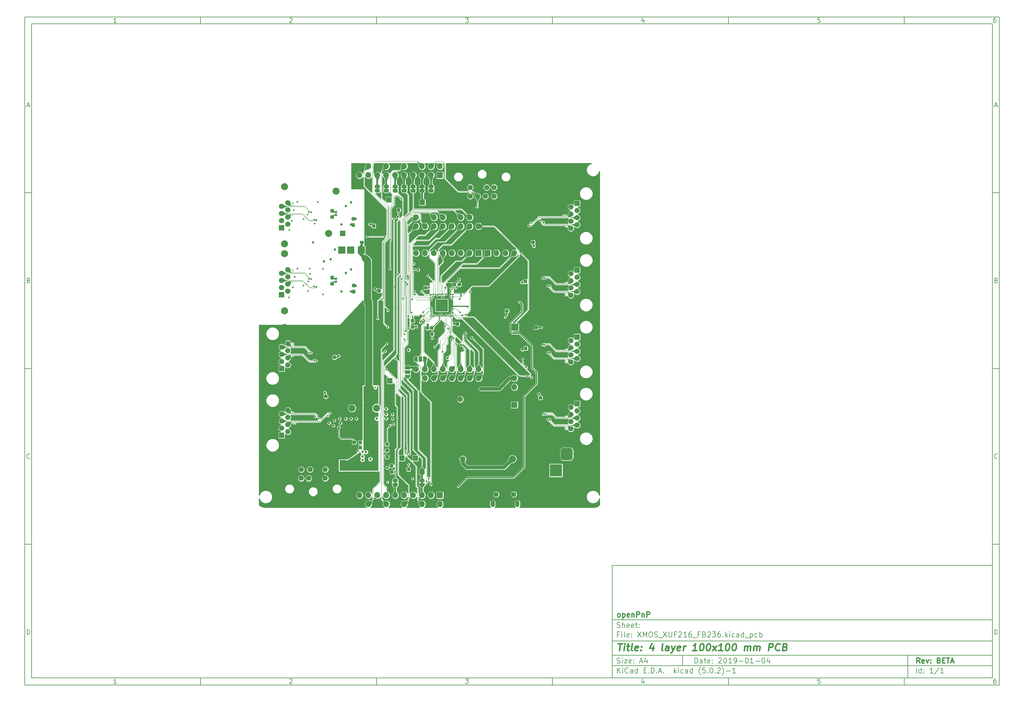
<source format=gbr>
G04 #@! TF.GenerationSoftware,KiCad,Pcbnew,(5.0.2)-1*
G04 #@! TF.CreationDate,2019-01-06T02:56:26+01:00*
G04 #@! TF.ProjectId,XMOS_XUF216_FB236,584d4f53-5f58-4554-9632-31365f464232,BETA*
G04 #@! TF.SameCoordinates,Original*
G04 #@! TF.FileFunction,Copper,L4,Bot*
G04 #@! TF.FilePolarity,Positive*
%FSLAX46Y46*%
G04 Gerber Fmt 4.6, Leading zero omitted, Abs format (unit mm)*
G04 Created by KiCad (PCBNEW (5.0.2)-1) date 2019-01-06 02:56:26*
%MOMM*%
%LPD*%
G01*
G04 APERTURE LIST*
%ADD10C,0.100000*%
%ADD11C,0.150000*%
%ADD12C,0.300000*%
%ADD13C,0.400000*%
G04 #@! TA.AperFunction,Conductor*
%ADD14C,0.100000*%
G04 #@! TD*
G04 #@! TA.AperFunction,SMDPad,CuDef*
%ADD15C,0.590000*%
G04 #@! TD*
G04 #@! TA.AperFunction,ComponentPad*
%ADD16R,3.500000X3.500000*%
G04 #@! TD*
G04 #@! TA.AperFunction,ComponentPad*
%ADD17C,3.000000*%
G04 #@! TD*
G04 #@! TA.AperFunction,ComponentPad*
%ADD18C,3.500000*%
G04 #@! TD*
G04 #@! TA.AperFunction,ComponentPad*
%ADD19O,1.727200X1.727200*%
G04 #@! TD*
G04 #@! TA.AperFunction,ComponentPad*
%ADD20R,1.727200X1.727200*%
G04 #@! TD*
G04 #@! TA.AperFunction,SMDPad,CuDef*
%ADD21C,0.950000*%
G04 #@! TD*
G04 #@! TA.AperFunction,SMDPad,CuDef*
%ADD22C,0.500000*%
G04 #@! TD*
G04 #@! TA.AperFunction,SMDPad,CuDef*
%ADD23R,1.500000X1.000000*%
G04 #@! TD*
G04 #@! TA.AperFunction,SMDPad,CuDef*
%ADD24R,1.000000X1.500000*%
G04 #@! TD*
G04 #@! TA.AperFunction,ComponentPad*
%ADD25C,1.600000*%
G04 #@! TD*
G04 #@! TA.AperFunction,ComponentPad*
%ADD26R,1.700000X1.700000*%
G04 #@! TD*
G04 #@! TA.AperFunction,ComponentPad*
%ADD27O,1.700000X1.700000*%
G04 #@! TD*
G04 #@! TA.AperFunction,ComponentPad*
%ADD28R,1.500000X1.500000*%
G04 #@! TD*
G04 #@! TA.AperFunction,ComponentPad*
%ADD29C,1.500000*%
G04 #@! TD*
G04 #@! TA.AperFunction,ComponentPad*
%ADD30C,2.000000*%
G04 #@! TD*
G04 #@! TA.AperFunction,ComponentPad*
%ADD31O,1.200000X1.900000*%
G04 #@! TD*
G04 #@! TA.AperFunction,ComponentPad*
%ADD32C,1.450000*%
G04 #@! TD*
G04 #@! TA.AperFunction,ComponentPad*
%ADD33R,2.000000X2.000000*%
G04 #@! TD*
G04 #@! TA.AperFunction,ViaPad*
%ADD34C,0.688200*%
G04 #@! TD*
G04 #@! TA.AperFunction,ViaPad*
%ADD35C,0.488200*%
G04 #@! TD*
G04 #@! TA.AperFunction,ViaPad*
%ADD36C,0.650000*%
G04 #@! TD*
G04 #@! TA.AperFunction,ViaPad*
%ADD37C,1.000000*%
G04 #@! TD*
G04 #@! TA.AperFunction,ViaPad*
%ADD38C,0.726200*%
G04 #@! TD*
G04 #@! TA.AperFunction,Conductor*
%ADD39C,0.300000*%
G04 #@! TD*
G04 #@! TA.AperFunction,Conductor*
%ADD40C,0.088900*%
G04 #@! TD*
G04 #@! TA.AperFunction,Conductor*
%ADD41C,0.250000*%
G04 #@! TD*
G04 #@! TA.AperFunction,Conductor*
%ADD42C,0.500000*%
G04 #@! TD*
G04 #@! TA.AperFunction,Conductor*
%ADD43C,0.150000*%
G04 #@! TD*
G04 #@! TA.AperFunction,Conductor*
%ADD44C,1.000000*%
G04 #@! TD*
G04 #@! TA.AperFunction,Conductor*
%ADD45C,2.000000*%
G04 #@! TD*
G04 #@! TA.AperFunction,Conductor*
%ADD46C,0.120000*%
G04 #@! TD*
G04 #@! TA.AperFunction,Conductor*
%ADD47C,0.600000*%
G04 #@! TD*
G04 #@! TA.AperFunction,Conductor*
%ADD48C,0.254000*%
G04 #@! TD*
G04 #@! TA.AperFunction,Conductor*
%ADD49C,0.025400*%
G04 #@! TD*
G04 APERTURE END LIST*
D10*
D11*
X177002200Y-166007200D02*
X177002200Y-198007200D01*
X285002200Y-198007200D01*
X285002200Y-166007200D01*
X177002200Y-166007200D01*
D10*
D11*
X10000000Y-10000000D02*
X10000000Y-200007200D01*
X287002200Y-200007200D01*
X287002200Y-10000000D01*
X10000000Y-10000000D01*
D10*
D11*
X12000000Y-12000000D02*
X12000000Y-198007200D01*
X285002200Y-198007200D01*
X285002200Y-12000000D01*
X12000000Y-12000000D01*
D10*
D11*
X60000000Y-12000000D02*
X60000000Y-10000000D01*
D10*
D11*
X110000000Y-12000000D02*
X110000000Y-10000000D01*
D10*
D11*
X160000000Y-12000000D02*
X160000000Y-10000000D01*
D10*
D11*
X210000000Y-12000000D02*
X210000000Y-10000000D01*
D10*
D11*
X260000000Y-12000000D02*
X260000000Y-10000000D01*
D10*
D11*
X36065476Y-11588095D02*
X35322619Y-11588095D01*
X35694047Y-11588095D02*
X35694047Y-10288095D01*
X35570238Y-10473809D01*
X35446428Y-10597619D01*
X35322619Y-10659523D01*
D10*
D11*
X85322619Y-10411904D02*
X85384523Y-10350000D01*
X85508333Y-10288095D01*
X85817857Y-10288095D01*
X85941666Y-10350000D01*
X86003571Y-10411904D01*
X86065476Y-10535714D01*
X86065476Y-10659523D01*
X86003571Y-10845238D01*
X85260714Y-11588095D01*
X86065476Y-11588095D01*
D10*
D11*
X135260714Y-10288095D02*
X136065476Y-10288095D01*
X135632142Y-10783333D01*
X135817857Y-10783333D01*
X135941666Y-10845238D01*
X136003571Y-10907142D01*
X136065476Y-11030952D01*
X136065476Y-11340476D01*
X136003571Y-11464285D01*
X135941666Y-11526190D01*
X135817857Y-11588095D01*
X135446428Y-11588095D01*
X135322619Y-11526190D01*
X135260714Y-11464285D01*
D10*
D11*
X185941666Y-10721428D02*
X185941666Y-11588095D01*
X185632142Y-10226190D02*
X185322619Y-11154761D01*
X186127380Y-11154761D01*
D10*
D11*
X236003571Y-10288095D02*
X235384523Y-10288095D01*
X235322619Y-10907142D01*
X235384523Y-10845238D01*
X235508333Y-10783333D01*
X235817857Y-10783333D01*
X235941666Y-10845238D01*
X236003571Y-10907142D01*
X236065476Y-11030952D01*
X236065476Y-11340476D01*
X236003571Y-11464285D01*
X235941666Y-11526190D01*
X235817857Y-11588095D01*
X235508333Y-11588095D01*
X235384523Y-11526190D01*
X235322619Y-11464285D01*
D10*
D11*
X285941666Y-10288095D02*
X285694047Y-10288095D01*
X285570238Y-10350000D01*
X285508333Y-10411904D01*
X285384523Y-10597619D01*
X285322619Y-10845238D01*
X285322619Y-11340476D01*
X285384523Y-11464285D01*
X285446428Y-11526190D01*
X285570238Y-11588095D01*
X285817857Y-11588095D01*
X285941666Y-11526190D01*
X286003571Y-11464285D01*
X286065476Y-11340476D01*
X286065476Y-11030952D01*
X286003571Y-10907142D01*
X285941666Y-10845238D01*
X285817857Y-10783333D01*
X285570238Y-10783333D01*
X285446428Y-10845238D01*
X285384523Y-10907142D01*
X285322619Y-11030952D01*
D10*
D11*
X60000000Y-198007200D02*
X60000000Y-200007200D01*
D10*
D11*
X110000000Y-198007200D02*
X110000000Y-200007200D01*
D10*
D11*
X160000000Y-198007200D02*
X160000000Y-200007200D01*
D10*
D11*
X210000000Y-198007200D02*
X210000000Y-200007200D01*
D10*
D11*
X260000000Y-198007200D02*
X260000000Y-200007200D01*
D10*
D11*
X36065476Y-199595295D02*
X35322619Y-199595295D01*
X35694047Y-199595295D02*
X35694047Y-198295295D01*
X35570238Y-198481009D01*
X35446428Y-198604819D01*
X35322619Y-198666723D01*
D10*
D11*
X85322619Y-198419104D02*
X85384523Y-198357200D01*
X85508333Y-198295295D01*
X85817857Y-198295295D01*
X85941666Y-198357200D01*
X86003571Y-198419104D01*
X86065476Y-198542914D01*
X86065476Y-198666723D01*
X86003571Y-198852438D01*
X85260714Y-199595295D01*
X86065476Y-199595295D01*
D10*
D11*
X135260714Y-198295295D02*
X136065476Y-198295295D01*
X135632142Y-198790533D01*
X135817857Y-198790533D01*
X135941666Y-198852438D01*
X136003571Y-198914342D01*
X136065476Y-199038152D01*
X136065476Y-199347676D01*
X136003571Y-199471485D01*
X135941666Y-199533390D01*
X135817857Y-199595295D01*
X135446428Y-199595295D01*
X135322619Y-199533390D01*
X135260714Y-199471485D01*
D10*
D11*
X185941666Y-198728628D02*
X185941666Y-199595295D01*
X185632142Y-198233390D02*
X185322619Y-199161961D01*
X186127380Y-199161961D01*
D10*
D11*
X236003571Y-198295295D02*
X235384523Y-198295295D01*
X235322619Y-198914342D01*
X235384523Y-198852438D01*
X235508333Y-198790533D01*
X235817857Y-198790533D01*
X235941666Y-198852438D01*
X236003571Y-198914342D01*
X236065476Y-199038152D01*
X236065476Y-199347676D01*
X236003571Y-199471485D01*
X235941666Y-199533390D01*
X235817857Y-199595295D01*
X235508333Y-199595295D01*
X235384523Y-199533390D01*
X235322619Y-199471485D01*
D10*
D11*
X285941666Y-198295295D02*
X285694047Y-198295295D01*
X285570238Y-198357200D01*
X285508333Y-198419104D01*
X285384523Y-198604819D01*
X285322619Y-198852438D01*
X285322619Y-199347676D01*
X285384523Y-199471485D01*
X285446428Y-199533390D01*
X285570238Y-199595295D01*
X285817857Y-199595295D01*
X285941666Y-199533390D01*
X286003571Y-199471485D01*
X286065476Y-199347676D01*
X286065476Y-199038152D01*
X286003571Y-198914342D01*
X285941666Y-198852438D01*
X285817857Y-198790533D01*
X285570238Y-198790533D01*
X285446428Y-198852438D01*
X285384523Y-198914342D01*
X285322619Y-199038152D01*
D10*
D11*
X10000000Y-60000000D02*
X12000000Y-60000000D01*
D10*
D11*
X10000000Y-110000000D02*
X12000000Y-110000000D01*
D10*
D11*
X10000000Y-160000000D02*
X12000000Y-160000000D01*
D10*
D11*
X10690476Y-35216666D02*
X11309523Y-35216666D01*
X10566666Y-35588095D02*
X11000000Y-34288095D01*
X11433333Y-35588095D01*
D10*
D11*
X11092857Y-84907142D02*
X11278571Y-84969047D01*
X11340476Y-85030952D01*
X11402380Y-85154761D01*
X11402380Y-85340476D01*
X11340476Y-85464285D01*
X11278571Y-85526190D01*
X11154761Y-85588095D01*
X10659523Y-85588095D01*
X10659523Y-84288095D01*
X11092857Y-84288095D01*
X11216666Y-84350000D01*
X11278571Y-84411904D01*
X11340476Y-84535714D01*
X11340476Y-84659523D01*
X11278571Y-84783333D01*
X11216666Y-84845238D01*
X11092857Y-84907142D01*
X10659523Y-84907142D01*
D10*
D11*
X11402380Y-135464285D02*
X11340476Y-135526190D01*
X11154761Y-135588095D01*
X11030952Y-135588095D01*
X10845238Y-135526190D01*
X10721428Y-135402380D01*
X10659523Y-135278571D01*
X10597619Y-135030952D01*
X10597619Y-134845238D01*
X10659523Y-134597619D01*
X10721428Y-134473809D01*
X10845238Y-134350000D01*
X11030952Y-134288095D01*
X11154761Y-134288095D01*
X11340476Y-134350000D01*
X11402380Y-134411904D01*
D10*
D11*
X10659523Y-185588095D02*
X10659523Y-184288095D01*
X10969047Y-184288095D01*
X11154761Y-184350000D01*
X11278571Y-184473809D01*
X11340476Y-184597619D01*
X11402380Y-184845238D01*
X11402380Y-185030952D01*
X11340476Y-185278571D01*
X11278571Y-185402380D01*
X11154761Y-185526190D01*
X10969047Y-185588095D01*
X10659523Y-185588095D01*
D10*
D11*
X287002200Y-60000000D02*
X285002200Y-60000000D01*
D10*
D11*
X287002200Y-110000000D02*
X285002200Y-110000000D01*
D10*
D11*
X287002200Y-160000000D02*
X285002200Y-160000000D01*
D10*
D11*
X285692676Y-35216666D02*
X286311723Y-35216666D01*
X285568866Y-35588095D02*
X286002200Y-34288095D01*
X286435533Y-35588095D01*
D10*
D11*
X286095057Y-84907142D02*
X286280771Y-84969047D01*
X286342676Y-85030952D01*
X286404580Y-85154761D01*
X286404580Y-85340476D01*
X286342676Y-85464285D01*
X286280771Y-85526190D01*
X286156961Y-85588095D01*
X285661723Y-85588095D01*
X285661723Y-84288095D01*
X286095057Y-84288095D01*
X286218866Y-84350000D01*
X286280771Y-84411904D01*
X286342676Y-84535714D01*
X286342676Y-84659523D01*
X286280771Y-84783333D01*
X286218866Y-84845238D01*
X286095057Y-84907142D01*
X285661723Y-84907142D01*
D10*
D11*
X286404580Y-135464285D02*
X286342676Y-135526190D01*
X286156961Y-135588095D01*
X286033152Y-135588095D01*
X285847438Y-135526190D01*
X285723628Y-135402380D01*
X285661723Y-135278571D01*
X285599819Y-135030952D01*
X285599819Y-134845238D01*
X285661723Y-134597619D01*
X285723628Y-134473809D01*
X285847438Y-134350000D01*
X286033152Y-134288095D01*
X286156961Y-134288095D01*
X286342676Y-134350000D01*
X286404580Y-134411904D01*
D10*
D11*
X285661723Y-185588095D02*
X285661723Y-184288095D01*
X285971247Y-184288095D01*
X286156961Y-184350000D01*
X286280771Y-184473809D01*
X286342676Y-184597619D01*
X286404580Y-184845238D01*
X286404580Y-185030952D01*
X286342676Y-185278571D01*
X286280771Y-185402380D01*
X286156961Y-185526190D01*
X285971247Y-185588095D01*
X285661723Y-185588095D01*
D10*
D11*
X200434342Y-193785771D02*
X200434342Y-192285771D01*
X200791485Y-192285771D01*
X201005771Y-192357200D01*
X201148628Y-192500057D01*
X201220057Y-192642914D01*
X201291485Y-192928628D01*
X201291485Y-193142914D01*
X201220057Y-193428628D01*
X201148628Y-193571485D01*
X201005771Y-193714342D01*
X200791485Y-193785771D01*
X200434342Y-193785771D01*
X202577200Y-193785771D02*
X202577200Y-193000057D01*
X202505771Y-192857200D01*
X202362914Y-192785771D01*
X202077200Y-192785771D01*
X201934342Y-192857200D01*
X202577200Y-193714342D02*
X202434342Y-193785771D01*
X202077200Y-193785771D01*
X201934342Y-193714342D01*
X201862914Y-193571485D01*
X201862914Y-193428628D01*
X201934342Y-193285771D01*
X202077200Y-193214342D01*
X202434342Y-193214342D01*
X202577200Y-193142914D01*
X203077200Y-192785771D02*
X203648628Y-192785771D01*
X203291485Y-192285771D02*
X203291485Y-193571485D01*
X203362914Y-193714342D01*
X203505771Y-193785771D01*
X203648628Y-193785771D01*
X204720057Y-193714342D02*
X204577200Y-193785771D01*
X204291485Y-193785771D01*
X204148628Y-193714342D01*
X204077200Y-193571485D01*
X204077200Y-193000057D01*
X204148628Y-192857200D01*
X204291485Y-192785771D01*
X204577200Y-192785771D01*
X204720057Y-192857200D01*
X204791485Y-193000057D01*
X204791485Y-193142914D01*
X204077200Y-193285771D01*
X205434342Y-193642914D02*
X205505771Y-193714342D01*
X205434342Y-193785771D01*
X205362914Y-193714342D01*
X205434342Y-193642914D01*
X205434342Y-193785771D01*
X205434342Y-192857200D02*
X205505771Y-192928628D01*
X205434342Y-193000057D01*
X205362914Y-192928628D01*
X205434342Y-192857200D01*
X205434342Y-193000057D01*
X207220057Y-192428628D02*
X207291485Y-192357200D01*
X207434342Y-192285771D01*
X207791485Y-192285771D01*
X207934342Y-192357200D01*
X208005771Y-192428628D01*
X208077200Y-192571485D01*
X208077200Y-192714342D01*
X208005771Y-192928628D01*
X207148628Y-193785771D01*
X208077200Y-193785771D01*
X209005771Y-192285771D02*
X209148628Y-192285771D01*
X209291485Y-192357200D01*
X209362914Y-192428628D01*
X209434342Y-192571485D01*
X209505771Y-192857200D01*
X209505771Y-193214342D01*
X209434342Y-193500057D01*
X209362914Y-193642914D01*
X209291485Y-193714342D01*
X209148628Y-193785771D01*
X209005771Y-193785771D01*
X208862914Y-193714342D01*
X208791485Y-193642914D01*
X208720057Y-193500057D01*
X208648628Y-193214342D01*
X208648628Y-192857200D01*
X208720057Y-192571485D01*
X208791485Y-192428628D01*
X208862914Y-192357200D01*
X209005771Y-192285771D01*
X210934342Y-193785771D02*
X210077200Y-193785771D01*
X210505771Y-193785771D02*
X210505771Y-192285771D01*
X210362914Y-192500057D01*
X210220057Y-192642914D01*
X210077200Y-192714342D01*
X211648628Y-193785771D02*
X211934342Y-193785771D01*
X212077200Y-193714342D01*
X212148628Y-193642914D01*
X212291485Y-193428628D01*
X212362914Y-193142914D01*
X212362914Y-192571485D01*
X212291485Y-192428628D01*
X212220057Y-192357200D01*
X212077200Y-192285771D01*
X211791485Y-192285771D01*
X211648628Y-192357200D01*
X211577200Y-192428628D01*
X211505771Y-192571485D01*
X211505771Y-192928628D01*
X211577200Y-193071485D01*
X211648628Y-193142914D01*
X211791485Y-193214342D01*
X212077200Y-193214342D01*
X212220057Y-193142914D01*
X212291485Y-193071485D01*
X212362914Y-192928628D01*
X213005771Y-193214342D02*
X214148628Y-193214342D01*
X215148628Y-192285771D02*
X215291485Y-192285771D01*
X215434342Y-192357200D01*
X215505771Y-192428628D01*
X215577200Y-192571485D01*
X215648628Y-192857200D01*
X215648628Y-193214342D01*
X215577200Y-193500057D01*
X215505771Y-193642914D01*
X215434342Y-193714342D01*
X215291485Y-193785771D01*
X215148628Y-193785771D01*
X215005771Y-193714342D01*
X214934342Y-193642914D01*
X214862914Y-193500057D01*
X214791485Y-193214342D01*
X214791485Y-192857200D01*
X214862914Y-192571485D01*
X214934342Y-192428628D01*
X215005771Y-192357200D01*
X215148628Y-192285771D01*
X217077200Y-193785771D02*
X216220057Y-193785771D01*
X216648628Y-193785771D02*
X216648628Y-192285771D01*
X216505771Y-192500057D01*
X216362914Y-192642914D01*
X216220057Y-192714342D01*
X217720057Y-193214342D02*
X218862914Y-193214342D01*
X219862914Y-192285771D02*
X220005771Y-192285771D01*
X220148628Y-192357200D01*
X220220057Y-192428628D01*
X220291485Y-192571485D01*
X220362914Y-192857200D01*
X220362914Y-193214342D01*
X220291485Y-193500057D01*
X220220057Y-193642914D01*
X220148628Y-193714342D01*
X220005771Y-193785771D01*
X219862914Y-193785771D01*
X219720057Y-193714342D01*
X219648628Y-193642914D01*
X219577200Y-193500057D01*
X219505771Y-193214342D01*
X219505771Y-192857200D01*
X219577200Y-192571485D01*
X219648628Y-192428628D01*
X219720057Y-192357200D01*
X219862914Y-192285771D01*
X221648628Y-192785771D02*
X221648628Y-193785771D01*
X221291485Y-192214342D02*
X220934342Y-193285771D01*
X221862914Y-193285771D01*
D10*
D11*
X177002200Y-194507200D02*
X285002200Y-194507200D01*
D10*
D11*
X178434342Y-196585771D02*
X178434342Y-195085771D01*
X179291485Y-196585771D02*
X178648628Y-195728628D01*
X179291485Y-195085771D02*
X178434342Y-195942914D01*
X179934342Y-196585771D02*
X179934342Y-195585771D01*
X179934342Y-195085771D02*
X179862914Y-195157200D01*
X179934342Y-195228628D01*
X180005771Y-195157200D01*
X179934342Y-195085771D01*
X179934342Y-195228628D01*
X181505771Y-196442914D02*
X181434342Y-196514342D01*
X181220057Y-196585771D01*
X181077200Y-196585771D01*
X180862914Y-196514342D01*
X180720057Y-196371485D01*
X180648628Y-196228628D01*
X180577200Y-195942914D01*
X180577200Y-195728628D01*
X180648628Y-195442914D01*
X180720057Y-195300057D01*
X180862914Y-195157200D01*
X181077200Y-195085771D01*
X181220057Y-195085771D01*
X181434342Y-195157200D01*
X181505771Y-195228628D01*
X182791485Y-196585771D02*
X182791485Y-195800057D01*
X182720057Y-195657200D01*
X182577200Y-195585771D01*
X182291485Y-195585771D01*
X182148628Y-195657200D01*
X182791485Y-196514342D02*
X182648628Y-196585771D01*
X182291485Y-196585771D01*
X182148628Y-196514342D01*
X182077200Y-196371485D01*
X182077200Y-196228628D01*
X182148628Y-196085771D01*
X182291485Y-196014342D01*
X182648628Y-196014342D01*
X182791485Y-195942914D01*
X184148628Y-196585771D02*
X184148628Y-195085771D01*
X184148628Y-196514342D02*
X184005771Y-196585771D01*
X183720057Y-196585771D01*
X183577200Y-196514342D01*
X183505771Y-196442914D01*
X183434342Y-196300057D01*
X183434342Y-195871485D01*
X183505771Y-195728628D01*
X183577200Y-195657200D01*
X183720057Y-195585771D01*
X184005771Y-195585771D01*
X184148628Y-195657200D01*
X186005771Y-195800057D02*
X186505771Y-195800057D01*
X186720057Y-196585771D02*
X186005771Y-196585771D01*
X186005771Y-195085771D01*
X186720057Y-195085771D01*
X187362914Y-196442914D02*
X187434342Y-196514342D01*
X187362914Y-196585771D01*
X187291485Y-196514342D01*
X187362914Y-196442914D01*
X187362914Y-196585771D01*
X188077200Y-196585771D02*
X188077200Y-195085771D01*
X188434342Y-195085771D01*
X188648628Y-195157200D01*
X188791485Y-195300057D01*
X188862914Y-195442914D01*
X188934342Y-195728628D01*
X188934342Y-195942914D01*
X188862914Y-196228628D01*
X188791485Y-196371485D01*
X188648628Y-196514342D01*
X188434342Y-196585771D01*
X188077200Y-196585771D01*
X189577200Y-196442914D02*
X189648628Y-196514342D01*
X189577200Y-196585771D01*
X189505771Y-196514342D01*
X189577200Y-196442914D01*
X189577200Y-196585771D01*
X190220057Y-196157200D02*
X190934342Y-196157200D01*
X190077200Y-196585771D02*
X190577200Y-195085771D01*
X191077200Y-196585771D01*
X191577200Y-196442914D02*
X191648628Y-196514342D01*
X191577200Y-196585771D01*
X191505771Y-196514342D01*
X191577200Y-196442914D01*
X191577200Y-196585771D01*
X194577200Y-196585771D02*
X194577200Y-195085771D01*
X194720057Y-196014342D02*
X195148628Y-196585771D01*
X195148628Y-195585771D02*
X194577200Y-196157200D01*
X195791485Y-196585771D02*
X195791485Y-195585771D01*
X195791485Y-195085771D02*
X195720057Y-195157200D01*
X195791485Y-195228628D01*
X195862914Y-195157200D01*
X195791485Y-195085771D01*
X195791485Y-195228628D01*
X197148628Y-196514342D02*
X197005771Y-196585771D01*
X196720057Y-196585771D01*
X196577200Y-196514342D01*
X196505771Y-196442914D01*
X196434342Y-196300057D01*
X196434342Y-195871485D01*
X196505771Y-195728628D01*
X196577200Y-195657200D01*
X196720057Y-195585771D01*
X197005771Y-195585771D01*
X197148628Y-195657200D01*
X198434342Y-196585771D02*
X198434342Y-195800057D01*
X198362914Y-195657200D01*
X198220057Y-195585771D01*
X197934342Y-195585771D01*
X197791485Y-195657200D01*
X198434342Y-196514342D02*
X198291485Y-196585771D01*
X197934342Y-196585771D01*
X197791485Y-196514342D01*
X197720057Y-196371485D01*
X197720057Y-196228628D01*
X197791485Y-196085771D01*
X197934342Y-196014342D01*
X198291485Y-196014342D01*
X198434342Y-195942914D01*
X199791485Y-196585771D02*
X199791485Y-195085771D01*
X199791485Y-196514342D02*
X199648628Y-196585771D01*
X199362914Y-196585771D01*
X199220057Y-196514342D01*
X199148628Y-196442914D01*
X199077200Y-196300057D01*
X199077200Y-195871485D01*
X199148628Y-195728628D01*
X199220057Y-195657200D01*
X199362914Y-195585771D01*
X199648628Y-195585771D01*
X199791485Y-195657200D01*
X202077200Y-197157200D02*
X202005771Y-197085771D01*
X201862914Y-196871485D01*
X201791485Y-196728628D01*
X201720057Y-196514342D01*
X201648628Y-196157200D01*
X201648628Y-195871485D01*
X201720057Y-195514342D01*
X201791485Y-195300057D01*
X201862914Y-195157200D01*
X202005771Y-194942914D01*
X202077200Y-194871485D01*
X203362914Y-195085771D02*
X202648628Y-195085771D01*
X202577200Y-195800057D01*
X202648628Y-195728628D01*
X202791485Y-195657200D01*
X203148628Y-195657200D01*
X203291485Y-195728628D01*
X203362914Y-195800057D01*
X203434342Y-195942914D01*
X203434342Y-196300057D01*
X203362914Y-196442914D01*
X203291485Y-196514342D01*
X203148628Y-196585771D01*
X202791485Y-196585771D01*
X202648628Y-196514342D01*
X202577200Y-196442914D01*
X204077200Y-196442914D02*
X204148628Y-196514342D01*
X204077200Y-196585771D01*
X204005771Y-196514342D01*
X204077200Y-196442914D01*
X204077200Y-196585771D01*
X205077200Y-195085771D02*
X205220057Y-195085771D01*
X205362914Y-195157200D01*
X205434342Y-195228628D01*
X205505771Y-195371485D01*
X205577200Y-195657200D01*
X205577200Y-196014342D01*
X205505771Y-196300057D01*
X205434342Y-196442914D01*
X205362914Y-196514342D01*
X205220057Y-196585771D01*
X205077200Y-196585771D01*
X204934342Y-196514342D01*
X204862914Y-196442914D01*
X204791485Y-196300057D01*
X204720057Y-196014342D01*
X204720057Y-195657200D01*
X204791485Y-195371485D01*
X204862914Y-195228628D01*
X204934342Y-195157200D01*
X205077200Y-195085771D01*
X206220057Y-196442914D02*
X206291485Y-196514342D01*
X206220057Y-196585771D01*
X206148628Y-196514342D01*
X206220057Y-196442914D01*
X206220057Y-196585771D01*
X206862914Y-195228628D02*
X206934342Y-195157200D01*
X207077200Y-195085771D01*
X207434342Y-195085771D01*
X207577200Y-195157200D01*
X207648628Y-195228628D01*
X207720057Y-195371485D01*
X207720057Y-195514342D01*
X207648628Y-195728628D01*
X206791485Y-196585771D01*
X207720057Y-196585771D01*
X208220057Y-197157200D02*
X208291485Y-197085771D01*
X208434342Y-196871485D01*
X208505771Y-196728628D01*
X208577200Y-196514342D01*
X208648628Y-196157200D01*
X208648628Y-195871485D01*
X208577200Y-195514342D01*
X208505771Y-195300057D01*
X208434342Y-195157200D01*
X208291485Y-194942914D01*
X208220057Y-194871485D01*
X209362914Y-196014342D02*
X210505771Y-196014342D01*
X212005771Y-196585771D02*
X211148628Y-196585771D01*
X211577200Y-196585771D02*
X211577200Y-195085771D01*
X211434342Y-195300057D01*
X211291485Y-195442914D01*
X211148628Y-195514342D01*
D10*
D11*
X177002200Y-191507200D02*
X285002200Y-191507200D01*
D10*
D12*
X264411485Y-193785771D02*
X263911485Y-193071485D01*
X263554342Y-193785771D02*
X263554342Y-192285771D01*
X264125771Y-192285771D01*
X264268628Y-192357200D01*
X264340057Y-192428628D01*
X264411485Y-192571485D01*
X264411485Y-192785771D01*
X264340057Y-192928628D01*
X264268628Y-193000057D01*
X264125771Y-193071485D01*
X263554342Y-193071485D01*
X265625771Y-193714342D02*
X265482914Y-193785771D01*
X265197200Y-193785771D01*
X265054342Y-193714342D01*
X264982914Y-193571485D01*
X264982914Y-193000057D01*
X265054342Y-192857200D01*
X265197200Y-192785771D01*
X265482914Y-192785771D01*
X265625771Y-192857200D01*
X265697200Y-193000057D01*
X265697200Y-193142914D01*
X264982914Y-193285771D01*
X266197200Y-192785771D02*
X266554342Y-193785771D01*
X266911485Y-192785771D01*
X267482914Y-193642914D02*
X267554342Y-193714342D01*
X267482914Y-193785771D01*
X267411485Y-193714342D01*
X267482914Y-193642914D01*
X267482914Y-193785771D01*
X267482914Y-192857200D02*
X267554342Y-192928628D01*
X267482914Y-193000057D01*
X267411485Y-192928628D01*
X267482914Y-192857200D01*
X267482914Y-193000057D01*
X269840057Y-193000057D02*
X270054342Y-193071485D01*
X270125771Y-193142914D01*
X270197200Y-193285771D01*
X270197200Y-193500057D01*
X270125771Y-193642914D01*
X270054342Y-193714342D01*
X269911485Y-193785771D01*
X269340057Y-193785771D01*
X269340057Y-192285771D01*
X269840057Y-192285771D01*
X269982914Y-192357200D01*
X270054342Y-192428628D01*
X270125771Y-192571485D01*
X270125771Y-192714342D01*
X270054342Y-192857200D01*
X269982914Y-192928628D01*
X269840057Y-193000057D01*
X269340057Y-193000057D01*
X270840057Y-193000057D02*
X271340057Y-193000057D01*
X271554342Y-193785771D02*
X270840057Y-193785771D01*
X270840057Y-192285771D01*
X271554342Y-192285771D01*
X271982914Y-192285771D02*
X272840057Y-192285771D01*
X272411485Y-193785771D02*
X272411485Y-192285771D01*
X273268628Y-193357200D02*
X273982914Y-193357200D01*
X273125771Y-193785771D02*
X273625771Y-192285771D01*
X274125771Y-193785771D01*
D10*
D11*
X178362914Y-193714342D02*
X178577200Y-193785771D01*
X178934342Y-193785771D01*
X179077200Y-193714342D01*
X179148628Y-193642914D01*
X179220057Y-193500057D01*
X179220057Y-193357200D01*
X179148628Y-193214342D01*
X179077200Y-193142914D01*
X178934342Y-193071485D01*
X178648628Y-193000057D01*
X178505771Y-192928628D01*
X178434342Y-192857200D01*
X178362914Y-192714342D01*
X178362914Y-192571485D01*
X178434342Y-192428628D01*
X178505771Y-192357200D01*
X178648628Y-192285771D01*
X179005771Y-192285771D01*
X179220057Y-192357200D01*
X179862914Y-193785771D02*
X179862914Y-192785771D01*
X179862914Y-192285771D02*
X179791485Y-192357200D01*
X179862914Y-192428628D01*
X179934342Y-192357200D01*
X179862914Y-192285771D01*
X179862914Y-192428628D01*
X180434342Y-192785771D02*
X181220057Y-192785771D01*
X180434342Y-193785771D01*
X181220057Y-193785771D01*
X182362914Y-193714342D02*
X182220057Y-193785771D01*
X181934342Y-193785771D01*
X181791485Y-193714342D01*
X181720057Y-193571485D01*
X181720057Y-193000057D01*
X181791485Y-192857200D01*
X181934342Y-192785771D01*
X182220057Y-192785771D01*
X182362914Y-192857200D01*
X182434342Y-193000057D01*
X182434342Y-193142914D01*
X181720057Y-193285771D01*
X183077200Y-193642914D02*
X183148628Y-193714342D01*
X183077200Y-193785771D01*
X183005771Y-193714342D01*
X183077200Y-193642914D01*
X183077200Y-193785771D01*
X183077200Y-192857200D02*
X183148628Y-192928628D01*
X183077200Y-193000057D01*
X183005771Y-192928628D01*
X183077200Y-192857200D01*
X183077200Y-193000057D01*
X184862914Y-193357200D02*
X185577200Y-193357200D01*
X184720057Y-193785771D02*
X185220057Y-192285771D01*
X185720057Y-193785771D01*
X186862914Y-192785771D02*
X186862914Y-193785771D01*
X186505771Y-192214342D02*
X186148628Y-193285771D01*
X187077200Y-193285771D01*
D10*
D11*
X263434342Y-196585771D02*
X263434342Y-195085771D01*
X264791485Y-196585771D02*
X264791485Y-195085771D01*
X264791485Y-196514342D02*
X264648628Y-196585771D01*
X264362914Y-196585771D01*
X264220057Y-196514342D01*
X264148628Y-196442914D01*
X264077200Y-196300057D01*
X264077200Y-195871485D01*
X264148628Y-195728628D01*
X264220057Y-195657200D01*
X264362914Y-195585771D01*
X264648628Y-195585771D01*
X264791485Y-195657200D01*
X265505771Y-196442914D02*
X265577200Y-196514342D01*
X265505771Y-196585771D01*
X265434342Y-196514342D01*
X265505771Y-196442914D01*
X265505771Y-196585771D01*
X265505771Y-195657200D02*
X265577200Y-195728628D01*
X265505771Y-195800057D01*
X265434342Y-195728628D01*
X265505771Y-195657200D01*
X265505771Y-195800057D01*
X268148628Y-196585771D02*
X267291485Y-196585771D01*
X267720057Y-196585771D02*
X267720057Y-195085771D01*
X267577200Y-195300057D01*
X267434342Y-195442914D01*
X267291485Y-195514342D01*
X269862914Y-195014342D02*
X268577200Y-196942914D01*
X271148628Y-196585771D02*
X270291485Y-196585771D01*
X270720057Y-196585771D02*
X270720057Y-195085771D01*
X270577200Y-195300057D01*
X270434342Y-195442914D01*
X270291485Y-195514342D01*
D10*
D11*
X177002200Y-187507200D02*
X285002200Y-187507200D01*
D10*
D13*
X178714580Y-188211961D02*
X179857438Y-188211961D01*
X179036009Y-190211961D02*
X179286009Y-188211961D01*
X180274104Y-190211961D02*
X180440771Y-188878628D01*
X180524104Y-188211961D02*
X180416961Y-188307200D01*
X180500295Y-188402438D01*
X180607438Y-188307200D01*
X180524104Y-188211961D01*
X180500295Y-188402438D01*
X181107438Y-188878628D02*
X181869342Y-188878628D01*
X181476485Y-188211961D02*
X181262200Y-189926247D01*
X181333628Y-190116723D01*
X181512200Y-190211961D01*
X181702676Y-190211961D01*
X182655057Y-190211961D02*
X182476485Y-190116723D01*
X182405057Y-189926247D01*
X182619342Y-188211961D01*
X184190771Y-190116723D02*
X183988390Y-190211961D01*
X183607438Y-190211961D01*
X183428866Y-190116723D01*
X183357438Y-189926247D01*
X183452676Y-189164342D01*
X183571723Y-188973866D01*
X183774104Y-188878628D01*
X184155057Y-188878628D01*
X184333628Y-188973866D01*
X184405057Y-189164342D01*
X184381247Y-189354819D01*
X183405057Y-189545295D01*
X185155057Y-190021485D02*
X185238390Y-190116723D01*
X185131247Y-190211961D01*
X185047914Y-190116723D01*
X185155057Y-190021485D01*
X185131247Y-190211961D01*
X185286009Y-188973866D02*
X185369342Y-189069104D01*
X185262200Y-189164342D01*
X185178866Y-189069104D01*
X185286009Y-188973866D01*
X185262200Y-189164342D01*
X188631247Y-188878628D02*
X188464580Y-190211961D01*
X188250295Y-188116723D02*
X187595533Y-189545295D01*
X188833628Y-189545295D01*
X191321723Y-190211961D02*
X191143152Y-190116723D01*
X191071723Y-189926247D01*
X191286009Y-188211961D01*
X192940771Y-190211961D02*
X193071723Y-189164342D01*
X193000295Y-188973866D01*
X192821723Y-188878628D01*
X192440771Y-188878628D01*
X192238390Y-188973866D01*
X192952676Y-190116723D02*
X192750295Y-190211961D01*
X192274104Y-190211961D01*
X192095533Y-190116723D01*
X192024104Y-189926247D01*
X192047914Y-189735771D01*
X192166961Y-189545295D01*
X192369342Y-189450057D01*
X192845533Y-189450057D01*
X193047914Y-189354819D01*
X193869342Y-188878628D02*
X194178866Y-190211961D01*
X194821723Y-188878628D02*
X194178866Y-190211961D01*
X193928866Y-190688152D01*
X193821723Y-190783390D01*
X193619342Y-190878628D01*
X196190771Y-190116723D02*
X195988390Y-190211961D01*
X195607438Y-190211961D01*
X195428866Y-190116723D01*
X195357438Y-189926247D01*
X195452676Y-189164342D01*
X195571723Y-188973866D01*
X195774104Y-188878628D01*
X196155057Y-188878628D01*
X196333628Y-188973866D01*
X196405057Y-189164342D01*
X196381247Y-189354819D01*
X195405057Y-189545295D01*
X197131247Y-190211961D02*
X197297914Y-188878628D01*
X197250295Y-189259580D02*
X197369342Y-189069104D01*
X197476485Y-188973866D01*
X197678866Y-188878628D01*
X197869342Y-188878628D01*
X200940771Y-190211961D02*
X199797914Y-190211961D01*
X200369342Y-190211961D02*
X200619342Y-188211961D01*
X200393152Y-188497676D01*
X200178866Y-188688152D01*
X199976485Y-188783390D01*
X202428866Y-188211961D02*
X202619342Y-188211961D01*
X202797914Y-188307200D01*
X202881247Y-188402438D01*
X202952676Y-188592914D01*
X203000295Y-188973866D01*
X202940771Y-189450057D01*
X202797914Y-189831009D01*
X202678866Y-190021485D01*
X202571723Y-190116723D01*
X202369342Y-190211961D01*
X202178866Y-190211961D01*
X202000295Y-190116723D01*
X201916961Y-190021485D01*
X201845533Y-189831009D01*
X201797914Y-189450057D01*
X201857438Y-188973866D01*
X202000295Y-188592914D01*
X202119342Y-188402438D01*
X202226485Y-188307200D01*
X202428866Y-188211961D01*
X204333628Y-188211961D02*
X204524104Y-188211961D01*
X204702676Y-188307200D01*
X204786009Y-188402438D01*
X204857438Y-188592914D01*
X204905057Y-188973866D01*
X204845533Y-189450057D01*
X204702676Y-189831009D01*
X204583628Y-190021485D01*
X204476485Y-190116723D01*
X204274104Y-190211961D01*
X204083628Y-190211961D01*
X203905057Y-190116723D01*
X203821723Y-190021485D01*
X203750295Y-189831009D01*
X203702676Y-189450057D01*
X203762200Y-188973866D01*
X203905057Y-188592914D01*
X204024104Y-188402438D01*
X204131247Y-188307200D01*
X204333628Y-188211961D01*
X205416961Y-190211961D02*
X206631247Y-188878628D01*
X205583628Y-188878628D02*
X206464580Y-190211961D01*
X208274104Y-190211961D02*
X207131247Y-190211961D01*
X207702676Y-190211961D02*
X207952676Y-188211961D01*
X207726485Y-188497676D01*
X207512200Y-188688152D01*
X207309819Y-188783390D01*
X209762200Y-188211961D02*
X209952676Y-188211961D01*
X210131247Y-188307200D01*
X210214580Y-188402438D01*
X210286009Y-188592914D01*
X210333628Y-188973866D01*
X210274104Y-189450057D01*
X210131247Y-189831009D01*
X210012200Y-190021485D01*
X209905057Y-190116723D01*
X209702676Y-190211961D01*
X209512200Y-190211961D01*
X209333628Y-190116723D01*
X209250295Y-190021485D01*
X209178866Y-189831009D01*
X209131247Y-189450057D01*
X209190771Y-188973866D01*
X209333628Y-188592914D01*
X209452676Y-188402438D01*
X209559819Y-188307200D01*
X209762200Y-188211961D01*
X211666961Y-188211961D02*
X211857438Y-188211961D01*
X212036009Y-188307200D01*
X212119342Y-188402438D01*
X212190771Y-188592914D01*
X212238390Y-188973866D01*
X212178866Y-189450057D01*
X212036009Y-189831009D01*
X211916961Y-190021485D01*
X211809819Y-190116723D01*
X211607438Y-190211961D01*
X211416961Y-190211961D01*
X211238390Y-190116723D01*
X211155057Y-190021485D01*
X211083628Y-189831009D01*
X211036009Y-189450057D01*
X211095533Y-188973866D01*
X211238390Y-188592914D01*
X211357438Y-188402438D01*
X211464580Y-188307200D01*
X211666961Y-188211961D01*
X214464580Y-190211961D02*
X214631247Y-188878628D01*
X214607438Y-189069104D02*
X214714580Y-188973866D01*
X214916961Y-188878628D01*
X215202676Y-188878628D01*
X215381247Y-188973866D01*
X215452676Y-189164342D01*
X215321723Y-190211961D01*
X215452676Y-189164342D02*
X215571723Y-188973866D01*
X215774104Y-188878628D01*
X216059819Y-188878628D01*
X216238390Y-188973866D01*
X216309819Y-189164342D01*
X216178866Y-190211961D01*
X217131247Y-190211961D02*
X217297914Y-188878628D01*
X217274104Y-189069104D02*
X217381247Y-188973866D01*
X217583628Y-188878628D01*
X217869342Y-188878628D01*
X218047914Y-188973866D01*
X218119342Y-189164342D01*
X217988390Y-190211961D01*
X218119342Y-189164342D02*
X218238390Y-188973866D01*
X218440771Y-188878628D01*
X218726485Y-188878628D01*
X218905057Y-188973866D01*
X218976485Y-189164342D01*
X218845533Y-190211961D01*
X221321723Y-190211961D02*
X221571723Y-188211961D01*
X222333628Y-188211961D01*
X222512199Y-188307200D01*
X222595533Y-188402438D01*
X222666961Y-188592914D01*
X222631247Y-188878628D01*
X222512199Y-189069104D01*
X222405057Y-189164342D01*
X222202676Y-189259580D01*
X221440771Y-189259580D01*
X224488390Y-190021485D02*
X224381247Y-190116723D01*
X224083628Y-190211961D01*
X223893152Y-190211961D01*
X223619342Y-190116723D01*
X223452676Y-189926247D01*
X223381247Y-189735771D01*
X223333628Y-189354819D01*
X223369342Y-189069104D01*
X223512200Y-188688152D01*
X223631247Y-188497676D01*
X223845533Y-188307200D01*
X224143152Y-188211961D01*
X224333628Y-188211961D01*
X224607438Y-188307200D01*
X224690771Y-188402438D01*
X226119342Y-189164342D02*
X226393152Y-189259580D01*
X226476485Y-189354819D01*
X226547914Y-189545295D01*
X226512199Y-189831009D01*
X226393152Y-190021485D01*
X226286009Y-190116723D01*
X226083628Y-190211961D01*
X225321723Y-190211961D01*
X225571723Y-188211961D01*
X226238390Y-188211961D01*
X226416961Y-188307200D01*
X226500295Y-188402438D01*
X226571723Y-188592914D01*
X226547914Y-188783390D01*
X226428866Y-188973866D01*
X226321723Y-189069104D01*
X226119342Y-189164342D01*
X225452676Y-189164342D01*
D10*
D11*
X178934342Y-185600057D02*
X178434342Y-185600057D01*
X178434342Y-186385771D02*
X178434342Y-184885771D01*
X179148628Y-184885771D01*
X179720057Y-186385771D02*
X179720057Y-185385771D01*
X179720057Y-184885771D02*
X179648628Y-184957200D01*
X179720057Y-185028628D01*
X179791485Y-184957200D01*
X179720057Y-184885771D01*
X179720057Y-185028628D01*
X180648628Y-186385771D02*
X180505771Y-186314342D01*
X180434342Y-186171485D01*
X180434342Y-184885771D01*
X181791485Y-186314342D02*
X181648628Y-186385771D01*
X181362914Y-186385771D01*
X181220057Y-186314342D01*
X181148628Y-186171485D01*
X181148628Y-185600057D01*
X181220057Y-185457200D01*
X181362914Y-185385771D01*
X181648628Y-185385771D01*
X181791485Y-185457200D01*
X181862914Y-185600057D01*
X181862914Y-185742914D01*
X181148628Y-185885771D01*
X182505771Y-186242914D02*
X182577200Y-186314342D01*
X182505771Y-186385771D01*
X182434342Y-186314342D01*
X182505771Y-186242914D01*
X182505771Y-186385771D01*
X182505771Y-185457200D02*
X182577200Y-185528628D01*
X182505771Y-185600057D01*
X182434342Y-185528628D01*
X182505771Y-185457200D01*
X182505771Y-185600057D01*
X184220057Y-184885771D02*
X185220057Y-186385771D01*
X185220057Y-184885771D02*
X184220057Y-186385771D01*
X185791485Y-186385771D02*
X185791485Y-184885771D01*
X186291485Y-185957200D01*
X186791485Y-184885771D01*
X186791485Y-186385771D01*
X187791485Y-184885771D02*
X188077200Y-184885771D01*
X188220057Y-184957200D01*
X188362914Y-185100057D01*
X188434342Y-185385771D01*
X188434342Y-185885771D01*
X188362914Y-186171485D01*
X188220057Y-186314342D01*
X188077200Y-186385771D01*
X187791485Y-186385771D01*
X187648628Y-186314342D01*
X187505771Y-186171485D01*
X187434342Y-185885771D01*
X187434342Y-185385771D01*
X187505771Y-185100057D01*
X187648628Y-184957200D01*
X187791485Y-184885771D01*
X189005771Y-186314342D02*
X189220057Y-186385771D01*
X189577200Y-186385771D01*
X189720057Y-186314342D01*
X189791485Y-186242914D01*
X189862914Y-186100057D01*
X189862914Y-185957200D01*
X189791485Y-185814342D01*
X189720057Y-185742914D01*
X189577200Y-185671485D01*
X189291485Y-185600057D01*
X189148628Y-185528628D01*
X189077200Y-185457200D01*
X189005771Y-185314342D01*
X189005771Y-185171485D01*
X189077200Y-185028628D01*
X189148628Y-184957200D01*
X189291485Y-184885771D01*
X189648628Y-184885771D01*
X189862914Y-184957200D01*
X190148628Y-186528628D02*
X191291485Y-186528628D01*
X191505771Y-184885771D02*
X192505771Y-186385771D01*
X192505771Y-184885771D02*
X191505771Y-186385771D01*
X193077200Y-184885771D02*
X193077200Y-186100057D01*
X193148628Y-186242914D01*
X193220057Y-186314342D01*
X193362914Y-186385771D01*
X193648628Y-186385771D01*
X193791485Y-186314342D01*
X193862914Y-186242914D01*
X193934342Y-186100057D01*
X193934342Y-184885771D01*
X195148628Y-185600057D02*
X194648628Y-185600057D01*
X194648628Y-186385771D02*
X194648628Y-184885771D01*
X195362914Y-184885771D01*
X195862914Y-185028628D02*
X195934342Y-184957200D01*
X196077200Y-184885771D01*
X196434342Y-184885771D01*
X196577200Y-184957200D01*
X196648628Y-185028628D01*
X196720057Y-185171485D01*
X196720057Y-185314342D01*
X196648628Y-185528628D01*
X195791485Y-186385771D01*
X196720057Y-186385771D01*
X198148628Y-186385771D02*
X197291485Y-186385771D01*
X197720057Y-186385771D02*
X197720057Y-184885771D01*
X197577200Y-185100057D01*
X197434342Y-185242914D01*
X197291485Y-185314342D01*
X199434342Y-184885771D02*
X199148628Y-184885771D01*
X199005771Y-184957200D01*
X198934342Y-185028628D01*
X198791485Y-185242914D01*
X198720057Y-185528628D01*
X198720057Y-186100057D01*
X198791485Y-186242914D01*
X198862914Y-186314342D01*
X199005771Y-186385771D01*
X199291485Y-186385771D01*
X199434342Y-186314342D01*
X199505771Y-186242914D01*
X199577200Y-186100057D01*
X199577200Y-185742914D01*
X199505771Y-185600057D01*
X199434342Y-185528628D01*
X199291485Y-185457200D01*
X199005771Y-185457200D01*
X198862914Y-185528628D01*
X198791485Y-185600057D01*
X198720057Y-185742914D01*
X199862914Y-186528628D02*
X201005771Y-186528628D01*
X201862914Y-185600057D02*
X201362914Y-185600057D01*
X201362914Y-186385771D02*
X201362914Y-184885771D01*
X202077200Y-184885771D01*
X203148628Y-185600057D02*
X203362914Y-185671485D01*
X203434342Y-185742914D01*
X203505771Y-185885771D01*
X203505771Y-186100057D01*
X203434342Y-186242914D01*
X203362914Y-186314342D01*
X203220057Y-186385771D01*
X202648628Y-186385771D01*
X202648628Y-184885771D01*
X203148628Y-184885771D01*
X203291485Y-184957200D01*
X203362914Y-185028628D01*
X203434342Y-185171485D01*
X203434342Y-185314342D01*
X203362914Y-185457200D01*
X203291485Y-185528628D01*
X203148628Y-185600057D01*
X202648628Y-185600057D01*
X204077200Y-185028628D02*
X204148628Y-184957200D01*
X204291485Y-184885771D01*
X204648628Y-184885771D01*
X204791485Y-184957200D01*
X204862914Y-185028628D01*
X204934342Y-185171485D01*
X204934342Y-185314342D01*
X204862914Y-185528628D01*
X204005771Y-186385771D01*
X204934342Y-186385771D01*
X205434342Y-184885771D02*
X206362914Y-184885771D01*
X205862914Y-185457200D01*
X206077200Y-185457200D01*
X206220057Y-185528628D01*
X206291485Y-185600057D01*
X206362914Y-185742914D01*
X206362914Y-186100057D01*
X206291485Y-186242914D01*
X206220057Y-186314342D01*
X206077200Y-186385771D01*
X205648628Y-186385771D01*
X205505771Y-186314342D01*
X205434342Y-186242914D01*
X207648628Y-184885771D02*
X207362914Y-184885771D01*
X207220057Y-184957200D01*
X207148628Y-185028628D01*
X207005771Y-185242914D01*
X206934342Y-185528628D01*
X206934342Y-186100057D01*
X207005771Y-186242914D01*
X207077200Y-186314342D01*
X207220057Y-186385771D01*
X207505771Y-186385771D01*
X207648628Y-186314342D01*
X207720057Y-186242914D01*
X207791485Y-186100057D01*
X207791485Y-185742914D01*
X207720057Y-185600057D01*
X207648628Y-185528628D01*
X207505771Y-185457200D01*
X207220057Y-185457200D01*
X207077200Y-185528628D01*
X207005771Y-185600057D01*
X206934342Y-185742914D01*
X208434342Y-186242914D02*
X208505771Y-186314342D01*
X208434342Y-186385771D01*
X208362914Y-186314342D01*
X208434342Y-186242914D01*
X208434342Y-186385771D01*
X209148628Y-186385771D02*
X209148628Y-184885771D01*
X209291485Y-185814342D02*
X209720057Y-186385771D01*
X209720057Y-185385771D02*
X209148628Y-185957200D01*
X210362914Y-186385771D02*
X210362914Y-185385771D01*
X210362914Y-184885771D02*
X210291485Y-184957200D01*
X210362914Y-185028628D01*
X210434342Y-184957200D01*
X210362914Y-184885771D01*
X210362914Y-185028628D01*
X211720057Y-186314342D02*
X211577200Y-186385771D01*
X211291485Y-186385771D01*
X211148628Y-186314342D01*
X211077200Y-186242914D01*
X211005771Y-186100057D01*
X211005771Y-185671485D01*
X211077200Y-185528628D01*
X211148628Y-185457200D01*
X211291485Y-185385771D01*
X211577200Y-185385771D01*
X211720057Y-185457200D01*
X213005771Y-186385771D02*
X213005771Y-185600057D01*
X212934342Y-185457200D01*
X212791485Y-185385771D01*
X212505771Y-185385771D01*
X212362914Y-185457200D01*
X213005771Y-186314342D02*
X212862914Y-186385771D01*
X212505771Y-186385771D01*
X212362914Y-186314342D01*
X212291485Y-186171485D01*
X212291485Y-186028628D01*
X212362914Y-185885771D01*
X212505771Y-185814342D01*
X212862914Y-185814342D01*
X213005771Y-185742914D01*
X214362914Y-186385771D02*
X214362914Y-184885771D01*
X214362914Y-186314342D02*
X214220057Y-186385771D01*
X213934342Y-186385771D01*
X213791485Y-186314342D01*
X213720057Y-186242914D01*
X213648628Y-186100057D01*
X213648628Y-185671485D01*
X213720057Y-185528628D01*
X213791485Y-185457200D01*
X213934342Y-185385771D01*
X214220057Y-185385771D01*
X214362914Y-185457200D01*
X214720057Y-186528628D02*
X215862914Y-186528628D01*
X216220057Y-185385771D02*
X216220057Y-186885771D01*
X216220057Y-185457200D02*
X216362914Y-185385771D01*
X216648628Y-185385771D01*
X216791485Y-185457200D01*
X216862914Y-185528628D01*
X216934342Y-185671485D01*
X216934342Y-186100057D01*
X216862914Y-186242914D01*
X216791485Y-186314342D01*
X216648628Y-186385771D01*
X216362914Y-186385771D01*
X216220057Y-186314342D01*
X218220057Y-186314342D02*
X218077200Y-186385771D01*
X217791485Y-186385771D01*
X217648628Y-186314342D01*
X217577200Y-186242914D01*
X217505771Y-186100057D01*
X217505771Y-185671485D01*
X217577200Y-185528628D01*
X217648628Y-185457200D01*
X217791485Y-185385771D01*
X218077200Y-185385771D01*
X218220057Y-185457200D01*
X218862914Y-186385771D02*
X218862914Y-184885771D01*
X218862914Y-185457200D02*
X219005771Y-185385771D01*
X219291485Y-185385771D01*
X219434342Y-185457200D01*
X219505771Y-185528628D01*
X219577200Y-185671485D01*
X219577200Y-186100057D01*
X219505771Y-186242914D01*
X219434342Y-186314342D01*
X219291485Y-186385771D01*
X219005771Y-186385771D01*
X218862914Y-186314342D01*
D10*
D11*
X177002200Y-181507200D02*
X285002200Y-181507200D01*
D10*
D11*
X178362914Y-183614342D02*
X178577200Y-183685771D01*
X178934342Y-183685771D01*
X179077200Y-183614342D01*
X179148628Y-183542914D01*
X179220057Y-183400057D01*
X179220057Y-183257200D01*
X179148628Y-183114342D01*
X179077200Y-183042914D01*
X178934342Y-182971485D01*
X178648628Y-182900057D01*
X178505771Y-182828628D01*
X178434342Y-182757200D01*
X178362914Y-182614342D01*
X178362914Y-182471485D01*
X178434342Y-182328628D01*
X178505771Y-182257200D01*
X178648628Y-182185771D01*
X179005771Y-182185771D01*
X179220057Y-182257200D01*
X179862914Y-183685771D02*
X179862914Y-182185771D01*
X180505771Y-183685771D02*
X180505771Y-182900057D01*
X180434342Y-182757200D01*
X180291485Y-182685771D01*
X180077200Y-182685771D01*
X179934342Y-182757200D01*
X179862914Y-182828628D01*
X181791485Y-183614342D02*
X181648628Y-183685771D01*
X181362914Y-183685771D01*
X181220057Y-183614342D01*
X181148628Y-183471485D01*
X181148628Y-182900057D01*
X181220057Y-182757200D01*
X181362914Y-182685771D01*
X181648628Y-182685771D01*
X181791485Y-182757200D01*
X181862914Y-182900057D01*
X181862914Y-183042914D01*
X181148628Y-183185771D01*
X183077200Y-183614342D02*
X182934342Y-183685771D01*
X182648628Y-183685771D01*
X182505771Y-183614342D01*
X182434342Y-183471485D01*
X182434342Y-182900057D01*
X182505771Y-182757200D01*
X182648628Y-182685771D01*
X182934342Y-182685771D01*
X183077200Y-182757200D01*
X183148628Y-182900057D01*
X183148628Y-183042914D01*
X182434342Y-183185771D01*
X183577200Y-182685771D02*
X184148628Y-182685771D01*
X183791485Y-182185771D02*
X183791485Y-183471485D01*
X183862914Y-183614342D01*
X184005771Y-183685771D01*
X184148628Y-183685771D01*
X184648628Y-183542914D02*
X184720057Y-183614342D01*
X184648628Y-183685771D01*
X184577200Y-183614342D01*
X184648628Y-183542914D01*
X184648628Y-183685771D01*
X184648628Y-182757200D02*
X184720057Y-182828628D01*
X184648628Y-182900057D01*
X184577200Y-182828628D01*
X184648628Y-182757200D01*
X184648628Y-182900057D01*
D10*
D12*
X178768628Y-180685771D02*
X178625771Y-180614342D01*
X178554342Y-180542914D01*
X178482914Y-180400057D01*
X178482914Y-179971485D01*
X178554342Y-179828628D01*
X178625771Y-179757200D01*
X178768628Y-179685771D01*
X178982914Y-179685771D01*
X179125771Y-179757200D01*
X179197200Y-179828628D01*
X179268628Y-179971485D01*
X179268628Y-180400057D01*
X179197200Y-180542914D01*
X179125771Y-180614342D01*
X178982914Y-180685771D01*
X178768628Y-180685771D01*
X179911485Y-179685771D02*
X179911485Y-181185771D01*
X179911485Y-179757200D02*
X180054342Y-179685771D01*
X180340057Y-179685771D01*
X180482914Y-179757200D01*
X180554342Y-179828628D01*
X180625771Y-179971485D01*
X180625771Y-180400057D01*
X180554342Y-180542914D01*
X180482914Y-180614342D01*
X180340057Y-180685771D01*
X180054342Y-180685771D01*
X179911485Y-180614342D01*
X181840057Y-180614342D02*
X181697200Y-180685771D01*
X181411485Y-180685771D01*
X181268628Y-180614342D01*
X181197200Y-180471485D01*
X181197200Y-179900057D01*
X181268628Y-179757200D01*
X181411485Y-179685771D01*
X181697200Y-179685771D01*
X181840057Y-179757200D01*
X181911485Y-179900057D01*
X181911485Y-180042914D01*
X181197200Y-180185771D01*
X182554342Y-179685771D02*
X182554342Y-180685771D01*
X182554342Y-179828628D02*
X182625771Y-179757200D01*
X182768628Y-179685771D01*
X182982914Y-179685771D01*
X183125771Y-179757200D01*
X183197200Y-179900057D01*
X183197200Y-180685771D01*
X183911485Y-180685771D02*
X183911485Y-179185771D01*
X184482914Y-179185771D01*
X184625771Y-179257200D01*
X184697200Y-179328628D01*
X184768628Y-179471485D01*
X184768628Y-179685771D01*
X184697200Y-179828628D01*
X184625771Y-179900057D01*
X184482914Y-179971485D01*
X183911485Y-179971485D01*
X185411485Y-179685771D02*
X185411485Y-180685771D01*
X185411485Y-179828628D02*
X185482914Y-179757200D01*
X185625771Y-179685771D01*
X185840057Y-179685771D01*
X185982914Y-179757200D01*
X186054342Y-179900057D01*
X186054342Y-180685771D01*
X186768628Y-180685771D02*
X186768628Y-179185771D01*
X187340057Y-179185771D01*
X187482914Y-179257200D01*
X187554342Y-179328628D01*
X187625771Y-179471485D01*
X187625771Y-179685771D01*
X187554342Y-179828628D01*
X187482914Y-179900057D01*
X187340057Y-179971485D01*
X186768628Y-179971485D01*
D10*
D11*
X197002200Y-191507200D02*
X197002200Y-194507200D01*
D10*
D11*
X261002200Y-191507200D02*
X261002200Y-198007200D01*
D14*
G04 #@! TO.N,GND*
G04 #@! TO.C,C18*
G36*
X127686958Y-92920710D02*
X127701276Y-92922834D01*
X127715317Y-92926351D01*
X127728946Y-92931228D01*
X127742031Y-92937417D01*
X127754447Y-92944858D01*
X127766073Y-92953481D01*
X127776798Y-92963202D01*
X127786519Y-92973927D01*
X127795142Y-92985553D01*
X127802583Y-92997969D01*
X127808772Y-93011054D01*
X127813649Y-93024683D01*
X127817166Y-93038724D01*
X127819290Y-93053042D01*
X127820000Y-93067500D01*
X127820000Y-93362500D01*
X127819290Y-93376958D01*
X127817166Y-93391276D01*
X127813649Y-93405317D01*
X127808772Y-93418946D01*
X127802583Y-93432031D01*
X127795142Y-93444447D01*
X127786519Y-93456073D01*
X127776798Y-93466798D01*
X127766073Y-93476519D01*
X127754447Y-93485142D01*
X127742031Y-93492583D01*
X127728946Y-93498772D01*
X127715317Y-93503649D01*
X127701276Y-93507166D01*
X127686958Y-93509290D01*
X127672500Y-93510000D01*
X127327500Y-93510000D01*
X127313042Y-93509290D01*
X127298724Y-93507166D01*
X127284683Y-93503649D01*
X127271054Y-93498772D01*
X127257969Y-93492583D01*
X127245553Y-93485142D01*
X127233927Y-93476519D01*
X127223202Y-93466798D01*
X127213481Y-93456073D01*
X127204858Y-93444447D01*
X127197417Y-93432031D01*
X127191228Y-93418946D01*
X127186351Y-93405317D01*
X127182834Y-93391276D01*
X127180710Y-93376958D01*
X127180000Y-93362500D01*
X127180000Y-93067500D01*
X127180710Y-93053042D01*
X127182834Y-93038724D01*
X127186351Y-93024683D01*
X127191228Y-93011054D01*
X127197417Y-92997969D01*
X127204858Y-92985553D01*
X127213481Y-92973927D01*
X127223202Y-92963202D01*
X127233927Y-92953481D01*
X127245553Y-92944858D01*
X127257969Y-92937417D01*
X127271054Y-92931228D01*
X127284683Y-92926351D01*
X127298724Y-92922834D01*
X127313042Y-92920710D01*
X127327500Y-92920000D01*
X127672500Y-92920000D01*
X127686958Y-92920710D01*
X127686958Y-92920710D01*
G37*
D15*
G04 #@! TD*
G04 #@! TO.P,C18,2*
G04 #@! TO.N,GND*
X127500000Y-93215000D03*
D14*
G04 #@! TO.N,+1V0*
G04 #@! TO.C,C18*
G36*
X127686958Y-93890710D02*
X127701276Y-93892834D01*
X127715317Y-93896351D01*
X127728946Y-93901228D01*
X127742031Y-93907417D01*
X127754447Y-93914858D01*
X127766073Y-93923481D01*
X127776798Y-93933202D01*
X127786519Y-93943927D01*
X127795142Y-93955553D01*
X127802583Y-93967969D01*
X127808772Y-93981054D01*
X127813649Y-93994683D01*
X127817166Y-94008724D01*
X127819290Y-94023042D01*
X127820000Y-94037500D01*
X127820000Y-94332500D01*
X127819290Y-94346958D01*
X127817166Y-94361276D01*
X127813649Y-94375317D01*
X127808772Y-94388946D01*
X127802583Y-94402031D01*
X127795142Y-94414447D01*
X127786519Y-94426073D01*
X127776798Y-94436798D01*
X127766073Y-94446519D01*
X127754447Y-94455142D01*
X127742031Y-94462583D01*
X127728946Y-94468772D01*
X127715317Y-94473649D01*
X127701276Y-94477166D01*
X127686958Y-94479290D01*
X127672500Y-94480000D01*
X127327500Y-94480000D01*
X127313042Y-94479290D01*
X127298724Y-94477166D01*
X127284683Y-94473649D01*
X127271054Y-94468772D01*
X127257969Y-94462583D01*
X127245553Y-94455142D01*
X127233927Y-94446519D01*
X127223202Y-94436798D01*
X127213481Y-94426073D01*
X127204858Y-94414447D01*
X127197417Y-94402031D01*
X127191228Y-94388946D01*
X127186351Y-94375317D01*
X127182834Y-94361276D01*
X127180710Y-94346958D01*
X127180000Y-94332500D01*
X127180000Y-94037500D01*
X127180710Y-94023042D01*
X127182834Y-94008724D01*
X127186351Y-93994683D01*
X127191228Y-93981054D01*
X127197417Y-93967969D01*
X127204858Y-93955553D01*
X127213481Y-93943927D01*
X127223202Y-93933202D01*
X127233927Y-93923481D01*
X127245553Y-93914858D01*
X127257969Y-93907417D01*
X127271054Y-93901228D01*
X127284683Y-93896351D01*
X127298724Y-93892834D01*
X127313042Y-93890710D01*
X127327500Y-93890000D01*
X127672500Y-93890000D01*
X127686958Y-93890710D01*
X127686958Y-93890710D01*
G37*
D15*
G04 #@! TD*
G04 #@! TO.P,C18,1*
G04 #@! TO.N,+1V0*
X127500000Y-94185000D03*
D14*
G04 #@! TO.N,+1V0*
G04 #@! TO.C,C21*
G36*
X130931958Y-91680710D02*
X130946276Y-91682834D01*
X130960317Y-91686351D01*
X130973946Y-91691228D01*
X130987031Y-91697417D01*
X130999447Y-91704858D01*
X131011073Y-91713481D01*
X131021798Y-91723202D01*
X131031519Y-91733927D01*
X131040142Y-91745553D01*
X131047583Y-91757969D01*
X131053772Y-91771054D01*
X131058649Y-91784683D01*
X131062166Y-91798724D01*
X131064290Y-91813042D01*
X131065000Y-91827500D01*
X131065000Y-92172500D01*
X131064290Y-92186958D01*
X131062166Y-92201276D01*
X131058649Y-92215317D01*
X131053772Y-92228946D01*
X131047583Y-92242031D01*
X131040142Y-92254447D01*
X131031519Y-92266073D01*
X131021798Y-92276798D01*
X131011073Y-92286519D01*
X130999447Y-92295142D01*
X130987031Y-92302583D01*
X130973946Y-92308772D01*
X130960317Y-92313649D01*
X130946276Y-92317166D01*
X130931958Y-92319290D01*
X130917500Y-92320000D01*
X130622500Y-92320000D01*
X130608042Y-92319290D01*
X130593724Y-92317166D01*
X130579683Y-92313649D01*
X130566054Y-92308772D01*
X130552969Y-92302583D01*
X130540553Y-92295142D01*
X130528927Y-92286519D01*
X130518202Y-92276798D01*
X130508481Y-92266073D01*
X130499858Y-92254447D01*
X130492417Y-92242031D01*
X130486228Y-92228946D01*
X130481351Y-92215317D01*
X130477834Y-92201276D01*
X130475710Y-92186958D01*
X130475000Y-92172500D01*
X130475000Y-91827500D01*
X130475710Y-91813042D01*
X130477834Y-91798724D01*
X130481351Y-91784683D01*
X130486228Y-91771054D01*
X130492417Y-91757969D01*
X130499858Y-91745553D01*
X130508481Y-91733927D01*
X130518202Y-91723202D01*
X130528927Y-91713481D01*
X130540553Y-91704858D01*
X130552969Y-91697417D01*
X130566054Y-91691228D01*
X130579683Y-91686351D01*
X130593724Y-91682834D01*
X130608042Y-91680710D01*
X130622500Y-91680000D01*
X130917500Y-91680000D01*
X130931958Y-91680710D01*
X130931958Y-91680710D01*
G37*
D15*
G04 #@! TD*
G04 #@! TO.P,C21,1*
G04 #@! TO.N,+1V0*
X130770000Y-92000000D03*
D14*
G04 #@! TO.N,GND*
G04 #@! TO.C,C21*
G36*
X129961958Y-91680710D02*
X129976276Y-91682834D01*
X129990317Y-91686351D01*
X130003946Y-91691228D01*
X130017031Y-91697417D01*
X130029447Y-91704858D01*
X130041073Y-91713481D01*
X130051798Y-91723202D01*
X130061519Y-91733927D01*
X130070142Y-91745553D01*
X130077583Y-91757969D01*
X130083772Y-91771054D01*
X130088649Y-91784683D01*
X130092166Y-91798724D01*
X130094290Y-91813042D01*
X130095000Y-91827500D01*
X130095000Y-92172500D01*
X130094290Y-92186958D01*
X130092166Y-92201276D01*
X130088649Y-92215317D01*
X130083772Y-92228946D01*
X130077583Y-92242031D01*
X130070142Y-92254447D01*
X130061519Y-92266073D01*
X130051798Y-92276798D01*
X130041073Y-92286519D01*
X130029447Y-92295142D01*
X130017031Y-92302583D01*
X130003946Y-92308772D01*
X129990317Y-92313649D01*
X129976276Y-92317166D01*
X129961958Y-92319290D01*
X129947500Y-92320000D01*
X129652500Y-92320000D01*
X129638042Y-92319290D01*
X129623724Y-92317166D01*
X129609683Y-92313649D01*
X129596054Y-92308772D01*
X129582969Y-92302583D01*
X129570553Y-92295142D01*
X129558927Y-92286519D01*
X129548202Y-92276798D01*
X129538481Y-92266073D01*
X129529858Y-92254447D01*
X129522417Y-92242031D01*
X129516228Y-92228946D01*
X129511351Y-92215317D01*
X129507834Y-92201276D01*
X129505710Y-92186958D01*
X129505000Y-92172500D01*
X129505000Y-91827500D01*
X129505710Y-91813042D01*
X129507834Y-91798724D01*
X129511351Y-91784683D01*
X129516228Y-91771054D01*
X129522417Y-91757969D01*
X129529858Y-91745553D01*
X129538481Y-91733927D01*
X129548202Y-91723202D01*
X129558927Y-91713481D01*
X129570553Y-91704858D01*
X129582969Y-91697417D01*
X129596054Y-91691228D01*
X129609683Y-91686351D01*
X129623724Y-91682834D01*
X129638042Y-91680710D01*
X129652500Y-91680000D01*
X129947500Y-91680000D01*
X129961958Y-91680710D01*
X129961958Y-91680710D01*
G37*
D15*
G04 #@! TD*
G04 #@! TO.P,C21,2*
G04 #@! TO.N,GND*
X129800000Y-92000000D03*
D14*
G04 #@! TO.N,GND*
G04 #@! TO.C,C25*
G36*
X129686958Y-92920710D02*
X129701276Y-92922834D01*
X129715317Y-92926351D01*
X129728946Y-92931228D01*
X129742031Y-92937417D01*
X129754447Y-92944858D01*
X129766073Y-92953481D01*
X129776798Y-92963202D01*
X129786519Y-92973927D01*
X129795142Y-92985553D01*
X129802583Y-92997969D01*
X129808772Y-93011054D01*
X129813649Y-93024683D01*
X129817166Y-93038724D01*
X129819290Y-93053042D01*
X129820000Y-93067500D01*
X129820000Y-93362500D01*
X129819290Y-93376958D01*
X129817166Y-93391276D01*
X129813649Y-93405317D01*
X129808772Y-93418946D01*
X129802583Y-93432031D01*
X129795142Y-93444447D01*
X129786519Y-93456073D01*
X129776798Y-93466798D01*
X129766073Y-93476519D01*
X129754447Y-93485142D01*
X129742031Y-93492583D01*
X129728946Y-93498772D01*
X129715317Y-93503649D01*
X129701276Y-93507166D01*
X129686958Y-93509290D01*
X129672500Y-93510000D01*
X129327500Y-93510000D01*
X129313042Y-93509290D01*
X129298724Y-93507166D01*
X129284683Y-93503649D01*
X129271054Y-93498772D01*
X129257969Y-93492583D01*
X129245553Y-93485142D01*
X129233927Y-93476519D01*
X129223202Y-93466798D01*
X129213481Y-93456073D01*
X129204858Y-93444447D01*
X129197417Y-93432031D01*
X129191228Y-93418946D01*
X129186351Y-93405317D01*
X129182834Y-93391276D01*
X129180710Y-93376958D01*
X129180000Y-93362500D01*
X129180000Y-93067500D01*
X129180710Y-93053042D01*
X129182834Y-93038724D01*
X129186351Y-93024683D01*
X129191228Y-93011054D01*
X129197417Y-92997969D01*
X129204858Y-92985553D01*
X129213481Y-92973927D01*
X129223202Y-92963202D01*
X129233927Y-92953481D01*
X129245553Y-92944858D01*
X129257969Y-92937417D01*
X129271054Y-92931228D01*
X129284683Y-92926351D01*
X129298724Y-92922834D01*
X129313042Y-92920710D01*
X129327500Y-92920000D01*
X129672500Y-92920000D01*
X129686958Y-92920710D01*
X129686958Y-92920710D01*
G37*
D15*
G04 #@! TD*
G04 #@! TO.P,C25,2*
G04 #@! TO.N,GND*
X129500000Y-93215000D03*
D14*
G04 #@! TO.N,+1V0*
G04 #@! TO.C,C25*
G36*
X129686958Y-93890710D02*
X129701276Y-93892834D01*
X129715317Y-93896351D01*
X129728946Y-93901228D01*
X129742031Y-93907417D01*
X129754447Y-93914858D01*
X129766073Y-93923481D01*
X129776798Y-93933202D01*
X129786519Y-93943927D01*
X129795142Y-93955553D01*
X129802583Y-93967969D01*
X129808772Y-93981054D01*
X129813649Y-93994683D01*
X129817166Y-94008724D01*
X129819290Y-94023042D01*
X129820000Y-94037500D01*
X129820000Y-94332500D01*
X129819290Y-94346958D01*
X129817166Y-94361276D01*
X129813649Y-94375317D01*
X129808772Y-94388946D01*
X129802583Y-94402031D01*
X129795142Y-94414447D01*
X129786519Y-94426073D01*
X129776798Y-94436798D01*
X129766073Y-94446519D01*
X129754447Y-94455142D01*
X129742031Y-94462583D01*
X129728946Y-94468772D01*
X129715317Y-94473649D01*
X129701276Y-94477166D01*
X129686958Y-94479290D01*
X129672500Y-94480000D01*
X129327500Y-94480000D01*
X129313042Y-94479290D01*
X129298724Y-94477166D01*
X129284683Y-94473649D01*
X129271054Y-94468772D01*
X129257969Y-94462583D01*
X129245553Y-94455142D01*
X129233927Y-94446519D01*
X129223202Y-94436798D01*
X129213481Y-94426073D01*
X129204858Y-94414447D01*
X129197417Y-94402031D01*
X129191228Y-94388946D01*
X129186351Y-94375317D01*
X129182834Y-94361276D01*
X129180710Y-94346958D01*
X129180000Y-94332500D01*
X129180000Y-94037500D01*
X129180710Y-94023042D01*
X129182834Y-94008724D01*
X129186351Y-93994683D01*
X129191228Y-93981054D01*
X129197417Y-93967969D01*
X129204858Y-93955553D01*
X129213481Y-93943927D01*
X129223202Y-93933202D01*
X129233927Y-93923481D01*
X129245553Y-93914858D01*
X129257969Y-93907417D01*
X129271054Y-93901228D01*
X129284683Y-93896351D01*
X129298724Y-93892834D01*
X129313042Y-93890710D01*
X129327500Y-93890000D01*
X129672500Y-93890000D01*
X129686958Y-93890710D01*
X129686958Y-93890710D01*
G37*
D15*
G04 #@! TD*
G04 #@! TO.P,C25,1*
G04 #@! TO.N,+1V0*
X129500000Y-94185000D03*
D14*
G04 #@! TO.N,+1V0*
G04 #@! TO.C,C26*
G36*
X126391958Y-91680710D02*
X126406276Y-91682834D01*
X126420317Y-91686351D01*
X126433946Y-91691228D01*
X126447031Y-91697417D01*
X126459447Y-91704858D01*
X126471073Y-91713481D01*
X126481798Y-91723202D01*
X126491519Y-91733927D01*
X126500142Y-91745553D01*
X126507583Y-91757969D01*
X126513772Y-91771054D01*
X126518649Y-91784683D01*
X126522166Y-91798724D01*
X126524290Y-91813042D01*
X126525000Y-91827500D01*
X126525000Y-92172500D01*
X126524290Y-92186958D01*
X126522166Y-92201276D01*
X126518649Y-92215317D01*
X126513772Y-92228946D01*
X126507583Y-92242031D01*
X126500142Y-92254447D01*
X126491519Y-92266073D01*
X126481798Y-92276798D01*
X126471073Y-92286519D01*
X126459447Y-92295142D01*
X126447031Y-92302583D01*
X126433946Y-92308772D01*
X126420317Y-92313649D01*
X126406276Y-92317166D01*
X126391958Y-92319290D01*
X126377500Y-92320000D01*
X126082500Y-92320000D01*
X126068042Y-92319290D01*
X126053724Y-92317166D01*
X126039683Y-92313649D01*
X126026054Y-92308772D01*
X126012969Y-92302583D01*
X126000553Y-92295142D01*
X125988927Y-92286519D01*
X125978202Y-92276798D01*
X125968481Y-92266073D01*
X125959858Y-92254447D01*
X125952417Y-92242031D01*
X125946228Y-92228946D01*
X125941351Y-92215317D01*
X125937834Y-92201276D01*
X125935710Y-92186958D01*
X125935000Y-92172500D01*
X125935000Y-91827500D01*
X125935710Y-91813042D01*
X125937834Y-91798724D01*
X125941351Y-91784683D01*
X125946228Y-91771054D01*
X125952417Y-91757969D01*
X125959858Y-91745553D01*
X125968481Y-91733927D01*
X125978202Y-91723202D01*
X125988927Y-91713481D01*
X126000553Y-91704858D01*
X126012969Y-91697417D01*
X126026054Y-91691228D01*
X126039683Y-91686351D01*
X126053724Y-91682834D01*
X126068042Y-91680710D01*
X126082500Y-91680000D01*
X126377500Y-91680000D01*
X126391958Y-91680710D01*
X126391958Y-91680710D01*
G37*
D15*
G04 #@! TD*
G04 #@! TO.P,C26,1*
G04 #@! TO.N,+1V0*
X126230000Y-92000000D03*
D14*
G04 #@! TO.N,GND*
G04 #@! TO.C,C26*
G36*
X127361958Y-91680710D02*
X127376276Y-91682834D01*
X127390317Y-91686351D01*
X127403946Y-91691228D01*
X127417031Y-91697417D01*
X127429447Y-91704858D01*
X127441073Y-91713481D01*
X127451798Y-91723202D01*
X127461519Y-91733927D01*
X127470142Y-91745553D01*
X127477583Y-91757969D01*
X127483772Y-91771054D01*
X127488649Y-91784683D01*
X127492166Y-91798724D01*
X127494290Y-91813042D01*
X127495000Y-91827500D01*
X127495000Y-92172500D01*
X127494290Y-92186958D01*
X127492166Y-92201276D01*
X127488649Y-92215317D01*
X127483772Y-92228946D01*
X127477583Y-92242031D01*
X127470142Y-92254447D01*
X127461519Y-92266073D01*
X127451798Y-92276798D01*
X127441073Y-92286519D01*
X127429447Y-92295142D01*
X127417031Y-92302583D01*
X127403946Y-92308772D01*
X127390317Y-92313649D01*
X127376276Y-92317166D01*
X127361958Y-92319290D01*
X127347500Y-92320000D01*
X127052500Y-92320000D01*
X127038042Y-92319290D01*
X127023724Y-92317166D01*
X127009683Y-92313649D01*
X126996054Y-92308772D01*
X126982969Y-92302583D01*
X126970553Y-92295142D01*
X126958927Y-92286519D01*
X126948202Y-92276798D01*
X126938481Y-92266073D01*
X126929858Y-92254447D01*
X126922417Y-92242031D01*
X126916228Y-92228946D01*
X126911351Y-92215317D01*
X126907834Y-92201276D01*
X126905710Y-92186958D01*
X126905000Y-92172500D01*
X126905000Y-91827500D01*
X126905710Y-91813042D01*
X126907834Y-91798724D01*
X126911351Y-91784683D01*
X126916228Y-91771054D01*
X126922417Y-91757969D01*
X126929858Y-91745553D01*
X126938481Y-91733927D01*
X126948202Y-91723202D01*
X126958927Y-91713481D01*
X126970553Y-91704858D01*
X126982969Y-91697417D01*
X126996054Y-91691228D01*
X127009683Y-91686351D01*
X127023724Y-91682834D01*
X127038042Y-91680710D01*
X127052500Y-91680000D01*
X127347500Y-91680000D01*
X127361958Y-91680710D01*
X127361958Y-91680710D01*
G37*
D15*
G04 #@! TD*
G04 #@! TO.P,C26,2*
G04 #@! TO.N,GND*
X127200000Y-92000000D03*
D14*
G04 #@! TO.N,+1V0*
G04 #@! TO.C,C23*
G36*
X127686958Y-89520710D02*
X127701276Y-89522834D01*
X127715317Y-89526351D01*
X127728946Y-89531228D01*
X127742031Y-89537417D01*
X127754447Y-89544858D01*
X127766073Y-89553481D01*
X127776798Y-89563202D01*
X127786519Y-89573927D01*
X127795142Y-89585553D01*
X127802583Y-89597969D01*
X127808772Y-89611054D01*
X127813649Y-89624683D01*
X127817166Y-89638724D01*
X127819290Y-89653042D01*
X127820000Y-89667500D01*
X127820000Y-89962500D01*
X127819290Y-89976958D01*
X127817166Y-89991276D01*
X127813649Y-90005317D01*
X127808772Y-90018946D01*
X127802583Y-90032031D01*
X127795142Y-90044447D01*
X127786519Y-90056073D01*
X127776798Y-90066798D01*
X127766073Y-90076519D01*
X127754447Y-90085142D01*
X127742031Y-90092583D01*
X127728946Y-90098772D01*
X127715317Y-90103649D01*
X127701276Y-90107166D01*
X127686958Y-90109290D01*
X127672500Y-90110000D01*
X127327500Y-90110000D01*
X127313042Y-90109290D01*
X127298724Y-90107166D01*
X127284683Y-90103649D01*
X127271054Y-90098772D01*
X127257969Y-90092583D01*
X127245553Y-90085142D01*
X127233927Y-90076519D01*
X127223202Y-90066798D01*
X127213481Y-90056073D01*
X127204858Y-90044447D01*
X127197417Y-90032031D01*
X127191228Y-90018946D01*
X127186351Y-90005317D01*
X127182834Y-89991276D01*
X127180710Y-89976958D01*
X127180000Y-89962500D01*
X127180000Y-89667500D01*
X127180710Y-89653042D01*
X127182834Y-89638724D01*
X127186351Y-89624683D01*
X127191228Y-89611054D01*
X127197417Y-89597969D01*
X127204858Y-89585553D01*
X127213481Y-89573927D01*
X127223202Y-89563202D01*
X127233927Y-89553481D01*
X127245553Y-89544858D01*
X127257969Y-89537417D01*
X127271054Y-89531228D01*
X127284683Y-89526351D01*
X127298724Y-89522834D01*
X127313042Y-89520710D01*
X127327500Y-89520000D01*
X127672500Y-89520000D01*
X127686958Y-89520710D01*
X127686958Y-89520710D01*
G37*
D15*
G04 #@! TD*
G04 #@! TO.P,C23,1*
G04 #@! TO.N,+1V0*
X127500000Y-89815000D03*
D14*
G04 #@! TO.N,GND*
G04 #@! TO.C,C23*
G36*
X127686958Y-90490710D02*
X127701276Y-90492834D01*
X127715317Y-90496351D01*
X127728946Y-90501228D01*
X127742031Y-90507417D01*
X127754447Y-90514858D01*
X127766073Y-90523481D01*
X127776798Y-90533202D01*
X127786519Y-90543927D01*
X127795142Y-90555553D01*
X127802583Y-90567969D01*
X127808772Y-90581054D01*
X127813649Y-90594683D01*
X127817166Y-90608724D01*
X127819290Y-90623042D01*
X127820000Y-90637500D01*
X127820000Y-90932500D01*
X127819290Y-90946958D01*
X127817166Y-90961276D01*
X127813649Y-90975317D01*
X127808772Y-90988946D01*
X127802583Y-91002031D01*
X127795142Y-91014447D01*
X127786519Y-91026073D01*
X127776798Y-91036798D01*
X127766073Y-91046519D01*
X127754447Y-91055142D01*
X127742031Y-91062583D01*
X127728946Y-91068772D01*
X127715317Y-91073649D01*
X127701276Y-91077166D01*
X127686958Y-91079290D01*
X127672500Y-91080000D01*
X127327500Y-91080000D01*
X127313042Y-91079290D01*
X127298724Y-91077166D01*
X127284683Y-91073649D01*
X127271054Y-91068772D01*
X127257969Y-91062583D01*
X127245553Y-91055142D01*
X127233927Y-91046519D01*
X127223202Y-91036798D01*
X127213481Y-91026073D01*
X127204858Y-91014447D01*
X127197417Y-91002031D01*
X127191228Y-90988946D01*
X127186351Y-90975317D01*
X127182834Y-90961276D01*
X127180710Y-90946958D01*
X127180000Y-90932500D01*
X127180000Y-90637500D01*
X127180710Y-90623042D01*
X127182834Y-90608724D01*
X127186351Y-90594683D01*
X127191228Y-90581054D01*
X127197417Y-90567969D01*
X127204858Y-90555553D01*
X127213481Y-90543927D01*
X127223202Y-90533202D01*
X127233927Y-90523481D01*
X127245553Y-90514858D01*
X127257969Y-90507417D01*
X127271054Y-90501228D01*
X127284683Y-90496351D01*
X127298724Y-90492834D01*
X127313042Y-90490710D01*
X127327500Y-90490000D01*
X127672500Y-90490000D01*
X127686958Y-90490710D01*
X127686958Y-90490710D01*
G37*
D15*
G04 #@! TD*
G04 #@! TO.P,C23,2*
G04 #@! TO.N,GND*
X127500000Y-90785000D03*
D14*
G04 #@! TO.N,+1V0*
G04 #@! TO.C,C16*
G36*
X129686958Y-89535710D02*
X129701276Y-89537834D01*
X129715317Y-89541351D01*
X129728946Y-89546228D01*
X129742031Y-89552417D01*
X129754447Y-89559858D01*
X129766073Y-89568481D01*
X129776798Y-89578202D01*
X129786519Y-89588927D01*
X129795142Y-89600553D01*
X129802583Y-89612969D01*
X129808772Y-89626054D01*
X129813649Y-89639683D01*
X129817166Y-89653724D01*
X129819290Y-89668042D01*
X129820000Y-89682500D01*
X129820000Y-89977500D01*
X129819290Y-89991958D01*
X129817166Y-90006276D01*
X129813649Y-90020317D01*
X129808772Y-90033946D01*
X129802583Y-90047031D01*
X129795142Y-90059447D01*
X129786519Y-90071073D01*
X129776798Y-90081798D01*
X129766073Y-90091519D01*
X129754447Y-90100142D01*
X129742031Y-90107583D01*
X129728946Y-90113772D01*
X129715317Y-90118649D01*
X129701276Y-90122166D01*
X129686958Y-90124290D01*
X129672500Y-90125000D01*
X129327500Y-90125000D01*
X129313042Y-90124290D01*
X129298724Y-90122166D01*
X129284683Y-90118649D01*
X129271054Y-90113772D01*
X129257969Y-90107583D01*
X129245553Y-90100142D01*
X129233927Y-90091519D01*
X129223202Y-90081798D01*
X129213481Y-90071073D01*
X129204858Y-90059447D01*
X129197417Y-90047031D01*
X129191228Y-90033946D01*
X129186351Y-90020317D01*
X129182834Y-90006276D01*
X129180710Y-89991958D01*
X129180000Y-89977500D01*
X129180000Y-89682500D01*
X129180710Y-89668042D01*
X129182834Y-89653724D01*
X129186351Y-89639683D01*
X129191228Y-89626054D01*
X129197417Y-89612969D01*
X129204858Y-89600553D01*
X129213481Y-89588927D01*
X129223202Y-89578202D01*
X129233927Y-89568481D01*
X129245553Y-89559858D01*
X129257969Y-89552417D01*
X129271054Y-89546228D01*
X129284683Y-89541351D01*
X129298724Y-89537834D01*
X129313042Y-89535710D01*
X129327500Y-89535000D01*
X129672500Y-89535000D01*
X129686958Y-89535710D01*
X129686958Y-89535710D01*
G37*
D15*
G04 #@! TD*
G04 #@! TO.P,C16,1*
G04 #@! TO.N,+1V0*
X129500000Y-89830000D03*
D14*
G04 #@! TO.N,GND*
G04 #@! TO.C,C16*
G36*
X129686958Y-90505710D02*
X129701276Y-90507834D01*
X129715317Y-90511351D01*
X129728946Y-90516228D01*
X129742031Y-90522417D01*
X129754447Y-90529858D01*
X129766073Y-90538481D01*
X129776798Y-90548202D01*
X129786519Y-90558927D01*
X129795142Y-90570553D01*
X129802583Y-90582969D01*
X129808772Y-90596054D01*
X129813649Y-90609683D01*
X129817166Y-90623724D01*
X129819290Y-90638042D01*
X129820000Y-90652500D01*
X129820000Y-90947500D01*
X129819290Y-90961958D01*
X129817166Y-90976276D01*
X129813649Y-90990317D01*
X129808772Y-91003946D01*
X129802583Y-91017031D01*
X129795142Y-91029447D01*
X129786519Y-91041073D01*
X129776798Y-91051798D01*
X129766073Y-91061519D01*
X129754447Y-91070142D01*
X129742031Y-91077583D01*
X129728946Y-91083772D01*
X129715317Y-91088649D01*
X129701276Y-91092166D01*
X129686958Y-91094290D01*
X129672500Y-91095000D01*
X129327500Y-91095000D01*
X129313042Y-91094290D01*
X129298724Y-91092166D01*
X129284683Y-91088649D01*
X129271054Y-91083772D01*
X129257969Y-91077583D01*
X129245553Y-91070142D01*
X129233927Y-91061519D01*
X129223202Y-91051798D01*
X129213481Y-91041073D01*
X129204858Y-91029447D01*
X129197417Y-91017031D01*
X129191228Y-91003946D01*
X129186351Y-90990317D01*
X129182834Y-90976276D01*
X129180710Y-90961958D01*
X129180000Y-90947500D01*
X129180000Y-90652500D01*
X129180710Y-90638042D01*
X129182834Y-90623724D01*
X129186351Y-90609683D01*
X129191228Y-90596054D01*
X129197417Y-90582969D01*
X129204858Y-90570553D01*
X129213481Y-90558927D01*
X129223202Y-90548202D01*
X129233927Y-90538481D01*
X129245553Y-90529858D01*
X129257969Y-90522417D01*
X129271054Y-90516228D01*
X129284683Y-90511351D01*
X129298724Y-90507834D01*
X129313042Y-90505710D01*
X129327500Y-90505000D01*
X129672500Y-90505000D01*
X129686958Y-90505710D01*
X129686958Y-90505710D01*
G37*
D15*
G04 #@! TD*
G04 #@! TO.P,C16,2*
G04 #@! TO.N,GND*
X129500000Y-90800000D03*
D16*
G04 #@! TO.P,J2,1*
G04 #@! TO.N,+48V*
X161000000Y-139000000D03*
D14*
G04 #@! TD*
G04 #@! TO.N,GND*
G04 #@! TO.C,J2*
G36*
X167823513Y-137253611D02*
X167896318Y-137264411D01*
X167967714Y-137282295D01*
X168037013Y-137307090D01*
X168103548Y-137338559D01*
X168166678Y-137376398D01*
X168225795Y-137420242D01*
X168280330Y-137469670D01*
X168329758Y-137524205D01*
X168373602Y-137583322D01*
X168411441Y-137646452D01*
X168442910Y-137712987D01*
X168467705Y-137782286D01*
X168485589Y-137853682D01*
X168496389Y-137926487D01*
X168500000Y-138000000D01*
X168500000Y-140000000D01*
X168496389Y-140073513D01*
X168485589Y-140146318D01*
X168467705Y-140217714D01*
X168442910Y-140287013D01*
X168411441Y-140353548D01*
X168373602Y-140416678D01*
X168329758Y-140475795D01*
X168280330Y-140530330D01*
X168225795Y-140579758D01*
X168166678Y-140623602D01*
X168103548Y-140661441D01*
X168037013Y-140692910D01*
X167967714Y-140717705D01*
X167896318Y-140735589D01*
X167823513Y-140746389D01*
X167750000Y-140750000D01*
X166250000Y-140750000D01*
X166176487Y-140746389D01*
X166103682Y-140735589D01*
X166032286Y-140717705D01*
X165962987Y-140692910D01*
X165896452Y-140661441D01*
X165833322Y-140623602D01*
X165774205Y-140579758D01*
X165719670Y-140530330D01*
X165670242Y-140475795D01*
X165626398Y-140416678D01*
X165588559Y-140353548D01*
X165557090Y-140287013D01*
X165532295Y-140217714D01*
X165514411Y-140146318D01*
X165503611Y-140073513D01*
X165500000Y-140000000D01*
X165500000Y-138000000D01*
X165503611Y-137926487D01*
X165514411Y-137853682D01*
X165532295Y-137782286D01*
X165557090Y-137712987D01*
X165588559Y-137646452D01*
X165626398Y-137583322D01*
X165670242Y-137524205D01*
X165719670Y-137469670D01*
X165774205Y-137420242D01*
X165833322Y-137376398D01*
X165896452Y-137338559D01*
X165962987Y-137307090D01*
X166032286Y-137282295D01*
X166103682Y-137264411D01*
X166176487Y-137253611D01*
X166250000Y-137250000D01*
X167750000Y-137250000D01*
X167823513Y-137253611D01*
X167823513Y-137253611D01*
G37*
D17*
G04 #@! TO.P,J2,2*
G04 #@! TO.N,GND*
X167000000Y-139000000D03*
D14*
G04 #@! TD*
G04 #@! TO.N,N/C*
G04 #@! TO.C,J2*
G36*
X164960765Y-132554213D02*
X165045704Y-132566813D01*
X165128999Y-132587677D01*
X165209848Y-132616605D01*
X165287472Y-132653319D01*
X165361124Y-132697464D01*
X165430094Y-132748616D01*
X165493718Y-132806282D01*
X165551384Y-132869906D01*
X165602536Y-132938876D01*
X165646681Y-133012528D01*
X165683395Y-133090152D01*
X165712323Y-133171001D01*
X165733187Y-133254296D01*
X165745787Y-133339235D01*
X165750000Y-133425000D01*
X165750000Y-135175000D01*
X165745787Y-135260765D01*
X165733187Y-135345704D01*
X165712323Y-135428999D01*
X165683395Y-135509848D01*
X165646681Y-135587472D01*
X165602536Y-135661124D01*
X165551384Y-135730094D01*
X165493718Y-135793718D01*
X165430094Y-135851384D01*
X165361124Y-135902536D01*
X165287472Y-135946681D01*
X165209848Y-135983395D01*
X165128999Y-136012323D01*
X165045704Y-136033187D01*
X164960765Y-136045787D01*
X164875000Y-136050000D01*
X163125000Y-136050000D01*
X163039235Y-136045787D01*
X162954296Y-136033187D01*
X162871001Y-136012323D01*
X162790152Y-135983395D01*
X162712528Y-135946681D01*
X162638876Y-135902536D01*
X162569906Y-135851384D01*
X162506282Y-135793718D01*
X162448616Y-135730094D01*
X162397464Y-135661124D01*
X162353319Y-135587472D01*
X162316605Y-135509848D01*
X162287677Y-135428999D01*
X162266813Y-135345704D01*
X162254213Y-135260765D01*
X162250000Y-135175000D01*
X162250000Y-133425000D01*
X162254213Y-133339235D01*
X162266813Y-133254296D01*
X162287677Y-133171001D01*
X162316605Y-133090152D01*
X162353319Y-133012528D01*
X162397464Y-132938876D01*
X162448616Y-132869906D01*
X162506282Y-132806282D01*
X162569906Y-132748616D01*
X162638876Y-132697464D01*
X162712528Y-132653319D01*
X162790152Y-132616605D01*
X162871001Y-132587677D01*
X162954296Y-132566813D01*
X163039235Y-132554213D01*
X163125000Y-132550000D01*
X164875000Y-132550000D01*
X164960765Y-132554213D01*
X164960765Y-132554213D01*
G37*
D18*
G04 #@! TO.P,J2,3*
G04 #@! TO.N,N/C*
X164000000Y-134300000D03*
G04 #@! TD*
D19*
G04 #@! TO.P,J8,20*
G04 #@! TO.N,GND*
X105140000Y-148540000D03*
G04 #@! TO.P,J8,19*
G04 #@! TO.N,/UART.TX*
X105140000Y-146000000D03*
G04 #@! TO.P,J8,18*
G04 #@! TO.N,/XTAG.out1*
X107680000Y-148540000D03*
G04 #@! TO.P,J8,17*
G04 #@! TO.N,/UART.RX*
X107680000Y-146000000D03*
G04 #@! TO.P,J8,16*
G04 #@! TO.N,GND*
X110220000Y-148540000D03*
G04 #@! TO.P,J8,15*
G04 #@! TO.N,/~TRST*
X110220000Y-146000000D03*
G04 #@! TO.P,J8,14*
G04 #@! TO.N,/XTAG.out0*
X112760000Y-148540000D03*
G04 #@! TO.P,J8,13*
G04 #@! TO.N,/XTAG/XTAG.TDI*
X112760000Y-146000000D03*
G04 #@! TO.P,J8,12*
G04 #@! TO.N,GND*
X115300000Y-148540000D03*
G04 #@! TO.P,J8,11*
G04 #@! TO.N,/XTAG/XTAG.~DEBUG*
X115300000Y-146000000D03*
G04 #@! TO.P,J8,10*
G04 #@! TO.N,/XTAG.in0*
X117840000Y-148540000D03*
G04 #@! TO.P,J8,9*
G04 #@! TO.N,/XTAG/XTAG.TCK*
X117840000Y-146000000D03*
G04 #@! TO.P,J8,8*
G04 #@! TO.N,GND*
X120380000Y-148540000D03*
G04 #@! TO.P,J8,7*
G04 #@! TO.N,/XTAG/XTAG.TMS*
X120380000Y-146000000D03*
G04 #@! TO.P,J8,6*
G04 #@! TO.N,/XTAG.in1*
X122920000Y-148540000D03*
G04 #@! TO.P,J8,5*
G04 #@! TO.N,/XTAG/XTAG.TDO*
X122920000Y-146000000D03*
G04 #@! TO.P,J8,4*
G04 #@! TO.N,GND*
X125460000Y-148540000D03*
G04 #@! TO.P,J8,3*
G04 #@! TO.N,/XTAG/XTAG.MSEL*
X125460000Y-146000000D03*
G04 #@! TO.P,J8,2*
G04 #@! TO.N,Net-(J8-Pad2)*
X128000000Y-148540000D03*
D20*
G04 #@! TO.P,J8,1*
G04 #@! TO.N,/XTAG/5V_XTAG*
X128000000Y-146000000D03*
G04 #@! TD*
D14*
G04 #@! TO.N,GND*
G04 #@! TO.C,C9*
G36*
X153835779Y-97846144D02*
X153858834Y-97849563D01*
X153881443Y-97855227D01*
X153903387Y-97863079D01*
X153924457Y-97873044D01*
X153944448Y-97885026D01*
X153963168Y-97898910D01*
X153980438Y-97914562D01*
X153996090Y-97931832D01*
X154009974Y-97950552D01*
X154021956Y-97970543D01*
X154031921Y-97991613D01*
X154039773Y-98013557D01*
X154045437Y-98036166D01*
X154048856Y-98059221D01*
X154050000Y-98082500D01*
X154050000Y-98557500D01*
X154048856Y-98580779D01*
X154045437Y-98603834D01*
X154039773Y-98626443D01*
X154031921Y-98648387D01*
X154021956Y-98669457D01*
X154009974Y-98689448D01*
X153996090Y-98708168D01*
X153980438Y-98725438D01*
X153963168Y-98741090D01*
X153944448Y-98754974D01*
X153924457Y-98766956D01*
X153903387Y-98776921D01*
X153881443Y-98784773D01*
X153858834Y-98790437D01*
X153835779Y-98793856D01*
X153812500Y-98795000D01*
X153237500Y-98795000D01*
X153214221Y-98793856D01*
X153191166Y-98790437D01*
X153168557Y-98784773D01*
X153146613Y-98776921D01*
X153125543Y-98766956D01*
X153105552Y-98754974D01*
X153086832Y-98741090D01*
X153069562Y-98725438D01*
X153053910Y-98708168D01*
X153040026Y-98689448D01*
X153028044Y-98669457D01*
X153018079Y-98648387D01*
X153010227Y-98626443D01*
X153004563Y-98603834D01*
X153001144Y-98580779D01*
X153000000Y-98557500D01*
X153000000Y-98082500D01*
X153001144Y-98059221D01*
X153004563Y-98036166D01*
X153010227Y-98013557D01*
X153018079Y-97991613D01*
X153028044Y-97970543D01*
X153040026Y-97950552D01*
X153053910Y-97931832D01*
X153069562Y-97914562D01*
X153086832Y-97898910D01*
X153105552Y-97885026D01*
X153125543Y-97873044D01*
X153146613Y-97863079D01*
X153168557Y-97855227D01*
X153191166Y-97849563D01*
X153214221Y-97846144D01*
X153237500Y-97845000D01*
X153812500Y-97845000D01*
X153835779Y-97846144D01*
X153835779Y-97846144D01*
G37*
D21*
G04 #@! TD*
G04 #@! TO.P,C9,2*
G04 #@! TO.N,GND*
X153525000Y-98320000D03*
D14*
G04 #@! TO.N,+3V3*
G04 #@! TO.C,C9*
G36*
X155585779Y-97846144D02*
X155608834Y-97849563D01*
X155631443Y-97855227D01*
X155653387Y-97863079D01*
X155674457Y-97873044D01*
X155694448Y-97885026D01*
X155713168Y-97898910D01*
X155730438Y-97914562D01*
X155746090Y-97931832D01*
X155759974Y-97950552D01*
X155771956Y-97970543D01*
X155781921Y-97991613D01*
X155789773Y-98013557D01*
X155795437Y-98036166D01*
X155798856Y-98059221D01*
X155800000Y-98082500D01*
X155800000Y-98557500D01*
X155798856Y-98580779D01*
X155795437Y-98603834D01*
X155789773Y-98626443D01*
X155781921Y-98648387D01*
X155771956Y-98669457D01*
X155759974Y-98689448D01*
X155746090Y-98708168D01*
X155730438Y-98725438D01*
X155713168Y-98741090D01*
X155694448Y-98754974D01*
X155674457Y-98766956D01*
X155653387Y-98776921D01*
X155631443Y-98784773D01*
X155608834Y-98790437D01*
X155585779Y-98793856D01*
X155562500Y-98795000D01*
X154987500Y-98795000D01*
X154964221Y-98793856D01*
X154941166Y-98790437D01*
X154918557Y-98784773D01*
X154896613Y-98776921D01*
X154875543Y-98766956D01*
X154855552Y-98754974D01*
X154836832Y-98741090D01*
X154819562Y-98725438D01*
X154803910Y-98708168D01*
X154790026Y-98689448D01*
X154778044Y-98669457D01*
X154768079Y-98648387D01*
X154760227Y-98626443D01*
X154754563Y-98603834D01*
X154751144Y-98580779D01*
X154750000Y-98557500D01*
X154750000Y-98082500D01*
X154751144Y-98059221D01*
X154754563Y-98036166D01*
X154760227Y-98013557D01*
X154768079Y-97991613D01*
X154778044Y-97970543D01*
X154790026Y-97950552D01*
X154803910Y-97931832D01*
X154819562Y-97914562D01*
X154836832Y-97898910D01*
X154855552Y-97885026D01*
X154875543Y-97873044D01*
X154896613Y-97863079D01*
X154918557Y-97855227D01*
X154941166Y-97849563D01*
X154964221Y-97846144D01*
X154987500Y-97845000D01*
X155562500Y-97845000D01*
X155585779Y-97846144D01*
X155585779Y-97846144D01*
G37*
D21*
G04 #@! TD*
G04 #@! TO.P,C9,1*
G04 #@! TO.N,+3V3*
X155275000Y-98320000D03*
D14*
G04 #@! TO.N,GND*
G04 #@! TO.C,C2*
G36*
X149085779Y-93146144D02*
X149108834Y-93149563D01*
X149131443Y-93155227D01*
X149153387Y-93163079D01*
X149174457Y-93173044D01*
X149194448Y-93185026D01*
X149213168Y-93198910D01*
X149230438Y-93214562D01*
X149246090Y-93231832D01*
X149259974Y-93250552D01*
X149271956Y-93270543D01*
X149281921Y-93291613D01*
X149289773Y-93313557D01*
X149295437Y-93336166D01*
X149298856Y-93359221D01*
X149300000Y-93382500D01*
X149300000Y-93857500D01*
X149298856Y-93880779D01*
X149295437Y-93903834D01*
X149289773Y-93926443D01*
X149281921Y-93948387D01*
X149271956Y-93969457D01*
X149259974Y-93989448D01*
X149246090Y-94008168D01*
X149230438Y-94025438D01*
X149213168Y-94041090D01*
X149194448Y-94054974D01*
X149174457Y-94066956D01*
X149153387Y-94076921D01*
X149131443Y-94084773D01*
X149108834Y-94090437D01*
X149085779Y-94093856D01*
X149062500Y-94095000D01*
X148487500Y-94095000D01*
X148464221Y-94093856D01*
X148441166Y-94090437D01*
X148418557Y-94084773D01*
X148396613Y-94076921D01*
X148375543Y-94066956D01*
X148355552Y-94054974D01*
X148336832Y-94041090D01*
X148319562Y-94025438D01*
X148303910Y-94008168D01*
X148290026Y-93989448D01*
X148278044Y-93969457D01*
X148268079Y-93948387D01*
X148260227Y-93926443D01*
X148254563Y-93903834D01*
X148251144Y-93880779D01*
X148250000Y-93857500D01*
X148250000Y-93382500D01*
X148251144Y-93359221D01*
X148254563Y-93336166D01*
X148260227Y-93313557D01*
X148268079Y-93291613D01*
X148278044Y-93270543D01*
X148290026Y-93250552D01*
X148303910Y-93231832D01*
X148319562Y-93214562D01*
X148336832Y-93198910D01*
X148355552Y-93185026D01*
X148375543Y-93173044D01*
X148396613Y-93163079D01*
X148418557Y-93155227D01*
X148441166Y-93149563D01*
X148464221Y-93146144D01*
X148487500Y-93145000D01*
X149062500Y-93145000D01*
X149085779Y-93146144D01*
X149085779Y-93146144D01*
G37*
D21*
G04 #@! TD*
G04 #@! TO.P,C2,2*
G04 #@! TO.N,GND*
X148775000Y-93620000D03*
D14*
G04 #@! TO.N,+3V3*
G04 #@! TO.C,C2*
G36*
X147335779Y-93146144D02*
X147358834Y-93149563D01*
X147381443Y-93155227D01*
X147403387Y-93163079D01*
X147424457Y-93173044D01*
X147444448Y-93185026D01*
X147463168Y-93198910D01*
X147480438Y-93214562D01*
X147496090Y-93231832D01*
X147509974Y-93250552D01*
X147521956Y-93270543D01*
X147531921Y-93291613D01*
X147539773Y-93313557D01*
X147545437Y-93336166D01*
X147548856Y-93359221D01*
X147550000Y-93382500D01*
X147550000Y-93857500D01*
X147548856Y-93880779D01*
X147545437Y-93903834D01*
X147539773Y-93926443D01*
X147531921Y-93948387D01*
X147521956Y-93969457D01*
X147509974Y-93989448D01*
X147496090Y-94008168D01*
X147480438Y-94025438D01*
X147463168Y-94041090D01*
X147444448Y-94054974D01*
X147424457Y-94066956D01*
X147403387Y-94076921D01*
X147381443Y-94084773D01*
X147358834Y-94090437D01*
X147335779Y-94093856D01*
X147312500Y-94095000D01*
X146737500Y-94095000D01*
X146714221Y-94093856D01*
X146691166Y-94090437D01*
X146668557Y-94084773D01*
X146646613Y-94076921D01*
X146625543Y-94066956D01*
X146605552Y-94054974D01*
X146586832Y-94041090D01*
X146569562Y-94025438D01*
X146553910Y-94008168D01*
X146540026Y-93989448D01*
X146528044Y-93969457D01*
X146518079Y-93948387D01*
X146510227Y-93926443D01*
X146504563Y-93903834D01*
X146501144Y-93880779D01*
X146500000Y-93857500D01*
X146500000Y-93382500D01*
X146501144Y-93359221D01*
X146504563Y-93336166D01*
X146510227Y-93313557D01*
X146518079Y-93291613D01*
X146528044Y-93270543D01*
X146540026Y-93250552D01*
X146553910Y-93231832D01*
X146569562Y-93214562D01*
X146586832Y-93198910D01*
X146605552Y-93185026D01*
X146625543Y-93173044D01*
X146646613Y-93163079D01*
X146668557Y-93155227D01*
X146691166Y-93149563D01*
X146714221Y-93146144D01*
X146737500Y-93145000D01*
X147312500Y-93145000D01*
X147335779Y-93146144D01*
X147335779Y-93146144D01*
G37*
D21*
G04 #@! TD*
G04 #@! TO.P,C2,1*
G04 #@! TO.N,+3V3*
X147025000Y-93620000D03*
D22*
G04 #@! TO.P,JP9,1*
G04 #@! TO.N,/~DEBUG*
X115300000Y-141810000D03*
D14*
G04 #@! TD*
G04 #@! TO.N,/~DEBUG*
G04 #@! TO.C,JP9*
G36*
X115600000Y-142310000D02*
X115600000Y-142710000D01*
X115000000Y-142710000D01*
X115000000Y-142310000D01*
X114550000Y-142310000D01*
X114550000Y-141810000D01*
X114550602Y-141810000D01*
X114550602Y-141785466D01*
X114555412Y-141736635D01*
X114564984Y-141688510D01*
X114579228Y-141641555D01*
X114598005Y-141596222D01*
X114621136Y-141552949D01*
X114648396Y-141512150D01*
X114679524Y-141474221D01*
X114714221Y-141439524D01*
X114752150Y-141408396D01*
X114792949Y-141381136D01*
X114836222Y-141358005D01*
X114881555Y-141339228D01*
X114928510Y-141324984D01*
X114976635Y-141315412D01*
X115025466Y-141310602D01*
X115050000Y-141310602D01*
X115050000Y-141310000D01*
X115550000Y-141310000D01*
X115550000Y-141310602D01*
X115574534Y-141310602D01*
X115623365Y-141315412D01*
X115671490Y-141324984D01*
X115718445Y-141339228D01*
X115763778Y-141358005D01*
X115807051Y-141381136D01*
X115847850Y-141408396D01*
X115885779Y-141439524D01*
X115920476Y-141474221D01*
X115951604Y-141512150D01*
X115978864Y-141552949D01*
X116001995Y-141596222D01*
X116020772Y-141641555D01*
X116035016Y-141688510D01*
X116044588Y-141736635D01*
X116049398Y-141785466D01*
X116049398Y-141810000D01*
X116050000Y-141810000D01*
X116050000Y-142310000D01*
X115600000Y-142310000D01*
X115600000Y-142310000D01*
G37*
D22*
G04 #@! TO.P,JP9,2*
G04 #@! TO.N,/XTAG/XTAG.~DEBUG*
X115300000Y-143110000D03*
D14*
G04 #@! TD*
G04 #@! TO.N,/XTAG/XTAG.~DEBUG*
G04 #@! TO.C,JP9*
G36*
X116049398Y-143110000D02*
X116049398Y-143134534D01*
X116044588Y-143183365D01*
X116035016Y-143231490D01*
X116020772Y-143278445D01*
X116001995Y-143323778D01*
X115978864Y-143367051D01*
X115951604Y-143407850D01*
X115920476Y-143445779D01*
X115885779Y-143480476D01*
X115847850Y-143511604D01*
X115807051Y-143538864D01*
X115763778Y-143561995D01*
X115718445Y-143580772D01*
X115671490Y-143595016D01*
X115623365Y-143604588D01*
X115574534Y-143609398D01*
X115550000Y-143609398D01*
X115550000Y-143610000D01*
X115050000Y-143610000D01*
X115050000Y-143609398D01*
X115025466Y-143609398D01*
X114976635Y-143604588D01*
X114928510Y-143595016D01*
X114881555Y-143580772D01*
X114836222Y-143561995D01*
X114792949Y-143538864D01*
X114752150Y-143511604D01*
X114714221Y-143480476D01*
X114679524Y-143445779D01*
X114648396Y-143407850D01*
X114621136Y-143367051D01*
X114598005Y-143323778D01*
X114579228Y-143278445D01*
X114564984Y-143231490D01*
X114555412Y-143183365D01*
X114550602Y-143134534D01*
X114550602Y-143110000D01*
X114550000Y-143110000D01*
X114550000Y-142610000D01*
X116050000Y-142610000D01*
X116050000Y-143110000D01*
X116049398Y-143110000D01*
X116049398Y-143110000D01*
G37*
D22*
G04 #@! TO.P,JP10,2*
G04 #@! TO.N,/XTAG/XTAG.TDO*
X122900000Y-143110000D03*
D14*
G04 #@! TD*
G04 #@! TO.N,/XTAG/XTAG.TDO*
G04 #@! TO.C,JP10*
G36*
X123649398Y-143110000D02*
X123649398Y-143134534D01*
X123644588Y-143183365D01*
X123635016Y-143231490D01*
X123620772Y-143278445D01*
X123601995Y-143323778D01*
X123578864Y-143367051D01*
X123551604Y-143407850D01*
X123520476Y-143445779D01*
X123485779Y-143480476D01*
X123447850Y-143511604D01*
X123407051Y-143538864D01*
X123363778Y-143561995D01*
X123318445Y-143580772D01*
X123271490Y-143595016D01*
X123223365Y-143604588D01*
X123174534Y-143609398D01*
X123150000Y-143609398D01*
X123150000Y-143610000D01*
X122650000Y-143610000D01*
X122650000Y-143609398D01*
X122625466Y-143609398D01*
X122576635Y-143604588D01*
X122528510Y-143595016D01*
X122481555Y-143580772D01*
X122436222Y-143561995D01*
X122392949Y-143538864D01*
X122352150Y-143511604D01*
X122314221Y-143480476D01*
X122279524Y-143445779D01*
X122248396Y-143407850D01*
X122221136Y-143367051D01*
X122198005Y-143323778D01*
X122179228Y-143278445D01*
X122164984Y-143231490D01*
X122155412Y-143183365D01*
X122150602Y-143134534D01*
X122150602Y-143110000D01*
X122150000Y-143110000D01*
X122150000Y-142610000D01*
X123650000Y-142610000D01*
X123650000Y-143110000D01*
X123649398Y-143110000D01*
X123649398Y-143110000D01*
G37*
D22*
G04 #@! TO.P,JP10,1*
G04 #@! TO.N,/TDI*
X122900000Y-141810000D03*
D14*
G04 #@! TD*
G04 #@! TO.N,/TDI*
G04 #@! TO.C,JP10*
G36*
X123200000Y-142310000D02*
X123200000Y-142710000D01*
X122600000Y-142710000D01*
X122600000Y-142310000D01*
X122150000Y-142310000D01*
X122150000Y-141810000D01*
X122150602Y-141810000D01*
X122150602Y-141785466D01*
X122155412Y-141736635D01*
X122164984Y-141688510D01*
X122179228Y-141641555D01*
X122198005Y-141596222D01*
X122221136Y-141552949D01*
X122248396Y-141512150D01*
X122279524Y-141474221D01*
X122314221Y-141439524D01*
X122352150Y-141408396D01*
X122392949Y-141381136D01*
X122436222Y-141358005D01*
X122481555Y-141339228D01*
X122528510Y-141324984D01*
X122576635Y-141315412D01*
X122625466Y-141310602D01*
X122650000Y-141310602D01*
X122650000Y-141310000D01*
X123150000Y-141310000D01*
X123150000Y-141310602D01*
X123174534Y-141310602D01*
X123223365Y-141315412D01*
X123271490Y-141324984D01*
X123318445Y-141339228D01*
X123363778Y-141358005D01*
X123407051Y-141381136D01*
X123447850Y-141408396D01*
X123485779Y-141439524D01*
X123520476Y-141474221D01*
X123551604Y-141512150D01*
X123578864Y-141552949D01*
X123601995Y-141596222D01*
X123620772Y-141641555D01*
X123635016Y-141688510D01*
X123644588Y-141736635D01*
X123649398Y-141785466D01*
X123649398Y-141810000D01*
X123650000Y-141810000D01*
X123650000Y-142310000D01*
X123200000Y-142310000D01*
X123200000Y-142310000D01*
G37*
D22*
G04 #@! TO.P,JP17,2*
G04 #@! TO.N,Net-(J10-Pad15)*
X110220000Y-58160000D03*
D14*
G04 #@! TD*
G04 #@! TO.N,Net-(J10-Pad15)*
G04 #@! TO.C,JP17*
G36*
X109470602Y-58160000D02*
X109470602Y-58135466D01*
X109475412Y-58086635D01*
X109484984Y-58038510D01*
X109499228Y-57991555D01*
X109518005Y-57946222D01*
X109541136Y-57902949D01*
X109568396Y-57862150D01*
X109599524Y-57824221D01*
X109634221Y-57789524D01*
X109672150Y-57758396D01*
X109712949Y-57731136D01*
X109756222Y-57708005D01*
X109801555Y-57689228D01*
X109848510Y-57674984D01*
X109896635Y-57665412D01*
X109945466Y-57660602D01*
X109970000Y-57660602D01*
X109970000Y-57660000D01*
X110470000Y-57660000D01*
X110470000Y-57660602D01*
X110494534Y-57660602D01*
X110543365Y-57665412D01*
X110591490Y-57674984D01*
X110638445Y-57689228D01*
X110683778Y-57708005D01*
X110727051Y-57731136D01*
X110767850Y-57758396D01*
X110805779Y-57789524D01*
X110840476Y-57824221D01*
X110871604Y-57862150D01*
X110898864Y-57902949D01*
X110921995Y-57946222D01*
X110940772Y-57991555D01*
X110955016Y-58038510D01*
X110964588Y-58086635D01*
X110969398Y-58135466D01*
X110969398Y-58160000D01*
X110970000Y-58160000D01*
X110970000Y-58660000D01*
X109470000Y-58660000D01*
X109470000Y-58160000D01*
X109470602Y-58160000D01*
X109470602Y-58160000D01*
G37*
D22*
G04 #@! TO.P,JP17,1*
G04 #@! TO.N,/XTAG/XMOS.~RST*
X110220000Y-59460000D03*
D14*
G04 #@! TD*
G04 #@! TO.N,/XTAG/XMOS.~RST*
G04 #@! TO.C,JP17*
G36*
X109920000Y-58960000D02*
X109920000Y-58560000D01*
X110520000Y-58560000D01*
X110520000Y-58960000D01*
X110970000Y-58960000D01*
X110970000Y-59460000D01*
X110969398Y-59460000D01*
X110969398Y-59484534D01*
X110964588Y-59533365D01*
X110955016Y-59581490D01*
X110940772Y-59628445D01*
X110921995Y-59673778D01*
X110898864Y-59717051D01*
X110871604Y-59757850D01*
X110840476Y-59795779D01*
X110805779Y-59830476D01*
X110767850Y-59861604D01*
X110727051Y-59888864D01*
X110683778Y-59911995D01*
X110638445Y-59930772D01*
X110591490Y-59945016D01*
X110543365Y-59954588D01*
X110494534Y-59959398D01*
X110470000Y-59959398D01*
X110470000Y-59960000D01*
X109970000Y-59960000D01*
X109970000Y-59959398D01*
X109945466Y-59959398D01*
X109896635Y-59954588D01*
X109848510Y-59945016D01*
X109801555Y-59930772D01*
X109756222Y-59911995D01*
X109712949Y-59888864D01*
X109672150Y-59861604D01*
X109634221Y-59830476D01*
X109599524Y-59795779D01*
X109568396Y-59757850D01*
X109541136Y-59717051D01*
X109518005Y-59673778D01*
X109499228Y-59628445D01*
X109484984Y-59581490D01*
X109475412Y-59533365D01*
X109470602Y-59484534D01*
X109470602Y-59460000D01*
X109470000Y-59460000D01*
X109470000Y-58960000D01*
X109920000Y-58960000D01*
X109920000Y-58960000D01*
G37*
D22*
G04 #@! TO.P,JP13,1*
G04 #@! TO.N,/TMS*
X120380000Y-59460000D03*
D14*
G04 #@! TD*
G04 #@! TO.N,/TMS*
G04 #@! TO.C,JP13*
G36*
X120080000Y-58960000D02*
X120080000Y-58560000D01*
X120680000Y-58560000D01*
X120680000Y-58960000D01*
X121130000Y-58960000D01*
X121130000Y-59460000D01*
X121129398Y-59460000D01*
X121129398Y-59484534D01*
X121124588Y-59533365D01*
X121115016Y-59581490D01*
X121100772Y-59628445D01*
X121081995Y-59673778D01*
X121058864Y-59717051D01*
X121031604Y-59757850D01*
X121000476Y-59795779D01*
X120965779Y-59830476D01*
X120927850Y-59861604D01*
X120887051Y-59888864D01*
X120843778Y-59911995D01*
X120798445Y-59930772D01*
X120751490Y-59945016D01*
X120703365Y-59954588D01*
X120654534Y-59959398D01*
X120630000Y-59959398D01*
X120630000Y-59960000D01*
X120130000Y-59960000D01*
X120130000Y-59959398D01*
X120105466Y-59959398D01*
X120056635Y-59954588D01*
X120008510Y-59945016D01*
X119961555Y-59930772D01*
X119916222Y-59911995D01*
X119872949Y-59888864D01*
X119832150Y-59861604D01*
X119794221Y-59830476D01*
X119759524Y-59795779D01*
X119728396Y-59757850D01*
X119701136Y-59717051D01*
X119678005Y-59673778D01*
X119659228Y-59628445D01*
X119644984Y-59581490D01*
X119635412Y-59533365D01*
X119630602Y-59484534D01*
X119630602Y-59460000D01*
X119630000Y-59460000D01*
X119630000Y-58960000D01*
X120080000Y-58960000D01*
X120080000Y-58960000D01*
G37*
D22*
G04 #@! TO.P,JP13,2*
G04 #@! TO.N,Net-(J10-Pad7)*
X120380000Y-58160000D03*
D14*
G04 #@! TD*
G04 #@! TO.N,Net-(J10-Pad7)*
G04 #@! TO.C,JP13*
G36*
X119630602Y-58160000D02*
X119630602Y-58135466D01*
X119635412Y-58086635D01*
X119644984Y-58038510D01*
X119659228Y-57991555D01*
X119678005Y-57946222D01*
X119701136Y-57902949D01*
X119728396Y-57862150D01*
X119759524Y-57824221D01*
X119794221Y-57789524D01*
X119832150Y-57758396D01*
X119872949Y-57731136D01*
X119916222Y-57708005D01*
X119961555Y-57689228D01*
X120008510Y-57674984D01*
X120056635Y-57665412D01*
X120105466Y-57660602D01*
X120130000Y-57660602D01*
X120130000Y-57660000D01*
X120630000Y-57660000D01*
X120630000Y-57660602D01*
X120654534Y-57660602D01*
X120703365Y-57665412D01*
X120751490Y-57674984D01*
X120798445Y-57689228D01*
X120843778Y-57708005D01*
X120887051Y-57731136D01*
X120927850Y-57758396D01*
X120965779Y-57789524D01*
X121000476Y-57824221D01*
X121031604Y-57862150D01*
X121058864Y-57902949D01*
X121081995Y-57946222D01*
X121100772Y-57991555D01*
X121115016Y-58038510D01*
X121124588Y-58086635D01*
X121129398Y-58135466D01*
X121129398Y-58160000D01*
X121130000Y-58160000D01*
X121130000Y-58660000D01*
X119630000Y-58660000D01*
X119630000Y-58160000D01*
X119630602Y-58160000D01*
X119630602Y-58160000D01*
G37*
D22*
G04 #@! TO.P,JP16,1*
G04 #@! TO.N,/XTAG/TDO_CHAINED*
X112760000Y-59460000D03*
D14*
G04 #@! TD*
G04 #@! TO.N,/XTAG/TDO_CHAINED*
G04 #@! TO.C,JP16*
G36*
X112460000Y-58960000D02*
X112460000Y-58560000D01*
X113060000Y-58560000D01*
X113060000Y-58960000D01*
X113510000Y-58960000D01*
X113510000Y-59460000D01*
X113509398Y-59460000D01*
X113509398Y-59484534D01*
X113504588Y-59533365D01*
X113495016Y-59581490D01*
X113480772Y-59628445D01*
X113461995Y-59673778D01*
X113438864Y-59717051D01*
X113411604Y-59757850D01*
X113380476Y-59795779D01*
X113345779Y-59830476D01*
X113307850Y-59861604D01*
X113267051Y-59888864D01*
X113223778Y-59911995D01*
X113178445Y-59930772D01*
X113131490Y-59945016D01*
X113083365Y-59954588D01*
X113034534Y-59959398D01*
X113010000Y-59959398D01*
X113010000Y-59960000D01*
X112510000Y-59960000D01*
X112510000Y-59959398D01*
X112485466Y-59959398D01*
X112436635Y-59954588D01*
X112388510Y-59945016D01*
X112341555Y-59930772D01*
X112296222Y-59911995D01*
X112252949Y-59888864D01*
X112212150Y-59861604D01*
X112174221Y-59830476D01*
X112139524Y-59795779D01*
X112108396Y-59757850D01*
X112081136Y-59717051D01*
X112058005Y-59673778D01*
X112039228Y-59628445D01*
X112024984Y-59581490D01*
X112015412Y-59533365D01*
X112010602Y-59484534D01*
X112010602Y-59460000D01*
X112010000Y-59460000D01*
X112010000Y-58960000D01*
X112460000Y-58960000D01*
X112460000Y-58960000D01*
G37*
D22*
G04 #@! TO.P,JP16,2*
G04 #@! TO.N,Net-(J10-Pad13)*
X112760000Y-58160000D03*
D14*
G04 #@! TD*
G04 #@! TO.N,Net-(J10-Pad13)*
G04 #@! TO.C,JP16*
G36*
X112010602Y-58160000D02*
X112010602Y-58135466D01*
X112015412Y-58086635D01*
X112024984Y-58038510D01*
X112039228Y-57991555D01*
X112058005Y-57946222D01*
X112081136Y-57902949D01*
X112108396Y-57862150D01*
X112139524Y-57824221D01*
X112174221Y-57789524D01*
X112212150Y-57758396D01*
X112252949Y-57731136D01*
X112296222Y-57708005D01*
X112341555Y-57689228D01*
X112388510Y-57674984D01*
X112436635Y-57665412D01*
X112485466Y-57660602D01*
X112510000Y-57660602D01*
X112510000Y-57660000D01*
X113010000Y-57660000D01*
X113010000Y-57660602D01*
X113034534Y-57660602D01*
X113083365Y-57665412D01*
X113131490Y-57674984D01*
X113178445Y-57689228D01*
X113223778Y-57708005D01*
X113267051Y-57731136D01*
X113307850Y-57758396D01*
X113345779Y-57789524D01*
X113380476Y-57824221D01*
X113411604Y-57862150D01*
X113438864Y-57902949D01*
X113461995Y-57946222D01*
X113480772Y-57991555D01*
X113495016Y-58038510D01*
X113504588Y-58086635D01*
X113509398Y-58135466D01*
X113509398Y-58160000D01*
X113510000Y-58160000D01*
X113510000Y-58660000D01*
X112010000Y-58660000D01*
X112010000Y-58160000D01*
X112010602Y-58160000D01*
X112010602Y-58160000D01*
G37*
D22*
G04 #@! TO.P,JP15,2*
G04 #@! TO.N,Net-(J10-Pad11)*
X115300000Y-58160000D03*
D14*
G04 #@! TD*
G04 #@! TO.N,Net-(J10-Pad11)*
G04 #@! TO.C,JP15*
G36*
X114550602Y-58160000D02*
X114550602Y-58135466D01*
X114555412Y-58086635D01*
X114564984Y-58038510D01*
X114579228Y-57991555D01*
X114598005Y-57946222D01*
X114621136Y-57902949D01*
X114648396Y-57862150D01*
X114679524Y-57824221D01*
X114714221Y-57789524D01*
X114752150Y-57758396D01*
X114792949Y-57731136D01*
X114836222Y-57708005D01*
X114881555Y-57689228D01*
X114928510Y-57674984D01*
X114976635Y-57665412D01*
X115025466Y-57660602D01*
X115050000Y-57660602D01*
X115050000Y-57660000D01*
X115550000Y-57660000D01*
X115550000Y-57660602D01*
X115574534Y-57660602D01*
X115623365Y-57665412D01*
X115671490Y-57674984D01*
X115718445Y-57689228D01*
X115763778Y-57708005D01*
X115807051Y-57731136D01*
X115847850Y-57758396D01*
X115885779Y-57789524D01*
X115920476Y-57824221D01*
X115951604Y-57862150D01*
X115978864Y-57902949D01*
X116001995Y-57946222D01*
X116020772Y-57991555D01*
X116035016Y-58038510D01*
X116044588Y-58086635D01*
X116049398Y-58135466D01*
X116049398Y-58160000D01*
X116050000Y-58160000D01*
X116050000Y-58660000D01*
X114550000Y-58660000D01*
X114550000Y-58160000D01*
X114550602Y-58160000D01*
X114550602Y-58160000D01*
G37*
D22*
G04 #@! TO.P,JP15,1*
G04 #@! TO.N,/~DEBUG*
X115300000Y-59460000D03*
D14*
G04 #@! TD*
G04 #@! TO.N,/~DEBUG*
G04 #@! TO.C,JP15*
G36*
X115000000Y-58960000D02*
X115000000Y-58560000D01*
X115600000Y-58560000D01*
X115600000Y-58960000D01*
X116050000Y-58960000D01*
X116050000Y-59460000D01*
X116049398Y-59460000D01*
X116049398Y-59484534D01*
X116044588Y-59533365D01*
X116035016Y-59581490D01*
X116020772Y-59628445D01*
X116001995Y-59673778D01*
X115978864Y-59717051D01*
X115951604Y-59757850D01*
X115920476Y-59795779D01*
X115885779Y-59830476D01*
X115847850Y-59861604D01*
X115807051Y-59888864D01*
X115763778Y-59911995D01*
X115718445Y-59930772D01*
X115671490Y-59945016D01*
X115623365Y-59954588D01*
X115574534Y-59959398D01*
X115550000Y-59959398D01*
X115550000Y-59960000D01*
X115050000Y-59960000D01*
X115050000Y-59959398D01*
X115025466Y-59959398D01*
X114976635Y-59954588D01*
X114928510Y-59945016D01*
X114881555Y-59930772D01*
X114836222Y-59911995D01*
X114792949Y-59888864D01*
X114752150Y-59861604D01*
X114714221Y-59830476D01*
X114679524Y-59795779D01*
X114648396Y-59757850D01*
X114621136Y-59717051D01*
X114598005Y-59673778D01*
X114579228Y-59628445D01*
X114564984Y-59581490D01*
X114555412Y-59533365D01*
X114550602Y-59484534D01*
X114550602Y-59460000D01*
X114550000Y-59460000D01*
X114550000Y-58960000D01*
X115000000Y-58960000D01*
X115000000Y-58960000D01*
G37*
D22*
G04 #@! TO.P,JP12,1*
G04 #@! TO.N,/TDO*
X122900000Y-59460000D03*
D14*
G04 #@! TD*
G04 #@! TO.N,/TDO*
G04 #@! TO.C,JP12*
G36*
X122600000Y-58960000D02*
X122600000Y-58560000D01*
X123200000Y-58560000D01*
X123200000Y-58960000D01*
X123650000Y-58960000D01*
X123650000Y-59460000D01*
X123649398Y-59460000D01*
X123649398Y-59484534D01*
X123644588Y-59533365D01*
X123635016Y-59581490D01*
X123620772Y-59628445D01*
X123601995Y-59673778D01*
X123578864Y-59717051D01*
X123551604Y-59757850D01*
X123520476Y-59795779D01*
X123485779Y-59830476D01*
X123447850Y-59861604D01*
X123407051Y-59888864D01*
X123363778Y-59911995D01*
X123318445Y-59930772D01*
X123271490Y-59945016D01*
X123223365Y-59954588D01*
X123174534Y-59959398D01*
X123150000Y-59959398D01*
X123150000Y-59960000D01*
X122650000Y-59960000D01*
X122650000Y-59959398D01*
X122625466Y-59959398D01*
X122576635Y-59954588D01*
X122528510Y-59945016D01*
X122481555Y-59930772D01*
X122436222Y-59911995D01*
X122392949Y-59888864D01*
X122352150Y-59861604D01*
X122314221Y-59830476D01*
X122279524Y-59795779D01*
X122248396Y-59757850D01*
X122221136Y-59717051D01*
X122198005Y-59673778D01*
X122179228Y-59628445D01*
X122164984Y-59581490D01*
X122155412Y-59533365D01*
X122150602Y-59484534D01*
X122150602Y-59460000D01*
X122150000Y-59460000D01*
X122150000Y-58960000D01*
X122600000Y-58960000D01*
X122600000Y-58960000D01*
G37*
D22*
G04 #@! TO.P,JP12,2*
G04 #@! TO.N,Net-(J10-Pad5)*
X122900000Y-58160000D03*
D14*
G04 #@! TD*
G04 #@! TO.N,Net-(J10-Pad5)*
G04 #@! TO.C,JP12*
G36*
X122150602Y-58160000D02*
X122150602Y-58135466D01*
X122155412Y-58086635D01*
X122164984Y-58038510D01*
X122179228Y-57991555D01*
X122198005Y-57946222D01*
X122221136Y-57902949D01*
X122248396Y-57862150D01*
X122279524Y-57824221D01*
X122314221Y-57789524D01*
X122352150Y-57758396D01*
X122392949Y-57731136D01*
X122436222Y-57708005D01*
X122481555Y-57689228D01*
X122528510Y-57674984D01*
X122576635Y-57665412D01*
X122625466Y-57660602D01*
X122650000Y-57660602D01*
X122650000Y-57660000D01*
X123150000Y-57660000D01*
X123150000Y-57660602D01*
X123174534Y-57660602D01*
X123223365Y-57665412D01*
X123271490Y-57674984D01*
X123318445Y-57689228D01*
X123363778Y-57708005D01*
X123407051Y-57731136D01*
X123447850Y-57758396D01*
X123485779Y-57789524D01*
X123520476Y-57824221D01*
X123551604Y-57862150D01*
X123578864Y-57902949D01*
X123601995Y-57946222D01*
X123620772Y-57991555D01*
X123635016Y-58038510D01*
X123644588Y-58086635D01*
X123649398Y-58135466D01*
X123649398Y-58160000D01*
X123650000Y-58160000D01*
X123650000Y-58660000D01*
X122150000Y-58660000D01*
X122150000Y-58160000D01*
X122150602Y-58160000D01*
X122150602Y-58160000D01*
G37*
D22*
G04 #@! TO.P,JP14,2*
G04 #@! TO.N,Net-(J10-Pad9)*
X117840000Y-58160000D03*
D14*
G04 #@! TD*
G04 #@! TO.N,Net-(J10-Pad9)*
G04 #@! TO.C,JP14*
G36*
X117090602Y-58160000D02*
X117090602Y-58135466D01*
X117095412Y-58086635D01*
X117104984Y-58038510D01*
X117119228Y-57991555D01*
X117138005Y-57946222D01*
X117161136Y-57902949D01*
X117188396Y-57862150D01*
X117219524Y-57824221D01*
X117254221Y-57789524D01*
X117292150Y-57758396D01*
X117332949Y-57731136D01*
X117376222Y-57708005D01*
X117421555Y-57689228D01*
X117468510Y-57674984D01*
X117516635Y-57665412D01*
X117565466Y-57660602D01*
X117590000Y-57660602D01*
X117590000Y-57660000D01*
X118090000Y-57660000D01*
X118090000Y-57660602D01*
X118114534Y-57660602D01*
X118163365Y-57665412D01*
X118211490Y-57674984D01*
X118258445Y-57689228D01*
X118303778Y-57708005D01*
X118347051Y-57731136D01*
X118387850Y-57758396D01*
X118425779Y-57789524D01*
X118460476Y-57824221D01*
X118491604Y-57862150D01*
X118518864Y-57902949D01*
X118541995Y-57946222D01*
X118560772Y-57991555D01*
X118575016Y-58038510D01*
X118584588Y-58086635D01*
X118589398Y-58135466D01*
X118589398Y-58160000D01*
X118590000Y-58160000D01*
X118590000Y-58660000D01*
X117090000Y-58660000D01*
X117090000Y-58160000D01*
X117090602Y-58160000D01*
X117090602Y-58160000D01*
G37*
D22*
G04 #@! TO.P,JP14,1*
G04 #@! TO.N,/TCK*
X117840000Y-59460000D03*
D14*
G04 #@! TD*
G04 #@! TO.N,/TCK*
G04 #@! TO.C,JP14*
G36*
X117540000Y-58960000D02*
X117540000Y-58560000D01*
X118140000Y-58560000D01*
X118140000Y-58960000D01*
X118590000Y-58960000D01*
X118590000Y-59460000D01*
X118589398Y-59460000D01*
X118589398Y-59484534D01*
X118584588Y-59533365D01*
X118575016Y-59581490D01*
X118560772Y-59628445D01*
X118541995Y-59673778D01*
X118518864Y-59717051D01*
X118491604Y-59757850D01*
X118460476Y-59795779D01*
X118425779Y-59830476D01*
X118387850Y-59861604D01*
X118347051Y-59888864D01*
X118303778Y-59911995D01*
X118258445Y-59930772D01*
X118211490Y-59945016D01*
X118163365Y-59954588D01*
X118114534Y-59959398D01*
X118090000Y-59959398D01*
X118090000Y-59960000D01*
X117590000Y-59960000D01*
X117590000Y-59959398D01*
X117565466Y-59959398D01*
X117516635Y-59954588D01*
X117468510Y-59945016D01*
X117421555Y-59930772D01*
X117376222Y-59911995D01*
X117332949Y-59888864D01*
X117292150Y-59861604D01*
X117254221Y-59830476D01*
X117219524Y-59795779D01*
X117188396Y-59757850D01*
X117161136Y-59717051D01*
X117138005Y-59673778D01*
X117119228Y-59628445D01*
X117104984Y-59581490D01*
X117095412Y-59533365D01*
X117090602Y-59484534D01*
X117090602Y-59460000D01*
X117090000Y-59460000D01*
X117090000Y-58960000D01*
X117540000Y-58960000D01*
X117540000Y-58960000D01*
G37*
D22*
G04 #@! TO.P,JP11,2*
G04 #@! TO.N,Net-(J10-Pad3)*
X125474500Y-58173500D03*
D14*
G04 #@! TD*
G04 #@! TO.N,Net-(J10-Pad3)*
G04 #@! TO.C,JP11*
G36*
X124725102Y-58173500D02*
X124725102Y-58148966D01*
X124729912Y-58100135D01*
X124739484Y-58052010D01*
X124753728Y-58005055D01*
X124772505Y-57959722D01*
X124795636Y-57916449D01*
X124822896Y-57875650D01*
X124854024Y-57837721D01*
X124888721Y-57803024D01*
X124926650Y-57771896D01*
X124967449Y-57744636D01*
X125010722Y-57721505D01*
X125056055Y-57702728D01*
X125103010Y-57688484D01*
X125151135Y-57678912D01*
X125199966Y-57674102D01*
X125224500Y-57674102D01*
X125224500Y-57673500D01*
X125724500Y-57673500D01*
X125724500Y-57674102D01*
X125749034Y-57674102D01*
X125797865Y-57678912D01*
X125845990Y-57688484D01*
X125892945Y-57702728D01*
X125938278Y-57721505D01*
X125981551Y-57744636D01*
X126022350Y-57771896D01*
X126060279Y-57803024D01*
X126094976Y-57837721D01*
X126126104Y-57875650D01*
X126153364Y-57916449D01*
X126176495Y-57959722D01*
X126195272Y-58005055D01*
X126209516Y-58052010D01*
X126219088Y-58100135D01*
X126223898Y-58148966D01*
X126223898Y-58173500D01*
X126224500Y-58173500D01*
X126224500Y-58673500D01*
X124724500Y-58673500D01*
X124724500Y-58173500D01*
X124725102Y-58173500D01*
X124725102Y-58173500D01*
G37*
D22*
G04 #@! TO.P,JP11,1*
G04 #@! TO.N,Net-(JP11-Pad1)*
X125474500Y-59473500D03*
D14*
G04 #@! TD*
G04 #@! TO.N,Net-(JP11-Pad1)*
G04 #@! TO.C,JP11*
G36*
X125174500Y-58973500D02*
X125174500Y-58573500D01*
X125774500Y-58573500D01*
X125774500Y-58973500D01*
X126224500Y-58973500D01*
X126224500Y-59473500D01*
X126223898Y-59473500D01*
X126223898Y-59498034D01*
X126219088Y-59546865D01*
X126209516Y-59594990D01*
X126195272Y-59641945D01*
X126176495Y-59687278D01*
X126153364Y-59730551D01*
X126126104Y-59771350D01*
X126094976Y-59809279D01*
X126060279Y-59843976D01*
X126022350Y-59875104D01*
X125981551Y-59902364D01*
X125938278Y-59925495D01*
X125892945Y-59944272D01*
X125845990Y-59958516D01*
X125797865Y-59968088D01*
X125749034Y-59972898D01*
X125724500Y-59972898D01*
X125724500Y-59973500D01*
X125224500Y-59973500D01*
X125224500Y-59972898D01*
X125199966Y-59972898D01*
X125151135Y-59968088D01*
X125103010Y-59958516D01*
X125056055Y-59944272D01*
X125010722Y-59925495D01*
X124967449Y-59902364D01*
X124926650Y-59875104D01*
X124888721Y-59843976D01*
X124854024Y-59809279D01*
X124822896Y-59771350D01*
X124795636Y-59730551D01*
X124772505Y-59687278D01*
X124753728Y-59641945D01*
X124739484Y-59594990D01*
X124729912Y-59546865D01*
X124725102Y-59498034D01*
X124725102Y-59473500D01*
X124724500Y-59473500D01*
X124724500Y-58973500D01*
X125174500Y-58973500D01*
X125174500Y-58973500D01*
G37*
D23*
G04 #@! TO.P,JP19,2*
G04 #@! TO.N,/Tile0/1M*
X118800000Y-111000000D03*
D22*
G04 #@! TO.P,JP19,3*
G04 #@! TO.N,/UART.TX*
X118800000Y-112300000D03*
D14*
G04 #@! TD*
G04 #@! TO.N,/UART.TX*
G04 #@! TO.C,JP19*
G36*
X119549398Y-112300000D02*
X119549398Y-112324534D01*
X119544588Y-112373365D01*
X119535016Y-112421490D01*
X119520772Y-112468445D01*
X119501995Y-112513778D01*
X119478864Y-112557051D01*
X119451604Y-112597850D01*
X119420476Y-112635779D01*
X119385779Y-112670476D01*
X119347850Y-112701604D01*
X119307051Y-112728864D01*
X119263778Y-112751995D01*
X119218445Y-112770772D01*
X119171490Y-112785016D01*
X119123365Y-112794588D01*
X119074534Y-112799398D01*
X119050000Y-112799398D01*
X119050000Y-112800000D01*
X118550000Y-112800000D01*
X118550000Y-112799398D01*
X118525466Y-112799398D01*
X118476635Y-112794588D01*
X118428510Y-112785016D01*
X118381555Y-112770772D01*
X118336222Y-112751995D01*
X118292949Y-112728864D01*
X118252150Y-112701604D01*
X118214221Y-112670476D01*
X118179524Y-112635779D01*
X118148396Y-112597850D01*
X118121136Y-112557051D01*
X118098005Y-112513778D01*
X118079228Y-112468445D01*
X118064984Y-112421490D01*
X118055412Y-112373365D01*
X118050602Y-112324534D01*
X118050602Y-112300000D01*
X118050000Y-112300000D01*
X118050000Y-111750000D01*
X119550000Y-111750000D01*
X119550000Y-112300000D01*
X119549398Y-112300000D01*
X119549398Y-112300000D01*
G37*
D22*
G04 #@! TO.P,JP19,1*
G04 #@! TO.N,/Tile0/XO_1M*
X118800000Y-109700000D03*
D14*
G04 #@! TD*
G04 #@! TO.N,/Tile0/XO_1M*
G04 #@! TO.C,JP19*
G36*
X118050000Y-110250000D02*
X118050000Y-109700000D01*
X118050602Y-109700000D01*
X118050602Y-109675466D01*
X118055412Y-109626635D01*
X118064984Y-109578510D01*
X118079228Y-109531555D01*
X118098005Y-109486222D01*
X118121136Y-109442949D01*
X118148396Y-109402150D01*
X118179524Y-109364221D01*
X118214221Y-109329524D01*
X118252150Y-109298396D01*
X118292949Y-109271136D01*
X118336222Y-109248005D01*
X118381555Y-109229228D01*
X118428510Y-109214984D01*
X118476635Y-109205412D01*
X118525466Y-109200602D01*
X118550000Y-109200602D01*
X118550000Y-109200000D01*
X119050000Y-109200000D01*
X119050000Y-109200602D01*
X119074534Y-109200602D01*
X119123365Y-109205412D01*
X119171490Y-109214984D01*
X119218445Y-109229228D01*
X119263778Y-109248005D01*
X119307051Y-109271136D01*
X119347850Y-109298396D01*
X119385779Y-109329524D01*
X119420476Y-109364221D01*
X119451604Y-109402150D01*
X119478864Y-109442949D01*
X119501995Y-109486222D01*
X119520772Y-109531555D01*
X119535016Y-109578510D01*
X119544588Y-109626635D01*
X119549398Y-109675466D01*
X119549398Y-109700000D01*
X119550000Y-109700000D01*
X119550000Y-110250000D01*
X118050000Y-110250000D01*
X118050000Y-110250000D01*
G37*
D24*
G04 #@! TO.P,JP18,2*
G04 #@! TO.N,/Tile0/1A*
X122490000Y-107300000D03*
D22*
G04 #@! TO.P,JP18,3*
G04 #@! TO.N,/Tile0/X0_1A*
X123790000Y-107300000D03*
D14*
G04 #@! TD*
G04 #@! TO.N,/Tile0/X0_1A*
G04 #@! TO.C,JP18*
G36*
X123790000Y-106550602D02*
X123814534Y-106550602D01*
X123863365Y-106555412D01*
X123911490Y-106564984D01*
X123958445Y-106579228D01*
X124003778Y-106598005D01*
X124047051Y-106621136D01*
X124087850Y-106648396D01*
X124125779Y-106679524D01*
X124160476Y-106714221D01*
X124191604Y-106752150D01*
X124218864Y-106792949D01*
X124241995Y-106836222D01*
X124260772Y-106881555D01*
X124275016Y-106928510D01*
X124284588Y-106976635D01*
X124289398Y-107025466D01*
X124289398Y-107050000D01*
X124290000Y-107050000D01*
X124290000Y-107550000D01*
X124289398Y-107550000D01*
X124289398Y-107574534D01*
X124284588Y-107623365D01*
X124275016Y-107671490D01*
X124260772Y-107718445D01*
X124241995Y-107763778D01*
X124218864Y-107807051D01*
X124191604Y-107847850D01*
X124160476Y-107885779D01*
X124125779Y-107920476D01*
X124087850Y-107951604D01*
X124047051Y-107978864D01*
X124003778Y-108001995D01*
X123958445Y-108020772D01*
X123911490Y-108035016D01*
X123863365Y-108044588D01*
X123814534Y-108049398D01*
X123790000Y-108049398D01*
X123790000Y-108050000D01*
X123240000Y-108050000D01*
X123240000Y-106550000D01*
X123790000Y-106550000D01*
X123790000Y-106550602D01*
X123790000Y-106550602D01*
G37*
D22*
G04 #@! TO.P,JP18,1*
G04 #@! TO.N,/UART.RX*
X121190000Y-107300000D03*
D14*
G04 #@! TD*
G04 #@! TO.N,/UART.RX*
G04 #@! TO.C,JP18*
G36*
X121740000Y-108050000D02*
X121190000Y-108050000D01*
X121190000Y-108049398D01*
X121165466Y-108049398D01*
X121116635Y-108044588D01*
X121068510Y-108035016D01*
X121021555Y-108020772D01*
X120976222Y-108001995D01*
X120932949Y-107978864D01*
X120892150Y-107951604D01*
X120854221Y-107920476D01*
X120819524Y-107885779D01*
X120788396Y-107847850D01*
X120761136Y-107807051D01*
X120738005Y-107763778D01*
X120719228Y-107718445D01*
X120704984Y-107671490D01*
X120695412Y-107623365D01*
X120690602Y-107574534D01*
X120690602Y-107550000D01*
X120690000Y-107550000D01*
X120690000Y-107050000D01*
X120690602Y-107050000D01*
X120690602Y-107025466D01*
X120695412Y-106976635D01*
X120704984Y-106928510D01*
X120719228Y-106881555D01*
X120738005Y-106836222D01*
X120761136Y-106792949D01*
X120788396Y-106752150D01*
X120819524Y-106714221D01*
X120854221Y-106679524D01*
X120892150Y-106648396D01*
X120932949Y-106621136D01*
X120976222Y-106598005D01*
X121021555Y-106579228D01*
X121068510Y-106564984D01*
X121116635Y-106555412D01*
X121165466Y-106550602D01*
X121190000Y-106550602D01*
X121190000Y-106550000D01*
X121740000Y-106550000D01*
X121740000Y-108050000D01*
X121740000Y-108050000D01*
G37*
G04 #@! TO.N,GND*
G04 #@! TO.C,C33*
G36*
X134561958Y-84380710D02*
X134576276Y-84382834D01*
X134590317Y-84386351D01*
X134603946Y-84391228D01*
X134617031Y-84397417D01*
X134629447Y-84404858D01*
X134641073Y-84413481D01*
X134651798Y-84423202D01*
X134661519Y-84433927D01*
X134670142Y-84445553D01*
X134677583Y-84457969D01*
X134683772Y-84471054D01*
X134688649Y-84484683D01*
X134692166Y-84498724D01*
X134694290Y-84513042D01*
X134695000Y-84527500D01*
X134695000Y-84872500D01*
X134694290Y-84886958D01*
X134692166Y-84901276D01*
X134688649Y-84915317D01*
X134683772Y-84928946D01*
X134677583Y-84942031D01*
X134670142Y-84954447D01*
X134661519Y-84966073D01*
X134651798Y-84976798D01*
X134641073Y-84986519D01*
X134629447Y-84995142D01*
X134617031Y-85002583D01*
X134603946Y-85008772D01*
X134590317Y-85013649D01*
X134576276Y-85017166D01*
X134561958Y-85019290D01*
X134547500Y-85020000D01*
X134252500Y-85020000D01*
X134238042Y-85019290D01*
X134223724Y-85017166D01*
X134209683Y-85013649D01*
X134196054Y-85008772D01*
X134182969Y-85002583D01*
X134170553Y-84995142D01*
X134158927Y-84986519D01*
X134148202Y-84976798D01*
X134138481Y-84966073D01*
X134129858Y-84954447D01*
X134122417Y-84942031D01*
X134116228Y-84928946D01*
X134111351Y-84915317D01*
X134107834Y-84901276D01*
X134105710Y-84886958D01*
X134105000Y-84872500D01*
X134105000Y-84527500D01*
X134105710Y-84513042D01*
X134107834Y-84498724D01*
X134111351Y-84484683D01*
X134116228Y-84471054D01*
X134122417Y-84457969D01*
X134129858Y-84445553D01*
X134138481Y-84433927D01*
X134148202Y-84423202D01*
X134158927Y-84413481D01*
X134170553Y-84404858D01*
X134182969Y-84397417D01*
X134196054Y-84391228D01*
X134209683Y-84386351D01*
X134223724Y-84382834D01*
X134238042Y-84380710D01*
X134252500Y-84380000D01*
X134547500Y-84380000D01*
X134561958Y-84380710D01*
X134561958Y-84380710D01*
G37*
D15*
G04 #@! TD*
G04 #@! TO.P,C33,2*
G04 #@! TO.N,GND*
X134400000Y-84700000D03*
D14*
G04 #@! TO.N,/XMOS USB/JTAG/PLL_AVDD*
G04 #@! TO.C,C33*
G36*
X133591958Y-84380710D02*
X133606276Y-84382834D01*
X133620317Y-84386351D01*
X133633946Y-84391228D01*
X133647031Y-84397417D01*
X133659447Y-84404858D01*
X133671073Y-84413481D01*
X133681798Y-84423202D01*
X133691519Y-84433927D01*
X133700142Y-84445553D01*
X133707583Y-84457969D01*
X133713772Y-84471054D01*
X133718649Y-84484683D01*
X133722166Y-84498724D01*
X133724290Y-84513042D01*
X133725000Y-84527500D01*
X133725000Y-84872500D01*
X133724290Y-84886958D01*
X133722166Y-84901276D01*
X133718649Y-84915317D01*
X133713772Y-84928946D01*
X133707583Y-84942031D01*
X133700142Y-84954447D01*
X133691519Y-84966073D01*
X133681798Y-84976798D01*
X133671073Y-84986519D01*
X133659447Y-84995142D01*
X133647031Y-85002583D01*
X133633946Y-85008772D01*
X133620317Y-85013649D01*
X133606276Y-85017166D01*
X133591958Y-85019290D01*
X133577500Y-85020000D01*
X133282500Y-85020000D01*
X133268042Y-85019290D01*
X133253724Y-85017166D01*
X133239683Y-85013649D01*
X133226054Y-85008772D01*
X133212969Y-85002583D01*
X133200553Y-84995142D01*
X133188927Y-84986519D01*
X133178202Y-84976798D01*
X133168481Y-84966073D01*
X133159858Y-84954447D01*
X133152417Y-84942031D01*
X133146228Y-84928946D01*
X133141351Y-84915317D01*
X133137834Y-84901276D01*
X133135710Y-84886958D01*
X133135000Y-84872500D01*
X133135000Y-84527500D01*
X133135710Y-84513042D01*
X133137834Y-84498724D01*
X133141351Y-84484683D01*
X133146228Y-84471054D01*
X133152417Y-84457969D01*
X133159858Y-84445553D01*
X133168481Y-84433927D01*
X133178202Y-84423202D01*
X133188927Y-84413481D01*
X133200553Y-84404858D01*
X133212969Y-84397417D01*
X133226054Y-84391228D01*
X133239683Y-84386351D01*
X133253724Y-84382834D01*
X133268042Y-84380710D01*
X133282500Y-84380000D01*
X133577500Y-84380000D01*
X133591958Y-84380710D01*
X133591958Y-84380710D01*
G37*
D15*
G04 #@! TD*
G04 #@! TO.P,C33,1*
G04 #@! TO.N,/XMOS USB/JTAG/PLL_AVDD*
X133430000Y-84700000D03*
D14*
G04 #@! TO.N,+3V3*
G04 #@! TO.C,C20*
G36*
X122026958Y-81580710D02*
X122041276Y-81582834D01*
X122055317Y-81586351D01*
X122068946Y-81591228D01*
X122082031Y-81597417D01*
X122094447Y-81604858D01*
X122106073Y-81613481D01*
X122116798Y-81623202D01*
X122126519Y-81633927D01*
X122135142Y-81645553D01*
X122142583Y-81657969D01*
X122148772Y-81671054D01*
X122153649Y-81684683D01*
X122157166Y-81698724D01*
X122159290Y-81713042D01*
X122160000Y-81727500D01*
X122160000Y-82072500D01*
X122159290Y-82086958D01*
X122157166Y-82101276D01*
X122153649Y-82115317D01*
X122148772Y-82128946D01*
X122142583Y-82142031D01*
X122135142Y-82154447D01*
X122126519Y-82166073D01*
X122116798Y-82176798D01*
X122106073Y-82186519D01*
X122094447Y-82195142D01*
X122082031Y-82202583D01*
X122068946Y-82208772D01*
X122055317Y-82213649D01*
X122041276Y-82217166D01*
X122026958Y-82219290D01*
X122012500Y-82220000D01*
X121717500Y-82220000D01*
X121703042Y-82219290D01*
X121688724Y-82217166D01*
X121674683Y-82213649D01*
X121661054Y-82208772D01*
X121647969Y-82202583D01*
X121635553Y-82195142D01*
X121623927Y-82186519D01*
X121613202Y-82176798D01*
X121603481Y-82166073D01*
X121594858Y-82154447D01*
X121587417Y-82142031D01*
X121581228Y-82128946D01*
X121576351Y-82115317D01*
X121572834Y-82101276D01*
X121570710Y-82086958D01*
X121570000Y-82072500D01*
X121570000Y-81727500D01*
X121570710Y-81713042D01*
X121572834Y-81698724D01*
X121576351Y-81684683D01*
X121581228Y-81671054D01*
X121587417Y-81657969D01*
X121594858Y-81645553D01*
X121603481Y-81633927D01*
X121613202Y-81623202D01*
X121623927Y-81613481D01*
X121635553Y-81604858D01*
X121647969Y-81597417D01*
X121661054Y-81591228D01*
X121674683Y-81586351D01*
X121688724Y-81582834D01*
X121703042Y-81580710D01*
X121717500Y-81580000D01*
X122012500Y-81580000D01*
X122026958Y-81580710D01*
X122026958Y-81580710D01*
G37*
D15*
G04 #@! TD*
G04 #@! TO.P,C20,1*
G04 #@! TO.N,+3V3*
X121865000Y-81900000D03*
D14*
G04 #@! TO.N,GND*
G04 #@! TO.C,C20*
G36*
X122996958Y-81580710D02*
X123011276Y-81582834D01*
X123025317Y-81586351D01*
X123038946Y-81591228D01*
X123052031Y-81597417D01*
X123064447Y-81604858D01*
X123076073Y-81613481D01*
X123086798Y-81623202D01*
X123096519Y-81633927D01*
X123105142Y-81645553D01*
X123112583Y-81657969D01*
X123118772Y-81671054D01*
X123123649Y-81684683D01*
X123127166Y-81698724D01*
X123129290Y-81713042D01*
X123130000Y-81727500D01*
X123130000Y-82072500D01*
X123129290Y-82086958D01*
X123127166Y-82101276D01*
X123123649Y-82115317D01*
X123118772Y-82128946D01*
X123112583Y-82142031D01*
X123105142Y-82154447D01*
X123096519Y-82166073D01*
X123086798Y-82176798D01*
X123076073Y-82186519D01*
X123064447Y-82195142D01*
X123052031Y-82202583D01*
X123038946Y-82208772D01*
X123025317Y-82213649D01*
X123011276Y-82217166D01*
X122996958Y-82219290D01*
X122982500Y-82220000D01*
X122687500Y-82220000D01*
X122673042Y-82219290D01*
X122658724Y-82217166D01*
X122644683Y-82213649D01*
X122631054Y-82208772D01*
X122617969Y-82202583D01*
X122605553Y-82195142D01*
X122593927Y-82186519D01*
X122583202Y-82176798D01*
X122573481Y-82166073D01*
X122564858Y-82154447D01*
X122557417Y-82142031D01*
X122551228Y-82128946D01*
X122546351Y-82115317D01*
X122542834Y-82101276D01*
X122540710Y-82086958D01*
X122540000Y-82072500D01*
X122540000Y-81727500D01*
X122540710Y-81713042D01*
X122542834Y-81698724D01*
X122546351Y-81684683D01*
X122551228Y-81671054D01*
X122557417Y-81657969D01*
X122564858Y-81645553D01*
X122573481Y-81633927D01*
X122583202Y-81623202D01*
X122593927Y-81613481D01*
X122605553Y-81604858D01*
X122617969Y-81597417D01*
X122631054Y-81591228D01*
X122644683Y-81586351D01*
X122658724Y-81582834D01*
X122673042Y-81580710D01*
X122687500Y-81580000D01*
X122982500Y-81580000D01*
X122996958Y-81580710D01*
X122996958Y-81580710D01*
G37*
D15*
G04 #@! TD*
G04 #@! TO.P,C20,2*
G04 #@! TO.N,GND*
X122835000Y-81900000D03*
D14*
G04 #@! TO.N,GND*
G04 #@! TO.C,C19*
G36*
X135585779Y-85626144D02*
X135608834Y-85629563D01*
X135631443Y-85635227D01*
X135653387Y-85643079D01*
X135674457Y-85653044D01*
X135694448Y-85665026D01*
X135713168Y-85678910D01*
X135730438Y-85694562D01*
X135746090Y-85711832D01*
X135759974Y-85730552D01*
X135771956Y-85750543D01*
X135781921Y-85771613D01*
X135789773Y-85793557D01*
X135795437Y-85816166D01*
X135798856Y-85839221D01*
X135800000Y-85862500D01*
X135800000Y-86337500D01*
X135798856Y-86360779D01*
X135795437Y-86383834D01*
X135789773Y-86406443D01*
X135781921Y-86428387D01*
X135771956Y-86449457D01*
X135759974Y-86469448D01*
X135746090Y-86488168D01*
X135730438Y-86505438D01*
X135713168Y-86521090D01*
X135694448Y-86534974D01*
X135674457Y-86546956D01*
X135653387Y-86556921D01*
X135631443Y-86564773D01*
X135608834Y-86570437D01*
X135585779Y-86573856D01*
X135562500Y-86575000D01*
X134987500Y-86575000D01*
X134964221Y-86573856D01*
X134941166Y-86570437D01*
X134918557Y-86564773D01*
X134896613Y-86556921D01*
X134875543Y-86546956D01*
X134855552Y-86534974D01*
X134836832Y-86521090D01*
X134819562Y-86505438D01*
X134803910Y-86488168D01*
X134790026Y-86469448D01*
X134778044Y-86449457D01*
X134768079Y-86428387D01*
X134760227Y-86406443D01*
X134754563Y-86383834D01*
X134751144Y-86360779D01*
X134750000Y-86337500D01*
X134750000Y-85862500D01*
X134751144Y-85839221D01*
X134754563Y-85816166D01*
X134760227Y-85793557D01*
X134768079Y-85771613D01*
X134778044Y-85750543D01*
X134790026Y-85730552D01*
X134803910Y-85711832D01*
X134819562Y-85694562D01*
X134836832Y-85678910D01*
X134855552Y-85665026D01*
X134875543Y-85653044D01*
X134896613Y-85643079D01*
X134918557Y-85635227D01*
X134941166Y-85629563D01*
X134964221Y-85626144D01*
X134987500Y-85625000D01*
X135562500Y-85625000D01*
X135585779Y-85626144D01*
X135585779Y-85626144D01*
G37*
D21*
G04 #@! TD*
G04 #@! TO.P,C19,2*
G04 #@! TO.N,GND*
X135275000Y-86100000D03*
D14*
G04 #@! TO.N,+3V3*
G04 #@! TO.C,C19*
G36*
X133835779Y-85626144D02*
X133858834Y-85629563D01*
X133881443Y-85635227D01*
X133903387Y-85643079D01*
X133924457Y-85653044D01*
X133944448Y-85665026D01*
X133963168Y-85678910D01*
X133980438Y-85694562D01*
X133996090Y-85711832D01*
X134009974Y-85730552D01*
X134021956Y-85750543D01*
X134031921Y-85771613D01*
X134039773Y-85793557D01*
X134045437Y-85816166D01*
X134048856Y-85839221D01*
X134050000Y-85862500D01*
X134050000Y-86337500D01*
X134048856Y-86360779D01*
X134045437Y-86383834D01*
X134039773Y-86406443D01*
X134031921Y-86428387D01*
X134021956Y-86449457D01*
X134009974Y-86469448D01*
X133996090Y-86488168D01*
X133980438Y-86505438D01*
X133963168Y-86521090D01*
X133944448Y-86534974D01*
X133924457Y-86546956D01*
X133903387Y-86556921D01*
X133881443Y-86564773D01*
X133858834Y-86570437D01*
X133835779Y-86573856D01*
X133812500Y-86575000D01*
X133237500Y-86575000D01*
X133214221Y-86573856D01*
X133191166Y-86570437D01*
X133168557Y-86564773D01*
X133146613Y-86556921D01*
X133125543Y-86546956D01*
X133105552Y-86534974D01*
X133086832Y-86521090D01*
X133069562Y-86505438D01*
X133053910Y-86488168D01*
X133040026Y-86469448D01*
X133028044Y-86449457D01*
X133018079Y-86428387D01*
X133010227Y-86406443D01*
X133004563Y-86383834D01*
X133001144Y-86360779D01*
X133000000Y-86337500D01*
X133000000Y-85862500D01*
X133001144Y-85839221D01*
X133004563Y-85816166D01*
X133010227Y-85793557D01*
X133018079Y-85771613D01*
X133028044Y-85750543D01*
X133040026Y-85730552D01*
X133053910Y-85711832D01*
X133069562Y-85694562D01*
X133086832Y-85678910D01*
X133105552Y-85665026D01*
X133125543Y-85653044D01*
X133146613Y-85643079D01*
X133168557Y-85635227D01*
X133191166Y-85629563D01*
X133214221Y-85626144D01*
X133237500Y-85625000D01*
X133812500Y-85625000D01*
X133835779Y-85626144D01*
X133835779Y-85626144D01*
G37*
D21*
G04 #@! TD*
G04 #@! TO.P,C19,1*
G04 #@! TO.N,+3V3*
X133525000Y-86100000D03*
D14*
G04 #@! TO.N,+3V3*
G04 #@! TO.C,C22*
G36*
X133291779Y-96829144D02*
X133314834Y-96832563D01*
X133337443Y-96838227D01*
X133359387Y-96846079D01*
X133380457Y-96856044D01*
X133400448Y-96868026D01*
X133419168Y-96881910D01*
X133436438Y-96897562D01*
X133452090Y-96914832D01*
X133465974Y-96933552D01*
X133477956Y-96953543D01*
X133487921Y-96974613D01*
X133495773Y-96996557D01*
X133501437Y-97019166D01*
X133504856Y-97042221D01*
X133506000Y-97065500D01*
X133506000Y-97640500D01*
X133504856Y-97663779D01*
X133501437Y-97686834D01*
X133495773Y-97709443D01*
X133487921Y-97731387D01*
X133477956Y-97752457D01*
X133465974Y-97772448D01*
X133452090Y-97791168D01*
X133436438Y-97808438D01*
X133419168Y-97824090D01*
X133400448Y-97837974D01*
X133380457Y-97849956D01*
X133359387Y-97859921D01*
X133337443Y-97867773D01*
X133314834Y-97873437D01*
X133291779Y-97876856D01*
X133268500Y-97878000D01*
X132793500Y-97878000D01*
X132770221Y-97876856D01*
X132747166Y-97873437D01*
X132724557Y-97867773D01*
X132702613Y-97859921D01*
X132681543Y-97849956D01*
X132661552Y-97837974D01*
X132642832Y-97824090D01*
X132625562Y-97808438D01*
X132609910Y-97791168D01*
X132596026Y-97772448D01*
X132584044Y-97752457D01*
X132574079Y-97731387D01*
X132566227Y-97709443D01*
X132560563Y-97686834D01*
X132557144Y-97663779D01*
X132556000Y-97640500D01*
X132556000Y-97065500D01*
X132557144Y-97042221D01*
X132560563Y-97019166D01*
X132566227Y-96996557D01*
X132574079Y-96974613D01*
X132584044Y-96953543D01*
X132596026Y-96933552D01*
X132609910Y-96914832D01*
X132625562Y-96897562D01*
X132642832Y-96881910D01*
X132661552Y-96868026D01*
X132681543Y-96856044D01*
X132702613Y-96846079D01*
X132724557Y-96838227D01*
X132747166Y-96832563D01*
X132770221Y-96829144D01*
X132793500Y-96828000D01*
X133268500Y-96828000D01*
X133291779Y-96829144D01*
X133291779Y-96829144D01*
G37*
D21*
G04 #@! TD*
G04 #@! TO.P,C22,1*
G04 #@! TO.N,+3V3*
X133031000Y-97353000D03*
D14*
G04 #@! TO.N,GND*
G04 #@! TO.C,C22*
G36*
X133291779Y-98579144D02*
X133314834Y-98582563D01*
X133337443Y-98588227D01*
X133359387Y-98596079D01*
X133380457Y-98606044D01*
X133400448Y-98618026D01*
X133419168Y-98631910D01*
X133436438Y-98647562D01*
X133452090Y-98664832D01*
X133465974Y-98683552D01*
X133477956Y-98703543D01*
X133487921Y-98724613D01*
X133495773Y-98746557D01*
X133501437Y-98769166D01*
X133504856Y-98792221D01*
X133506000Y-98815500D01*
X133506000Y-99390500D01*
X133504856Y-99413779D01*
X133501437Y-99436834D01*
X133495773Y-99459443D01*
X133487921Y-99481387D01*
X133477956Y-99502457D01*
X133465974Y-99522448D01*
X133452090Y-99541168D01*
X133436438Y-99558438D01*
X133419168Y-99574090D01*
X133400448Y-99587974D01*
X133380457Y-99599956D01*
X133359387Y-99609921D01*
X133337443Y-99617773D01*
X133314834Y-99623437D01*
X133291779Y-99626856D01*
X133268500Y-99628000D01*
X132793500Y-99628000D01*
X132770221Y-99626856D01*
X132747166Y-99623437D01*
X132724557Y-99617773D01*
X132702613Y-99609921D01*
X132681543Y-99599956D01*
X132661552Y-99587974D01*
X132642832Y-99574090D01*
X132625562Y-99558438D01*
X132609910Y-99541168D01*
X132596026Y-99522448D01*
X132584044Y-99502457D01*
X132574079Y-99481387D01*
X132566227Y-99459443D01*
X132560563Y-99436834D01*
X132557144Y-99413779D01*
X132556000Y-99390500D01*
X132556000Y-98815500D01*
X132557144Y-98792221D01*
X132560563Y-98769166D01*
X132566227Y-98746557D01*
X132574079Y-98724613D01*
X132584044Y-98703543D01*
X132596026Y-98683552D01*
X132609910Y-98664832D01*
X132625562Y-98647562D01*
X132642832Y-98631910D01*
X132661552Y-98618026D01*
X132681543Y-98606044D01*
X132702613Y-98596079D01*
X132724557Y-98588227D01*
X132747166Y-98582563D01*
X132770221Y-98579144D01*
X132793500Y-98578000D01*
X133268500Y-98578000D01*
X133291779Y-98579144D01*
X133291779Y-98579144D01*
G37*
D21*
G04 #@! TD*
G04 #@! TO.P,C22,2*
G04 #@! TO.N,GND*
X133031000Y-99103000D03*
D14*
G04 #@! TO.N,GND*
G04 #@! TO.C,C24*
G36*
X124719279Y-99641144D02*
X124742334Y-99644563D01*
X124764943Y-99650227D01*
X124786887Y-99658079D01*
X124807957Y-99668044D01*
X124827948Y-99680026D01*
X124846668Y-99693910D01*
X124863938Y-99709562D01*
X124879590Y-99726832D01*
X124893474Y-99745552D01*
X124905456Y-99765543D01*
X124915421Y-99786613D01*
X124923273Y-99808557D01*
X124928937Y-99831166D01*
X124932356Y-99854221D01*
X124933500Y-99877500D01*
X124933500Y-100452500D01*
X124932356Y-100475779D01*
X124928937Y-100498834D01*
X124923273Y-100521443D01*
X124915421Y-100543387D01*
X124905456Y-100564457D01*
X124893474Y-100584448D01*
X124879590Y-100603168D01*
X124863938Y-100620438D01*
X124846668Y-100636090D01*
X124827948Y-100649974D01*
X124807957Y-100661956D01*
X124786887Y-100671921D01*
X124764943Y-100679773D01*
X124742334Y-100685437D01*
X124719279Y-100688856D01*
X124696000Y-100690000D01*
X124221000Y-100690000D01*
X124197721Y-100688856D01*
X124174666Y-100685437D01*
X124152057Y-100679773D01*
X124130113Y-100671921D01*
X124109043Y-100661956D01*
X124089052Y-100649974D01*
X124070332Y-100636090D01*
X124053062Y-100620438D01*
X124037410Y-100603168D01*
X124023526Y-100584448D01*
X124011544Y-100564457D01*
X124001579Y-100543387D01*
X123993727Y-100521443D01*
X123988063Y-100498834D01*
X123984644Y-100475779D01*
X123983500Y-100452500D01*
X123983500Y-99877500D01*
X123984644Y-99854221D01*
X123988063Y-99831166D01*
X123993727Y-99808557D01*
X124001579Y-99786613D01*
X124011544Y-99765543D01*
X124023526Y-99745552D01*
X124037410Y-99726832D01*
X124053062Y-99709562D01*
X124070332Y-99693910D01*
X124089052Y-99680026D01*
X124109043Y-99668044D01*
X124130113Y-99658079D01*
X124152057Y-99650227D01*
X124174666Y-99644563D01*
X124197721Y-99641144D01*
X124221000Y-99640000D01*
X124696000Y-99640000D01*
X124719279Y-99641144D01*
X124719279Y-99641144D01*
G37*
D21*
G04 #@! TD*
G04 #@! TO.P,C24,2*
G04 #@! TO.N,GND*
X124458500Y-100165000D03*
D14*
G04 #@! TO.N,+3V3*
G04 #@! TO.C,C24*
G36*
X124719279Y-97891144D02*
X124742334Y-97894563D01*
X124764943Y-97900227D01*
X124786887Y-97908079D01*
X124807957Y-97918044D01*
X124827948Y-97930026D01*
X124846668Y-97943910D01*
X124863938Y-97959562D01*
X124879590Y-97976832D01*
X124893474Y-97995552D01*
X124905456Y-98015543D01*
X124915421Y-98036613D01*
X124923273Y-98058557D01*
X124928937Y-98081166D01*
X124932356Y-98104221D01*
X124933500Y-98127500D01*
X124933500Y-98702500D01*
X124932356Y-98725779D01*
X124928937Y-98748834D01*
X124923273Y-98771443D01*
X124915421Y-98793387D01*
X124905456Y-98814457D01*
X124893474Y-98834448D01*
X124879590Y-98853168D01*
X124863938Y-98870438D01*
X124846668Y-98886090D01*
X124827948Y-98899974D01*
X124807957Y-98911956D01*
X124786887Y-98921921D01*
X124764943Y-98929773D01*
X124742334Y-98935437D01*
X124719279Y-98938856D01*
X124696000Y-98940000D01*
X124221000Y-98940000D01*
X124197721Y-98938856D01*
X124174666Y-98935437D01*
X124152057Y-98929773D01*
X124130113Y-98921921D01*
X124109043Y-98911956D01*
X124089052Y-98899974D01*
X124070332Y-98886090D01*
X124053062Y-98870438D01*
X124037410Y-98853168D01*
X124023526Y-98834448D01*
X124011544Y-98814457D01*
X124001579Y-98793387D01*
X123993727Y-98771443D01*
X123988063Y-98748834D01*
X123984644Y-98725779D01*
X123983500Y-98702500D01*
X123983500Y-98127500D01*
X123984644Y-98104221D01*
X123988063Y-98081166D01*
X123993727Y-98058557D01*
X124001579Y-98036613D01*
X124011544Y-98015543D01*
X124023526Y-97995552D01*
X124037410Y-97976832D01*
X124053062Y-97959562D01*
X124070332Y-97943910D01*
X124089052Y-97930026D01*
X124109043Y-97918044D01*
X124130113Y-97908079D01*
X124152057Y-97900227D01*
X124174666Y-97894563D01*
X124197721Y-97891144D01*
X124221000Y-97890000D01*
X124696000Y-97890000D01*
X124719279Y-97891144D01*
X124719279Y-97891144D01*
G37*
D21*
G04 #@! TD*
G04 #@! TO.P,C24,1*
G04 #@! TO.N,+3V3*
X124458500Y-98415000D03*
D14*
G04 #@! TO.N,+3V3*
G04 #@! TO.C,C42*
G36*
X116510779Y-64391144D02*
X116533834Y-64394563D01*
X116556443Y-64400227D01*
X116578387Y-64408079D01*
X116599457Y-64418044D01*
X116619448Y-64430026D01*
X116638168Y-64443910D01*
X116655438Y-64459562D01*
X116671090Y-64476832D01*
X116684974Y-64495552D01*
X116696956Y-64515543D01*
X116706921Y-64536613D01*
X116714773Y-64558557D01*
X116720437Y-64581166D01*
X116723856Y-64604221D01*
X116725000Y-64627500D01*
X116725000Y-65202500D01*
X116723856Y-65225779D01*
X116720437Y-65248834D01*
X116714773Y-65271443D01*
X116706921Y-65293387D01*
X116696956Y-65314457D01*
X116684974Y-65334448D01*
X116671090Y-65353168D01*
X116655438Y-65370438D01*
X116638168Y-65386090D01*
X116619448Y-65399974D01*
X116599457Y-65411956D01*
X116578387Y-65421921D01*
X116556443Y-65429773D01*
X116533834Y-65435437D01*
X116510779Y-65438856D01*
X116487500Y-65440000D01*
X116012500Y-65440000D01*
X115989221Y-65438856D01*
X115966166Y-65435437D01*
X115943557Y-65429773D01*
X115921613Y-65421921D01*
X115900543Y-65411956D01*
X115880552Y-65399974D01*
X115861832Y-65386090D01*
X115844562Y-65370438D01*
X115828910Y-65353168D01*
X115815026Y-65334448D01*
X115803044Y-65314457D01*
X115793079Y-65293387D01*
X115785227Y-65271443D01*
X115779563Y-65248834D01*
X115776144Y-65225779D01*
X115775000Y-65202500D01*
X115775000Y-64627500D01*
X115776144Y-64604221D01*
X115779563Y-64581166D01*
X115785227Y-64558557D01*
X115793079Y-64536613D01*
X115803044Y-64515543D01*
X115815026Y-64495552D01*
X115828910Y-64476832D01*
X115844562Y-64459562D01*
X115861832Y-64443910D01*
X115880552Y-64430026D01*
X115900543Y-64418044D01*
X115921613Y-64408079D01*
X115943557Y-64400227D01*
X115966166Y-64394563D01*
X115989221Y-64391144D01*
X116012500Y-64390000D01*
X116487500Y-64390000D01*
X116510779Y-64391144D01*
X116510779Y-64391144D01*
G37*
D21*
G04 #@! TD*
G04 #@! TO.P,C42,1*
G04 #@! TO.N,+3V3*
X116250000Y-64915000D03*
D14*
G04 #@! TO.N,GND*
G04 #@! TO.C,C42*
G36*
X116510779Y-62641144D02*
X116533834Y-62644563D01*
X116556443Y-62650227D01*
X116578387Y-62658079D01*
X116599457Y-62668044D01*
X116619448Y-62680026D01*
X116638168Y-62693910D01*
X116655438Y-62709562D01*
X116671090Y-62726832D01*
X116684974Y-62745552D01*
X116696956Y-62765543D01*
X116706921Y-62786613D01*
X116714773Y-62808557D01*
X116720437Y-62831166D01*
X116723856Y-62854221D01*
X116725000Y-62877500D01*
X116725000Y-63452500D01*
X116723856Y-63475779D01*
X116720437Y-63498834D01*
X116714773Y-63521443D01*
X116706921Y-63543387D01*
X116696956Y-63564457D01*
X116684974Y-63584448D01*
X116671090Y-63603168D01*
X116655438Y-63620438D01*
X116638168Y-63636090D01*
X116619448Y-63649974D01*
X116599457Y-63661956D01*
X116578387Y-63671921D01*
X116556443Y-63679773D01*
X116533834Y-63685437D01*
X116510779Y-63688856D01*
X116487500Y-63690000D01*
X116012500Y-63690000D01*
X115989221Y-63688856D01*
X115966166Y-63685437D01*
X115943557Y-63679773D01*
X115921613Y-63671921D01*
X115900543Y-63661956D01*
X115880552Y-63649974D01*
X115861832Y-63636090D01*
X115844562Y-63620438D01*
X115828910Y-63603168D01*
X115815026Y-63584448D01*
X115803044Y-63564457D01*
X115793079Y-63543387D01*
X115785227Y-63521443D01*
X115779563Y-63498834D01*
X115776144Y-63475779D01*
X115775000Y-63452500D01*
X115775000Y-62877500D01*
X115776144Y-62854221D01*
X115779563Y-62831166D01*
X115785227Y-62808557D01*
X115793079Y-62786613D01*
X115803044Y-62765543D01*
X115815026Y-62745552D01*
X115828910Y-62726832D01*
X115844562Y-62709562D01*
X115861832Y-62693910D01*
X115880552Y-62680026D01*
X115900543Y-62668044D01*
X115921613Y-62658079D01*
X115943557Y-62650227D01*
X115966166Y-62644563D01*
X115989221Y-62641144D01*
X116012500Y-62640000D01*
X116487500Y-62640000D01*
X116510779Y-62641144D01*
X116510779Y-62641144D01*
G37*
D21*
G04 #@! TD*
G04 #@! TO.P,C42,2*
G04 #@! TO.N,GND*
X116250000Y-63165000D03*
D14*
G04 #@! TO.N,GND*
G04 #@! TO.C,C43*
G36*
X119360779Y-139851144D02*
X119383834Y-139854563D01*
X119406443Y-139860227D01*
X119428387Y-139868079D01*
X119449457Y-139878044D01*
X119469448Y-139890026D01*
X119488168Y-139903910D01*
X119505438Y-139919562D01*
X119521090Y-139936832D01*
X119534974Y-139955552D01*
X119546956Y-139975543D01*
X119556921Y-139996613D01*
X119564773Y-140018557D01*
X119570437Y-140041166D01*
X119573856Y-140064221D01*
X119575000Y-140087500D01*
X119575000Y-140662500D01*
X119573856Y-140685779D01*
X119570437Y-140708834D01*
X119564773Y-140731443D01*
X119556921Y-140753387D01*
X119546956Y-140774457D01*
X119534974Y-140794448D01*
X119521090Y-140813168D01*
X119505438Y-140830438D01*
X119488168Y-140846090D01*
X119469448Y-140859974D01*
X119449457Y-140871956D01*
X119428387Y-140881921D01*
X119406443Y-140889773D01*
X119383834Y-140895437D01*
X119360779Y-140898856D01*
X119337500Y-140900000D01*
X118862500Y-140900000D01*
X118839221Y-140898856D01*
X118816166Y-140895437D01*
X118793557Y-140889773D01*
X118771613Y-140881921D01*
X118750543Y-140871956D01*
X118730552Y-140859974D01*
X118711832Y-140846090D01*
X118694562Y-140830438D01*
X118678910Y-140813168D01*
X118665026Y-140794448D01*
X118653044Y-140774457D01*
X118643079Y-140753387D01*
X118635227Y-140731443D01*
X118629563Y-140708834D01*
X118626144Y-140685779D01*
X118625000Y-140662500D01*
X118625000Y-140087500D01*
X118626144Y-140064221D01*
X118629563Y-140041166D01*
X118635227Y-140018557D01*
X118643079Y-139996613D01*
X118653044Y-139975543D01*
X118665026Y-139955552D01*
X118678910Y-139936832D01*
X118694562Y-139919562D01*
X118711832Y-139903910D01*
X118730552Y-139890026D01*
X118750543Y-139878044D01*
X118771613Y-139868079D01*
X118793557Y-139860227D01*
X118816166Y-139854563D01*
X118839221Y-139851144D01*
X118862500Y-139850000D01*
X119337500Y-139850000D01*
X119360779Y-139851144D01*
X119360779Y-139851144D01*
G37*
D21*
G04 #@! TD*
G04 #@! TO.P,C43,2*
G04 #@! TO.N,GND*
X119100000Y-140375000D03*
D14*
G04 #@! TO.N,+3V3*
G04 #@! TO.C,C43*
G36*
X119360779Y-138101144D02*
X119383834Y-138104563D01*
X119406443Y-138110227D01*
X119428387Y-138118079D01*
X119449457Y-138128044D01*
X119469448Y-138140026D01*
X119488168Y-138153910D01*
X119505438Y-138169562D01*
X119521090Y-138186832D01*
X119534974Y-138205552D01*
X119546956Y-138225543D01*
X119556921Y-138246613D01*
X119564773Y-138268557D01*
X119570437Y-138291166D01*
X119573856Y-138314221D01*
X119575000Y-138337500D01*
X119575000Y-138912500D01*
X119573856Y-138935779D01*
X119570437Y-138958834D01*
X119564773Y-138981443D01*
X119556921Y-139003387D01*
X119546956Y-139024457D01*
X119534974Y-139044448D01*
X119521090Y-139063168D01*
X119505438Y-139080438D01*
X119488168Y-139096090D01*
X119469448Y-139109974D01*
X119449457Y-139121956D01*
X119428387Y-139131921D01*
X119406443Y-139139773D01*
X119383834Y-139145437D01*
X119360779Y-139148856D01*
X119337500Y-139150000D01*
X118862500Y-139150000D01*
X118839221Y-139148856D01*
X118816166Y-139145437D01*
X118793557Y-139139773D01*
X118771613Y-139131921D01*
X118750543Y-139121956D01*
X118730552Y-139109974D01*
X118711832Y-139096090D01*
X118694562Y-139080438D01*
X118678910Y-139063168D01*
X118665026Y-139044448D01*
X118653044Y-139024457D01*
X118643079Y-139003387D01*
X118635227Y-138981443D01*
X118629563Y-138958834D01*
X118626144Y-138935779D01*
X118625000Y-138912500D01*
X118625000Y-138337500D01*
X118626144Y-138314221D01*
X118629563Y-138291166D01*
X118635227Y-138268557D01*
X118643079Y-138246613D01*
X118653044Y-138225543D01*
X118665026Y-138205552D01*
X118678910Y-138186832D01*
X118694562Y-138169562D01*
X118711832Y-138153910D01*
X118730552Y-138140026D01*
X118750543Y-138128044D01*
X118771613Y-138118079D01*
X118793557Y-138110227D01*
X118816166Y-138104563D01*
X118839221Y-138101144D01*
X118862500Y-138100000D01*
X119337500Y-138100000D01*
X119360779Y-138101144D01*
X119360779Y-138101144D01*
G37*
D21*
G04 #@! TD*
G04 #@! TO.P,C43,1*
G04 #@! TO.N,+3V3*
X119100000Y-138625000D03*
D14*
G04 #@! TO.N,+3.3VP*
G04 #@! TO.C,C45*
G36*
X103760779Y-87591144D02*
X103783834Y-87594563D01*
X103806443Y-87600227D01*
X103828387Y-87608079D01*
X103849457Y-87618044D01*
X103869448Y-87630026D01*
X103888168Y-87643910D01*
X103905438Y-87659562D01*
X103921090Y-87676832D01*
X103934974Y-87695552D01*
X103946956Y-87715543D01*
X103956921Y-87736613D01*
X103964773Y-87758557D01*
X103970437Y-87781166D01*
X103973856Y-87804221D01*
X103975000Y-87827500D01*
X103975000Y-88402500D01*
X103973856Y-88425779D01*
X103970437Y-88448834D01*
X103964773Y-88471443D01*
X103956921Y-88493387D01*
X103946956Y-88514457D01*
X103934974Y-88534448D01*
X103921090Y-88553168D01*
X103905438Y-88570438D01*
X103888168Y-88586090D01*
X103869448Y-88599974D01*
X103849457Y-88611956D01*
X103828387Y-88621921D01*
X103806443Y-88629773D01*
X103783834Y-88635437D01*
X103760779Y-88638856D01*
X103737500Y-88640000D01*
X103262500Y-88640000D01*
X103239221Y-88638856D01*
X103216166Y-88635437D01*
X103193557Y-88629773D01*
X103171613Y-88621921D01*
X103150543Y-88611956D01*
X103130552Y-88599974D01*
X103111832Y-88586090D01*
X103094562Y-88570438D01*
X103078910Y-88553168D01*
X103065026Y-88534448D01*
X103053044Y-88514457D01*
X103043079Y-88493387D01*
X103035227Y-88471443D01*
X103029563Y-88448834D01*
X103026144Y-88425779D01*
X103025000Y-88402500D01*
X103025000Y-87827500D01*
X103026144Y-87804221D01*
X103029563Y-87781166D01*
X103035227Y-87758557D01*
X103043079Y-87736613D01*
X103053044Y-87715543D01*
X103065026Y-87695552D01*
X103078910Y-87676832D01*
X103094562Y-87659562D01*
X103111832Y-87643910D01*
X103130552Y-87630026D01*
X103150543Y-87618044D01*
X103171613Y-87608079D01*
X103193557Y-87600227D01*
X103216166Y-87594563D01*
X103239221Y-87591144D01*
X103262500Y-87590000D01*
X103737500Y-87590000D01*
X103760779Y-87591144D01*
X103760779Y-87591144D01*
G37*
D21*
G04 #@! TD*
G04 #@! TO.P,C45,1*
G04 #@! TO.N,+3.3VP*
X103500000Y-88115000D03*
D14*
G04 #@! TO.N,GNDD*
G04 #@! TO.C,C45*
G36*
X103760779Y-85841144D02*
X103783834Y-85844563D01*
X103806443Y-85850227D01*
X103828387Y-85858079D01*
X103849457Y-85868044D01*
X103869448Y-85880026D01*
X103888168Y-85893910D01*
X103905438Y-85909562D01*
X103921090Y-85926832D01*
X103934974Y-85945552D01*
X103946956Y-85965543D01*
X103956921Y-85986613D01*
X103964773Y-86008557D01*
X103970437Y-86031166D01*
X103973856Y-86054221D01*
X103975000Y-86077500D01*
X103975000Y-86652500D01*
X103973856Y-86675779D01*
X103970437Y-86698834D01*
X103964773Y-86721443D01*
X103956921Y-86743387D01*
X103946956Y-86764457D01*
X103934974Y-86784448D01*
X103921090Y-86803168D01*
X103905438Y-86820438D01*
X103888168Y-86836090D01*
X103869448Y-86849974D01*
X103849457Y-86861956D01*
X103828387Y-86871921D01*
X103806443Y-86879773D01*
X103783834Y-86885437D01*
X103760779Y-86888856D01*
X103737500Y-86890000D01*
X103262500Y-86890000D01*
X103239221Y-86888856D01*
X103216166Y-86885437D01*
X103193557Y-86879773D01*
X103171613Y-86871921D01*
X103150543Y-86861956D01*
X103130552Y-86849974D01*
X103111832Y-86836090D01*
X103094562Y-86820438D01*
X103078910Y-86803168D01*
X103065026Y-86784448D01*
X103053044Y-86764457D01*
X103043079Y-86743387D01*
X103035227Y-86721443D01*
X103029563Y-86698834D01*
X103026144Y-86675779D01*
X103025000Y-86652500D01*
X103025000Y-86077500D01*
X103026144Y-86054221D01*
X103029563Y-86031166D01*
X103035227Y-86008557D01*
X103043079Y-85986613D01*
X103053044Y-85965543D01*
X103065026Y-85945552D01*
X103078910Y-85926832D01*
X103094562Y-85909562D01*
X103111832Y-85893910D01*
X103130552Y-85880026D01*
X103150543Y-85868044D01*
X103171613Y-85858079D01*
X103193557Y-85850227D01*
X103216166Y-85844563D01*
X103239221Y-85841144D01*
X103262500Y-85840000D01*
X103737500Y-85840000D01*
X103760779Y-85841144D01*
X103760779Y-85841144D01*
G37*
D21*
G04 #@! TD*
G04 #@! TO.P,C45,2*
G04 #@! TO.N,GNDD*
X103500000Y-86365000D03*
D14*
G04 #@! TO.N,GND*
G04 #@! TO.C,C17*
G36*
X122560779Y-86526144D02*
X122583834Y-86529563D01*
X122606443Y-86535227D01*
X122628387Y-86543079D01*
X122649457Y-86553044D01*
X122669448Y-86565026D01*
X122688168Y-86578910D01*
X122705438Y-86594562D01*
X122721090Y-86611832D01*
X122734974Y-86630552D01*
X122746956Y-86650543D01*
X122756921Y-86671613D01*
X122764773Y-86693557D01*
X122770437Y-86716166D01*
X122773856Y-86739221D01*
X122775000Y-86762500D01*
X122775000Y-87237500D01*
X122773856Y-87260779D01*
X122770437Y-87283834D01*
X122764773Y-87306443D01*
X122756921Y-87328387D01*
X122746956Y-87349457D01*
X122734974Y-87369448D01*
X122721090Y-87388168D01*
X122705438Y-87405438D01*
X122688168Y-87421090D01*
X122669448Y-87434974D01*
X122649457Y-87446956D01*
X122628387Y-87456921D01*
X122606443Y-87464773D01*
X122583834Y-87470437D01*
X122560779Y-87473856D01*
X122537500Y-87475000D01*
X121962500Y-87475000D01*
X121939221Y-87473856D01*
X121916166Y-87470437D01*
X121893557Y-87464773D01*
X121871613Y-87456921D01*
X121850543Y-87446956D01*
X121830552Y-87434974D01*
X121811832Y-87421090D01*
X121794562Y-87405438D01*
X121778910Y-87388168D01*
X121765026Y-87369448D01*
X121753044Y-87349457D01*
X121743079Y-87328387D01*
X121735227Y-87306443D01*
X121729563Y-87283834D01*
X121726144Y-87260779D01*
X121725000Y-87237500D01*
X121725000Y-86762500D01*
X121726144Y-86739221D01*
X121729563Y-86716166D01*
X121735227Y-86693557D01*
X121743079Y-86671613D01*
X121753044Y-86650543D01*
X121765026Y-86630552D01*
X121778910Y-86611832D01*
X121794562Y-86594562D01*
X121811832Y-86578910D01*
X121830552Y-86565026D01*
X121850543Y-86553044D01*
X121871613Y-86543079D01*
X121893557Y-86535227D01*
X121916166Y-86529563D01*
X121939221Y-86526144D01*
X121962500Y-86525000D01*
X122537500Y-86525000D01*
X122560779Y-86526144D01*
X122560779Y-86526144D01*
G37*
D21*
G04 #@! TD*
G04 #@! TO.P,C17,2*
G04 #@! TO.N,GND*
X122250000Y-87000000D03*
D14*
G04 #@! TO.N,+3V3*
G04 #@! TO.C,C17*
G36*
X124310779Y-86526144D02*
X124333834Y-86529563D01*
X124356443Y-86535227D01*
X124378387Y-86543079D01*
X124399457Y-86553044D01*
X124419448Y-86565026D01*
X124438168Y-86578910D01*
X124455438Y-86594562D01*
X124471090Y-86611832D01*
X124484974Y-86630552D01*
X124496956Y-86650543D01*
X124506921Y-86671613D01*
X124514773Y-86693557D01*
X124520437Y-86716166D01*
X124523856Y-86739221D01*
X124525000Y-86762500D01*
X124525000Y-87237500D01*
X124523856Y-87260779D01*
X124520437Y-87283834D01*
X124514773Y-87306443D01*
X124506921Y-87328387D01*
X124496956Y-87349457D01*
X124484974Y-87369448D01*
X124471090Y-87388168D01*
X124455438Y-87405438D01*
X124438168Y-87421090D01*
X124419448Y-87434974D01*
X124399457Y-87446956D01*
X124378387Y-87456921D01*
X124356443Y-87464773D01*
X124333834Y-87470437D01*
X124310779Y-87473856D01*
X124287500Y-87475000D01*
X123712500Y-87475000D01*
X123689221Y-87473856D01*
X123666166Y-87470437D01*
X123643557Y-87464773D01*
X123621613Y-87456921D01*
X123600543Y-87446956D01*
X123580552Y-87434974D01*
X123561832Y-87421090D01*
X123544562Y-87405438D01*
X123528910Y-87388168D01*
X123515026Y-87369448D01*
X123503044Y-87349457D01*
X123493079Y-87328387D01*
X123485227Y-87306443D01*
X123479563Y-87283834D01*
X123476144Y-87260779D01*
X123475000Y-87237500D01*
X123475000Y-86762500D01*
X123476144Y-86739221D01*
X123479563Y-86716166D01*
X123485227Y-86693557D01*
X123493079Y-86671613D01*
X123503044Y-86650543D01*
X123515026Y-86630552D01*
X123528910Y-86611832D01*
X123544562Y-86594562D01*
X123561832Y-86578910D01*
X123580552Y-86565026D01*
X123600543Y-86553044D01*
X123621613Y-86543079D01*
X123643557Y-86535227D01*
X123666166Y-86529563D01*
X123689221Y-86526144D01*
X123712500Y-86525000D01*
X124287500Y-86525000D01*
X124310779Y-86526144D01*
X124310779Y-86526144D01*
G37*
D21*
G04 #@! TD*
G04 #@! TO.P,C17,1*
G04 #@! TO.N,+3V3*
X124000000Y-87000000D03*
D14*
G04 #@! TO.N,+5V*
G04 #@! TO.C,C8*
G36*
X106135779Y-73666144D02*
X106158834Y-73669563D01*
X106181443Y-73675227D01*
X106203387Y-73683079D01*
X106224457Y-73693044D01*
X106244448Y-73705026D01*
X106263168Y-73718910D01*
X106280438Y-73734562D01*
X106296090Y-73751832D01*
X106309974Y-73770552D01*
X106321956Y-73790543D01*
X106331921Y-73811613D01*
X106339773Y-73833557D01*
X106345437Y-73856166D01*
X106348856Y-73879221D01*
X106350000Y-73902500D01*
X106350000Y-74377500D01*
X106348856Y-74400779D01*
X106345437Y-74423834D01*
X106339773Y-74446443D01*
X106331921Y-74468387D01*
X106321956Y-74489457D01*
X106309974Y-74509448D01*
X106296090Y-74528168D01*
X106280438Y-74545438D01*
X106263168Y-74561090D01*
X106244448Y-74574974D01*
X106224457Y-74586956D01*
X106203387Y-74596921D01*
X106181443Y-74604773D01*
X106158834Y-74610437D01*
X106135779Y-74613856D01*
X106112500Y-74615000D01*
X105537500Y-74615000D01*
X105514221Y-74613856D01*
X105491166Y-74610437D01*
X105468557Y-74604773D01*
X105446613Y-74596921D01*
X105425543Y-74586956D01*
X105405552Y-74574974D01*
X105386832Y-74561090D01*
X105369562Y-74545438D01*
X105353910Y-74528168D01*
X105340026Y-74509448D01*
X105328044Y-74489457D01*
X105318079Y-74468387D01*
X105310227Y-74446443D01*
X105304563Y-74423834D01*
X105301144Y-74400779D01*
X105300000Y-74377500D01*
X105300000Y-73902500D01*
X105301144Y-73879221D01*
X105304563Y-73856166D01*
X105310227Y-73833557D01*
X105318079Y-73811613D01*
X105328044Y-73790543D01*
X105340026Y-73770552D01*
X105353910Y-73751832D01*
X105369562Y-73734562D01*
X105386832Y-73718910D01*
X105405552Y-73705026D01*
X105425543Y-73693044D01*
X105446613Y-73683079D01*
X105468557Y-73675227D01*
X105491166Y-73669563D01*
X105514221Y-73666144D01*
X105537500Y-73665000D01*
X106112500Y-73665000D01*
X106135779Y-73666144D01*
X106135779Y-73666144D01*
G37*
D21*
G04 #@! TD*
G04 #@! TO.P,C8,1*
G04 #@! TO.N,+5V*
X105825000Y-74140000D03*
D14*
G04 #@! TO.N,GND*
G04 #@! TO.C,C8*
G36*
X107885779Y-73666144D02*
X107908834Y-73669563D01*
X107931443Y-73675227D01*
X107953387Y-73683079D01*
X107974457Y-73693044D01*
X107994448Y-73705026D01*
X108013168Y-73718910D01*
X108030438Y-73734562D01*
X108046090Y-73751832D01*
X108059974Y-73770552D01*
X108071956Y-73790543D01*
X108081921Y-73811613D01*
X108089773Y-73833557D01*
X108095437Y-73856166D01*
X108098856Y-73879221D01*
X108100000Y-73902500D01*
X108100000Y-74377500D01*
X108098856Y-74400779D01*
X108095437Y-74423834D01*
X108089773Y-74446443D01*
X108081921Y-74468387D01*
X108071956Y-74489457D01*
X108059974Y-74509448D01*
X108046090Y-74528168D01*
X108030438Y-74545438D01*
X108013168Y-74561090D01*
X107994448Y-74574974D01*
X107974457Y-74586956D01*
X107953387Y-74596921D01*
X107931443Y-74604773D01*
X107908834Y-74610437D01*
X107885779Y-74613856D01*
X107862500Y-74615000D01*
X107287500Y-74615000D01*
X107264221Y-74613856D01*
X107241166Y-74610437D01*
X107218557Y-74604773D01*
X107196613Y-74596921D01*
X107175543Y-74586956D01*
X107155552Y-74574974D01*
X107136832Y-74561090D01*
X107119562Y-74545438D01*
X107103910Y-74528168D01*
X107090026Y-74509448D01*
X107078044Y-74489457D01*
X107068079Y-74468387D01*
X107060227Y-74446443D01*
X107054563Y-74423834D01*
X107051144Y-74400779D01*
X107050000Y-74377500D01*
X107050000Y-73902500D01*
X107051144Y-73879221D01*
X107054563Y-73856166D01*
X107060227Y-73833557D01*
X107068079Y-73811613D01*
X107078044Y-73790543D01*
X107090026Y-73770552D01*
X107103910Y-73751832D01*
X107119562Y-73734562D01*
X107136832Y-73718910D01*
X107155552Y-73705026D01*
X107175543Y-73693044D01*
X107196613Y-73683079D01*
X107218557Y-73675227D01*
X107241166Y-73669563D01*
X107264221Y-73666144D01*
X107287500Y-73665000D01*
X107862500Y-73665000D01*
X107885779Y-73666144D01*
X107885779Y-73666144D01*
G37*
D21*
G04 #@! TD*
G04 #@! TO.P,C8,2*
G04 #@! TO.N,GND*
X107575000Y-74140000D03*
D14*
G04 #@! TO.N,+3V3*
G04 #@! TO.C,C15*
G36*
X98260779Y-106266144D02*
X98283834Y-106269563D01*
X98306443Y-106275227D01*
X98328387Y-106283079D01*
X98349457Y-106293044D01*
X98369448Y-106305026D01*
X98388168Y-106318910D01*
X98405438Y-106334562D01*
X98421090Y-106351832D01*
X98434974Y-106370552D01*
X98446956Y-106390543D01*
X98456921Y-106411613D01*
X98464773Y-106433557D01*
X98470437Y-106456166D01*
X98473856Y-106479221D01*
X98475000Y-106502500D01*
X98475000Y-107077500D01*
X98473856Y-107100779D01*
X98470437Y-107123834D01*
X98464773Y-107146443D01*
X98456921Y-107168387D01*
X98446956Y-107189457D01*
X98434974Y-107209448D01*
X98421090Y-107228168D01*
X98405438Y-107245438D01*
X98388168Y-107261090D01*
X98369448Y-107274974D01*
X98349457Y-107286956D01*
X98328387Y-107296921D01*
X98306443Y-107304773D01*
X98283834Y-107310437D01*
X98260779Y-107313856D01*
X98237500Y-107315000D01*
X97762500Y-107315000D01*
X97739221Y-107313856D01*
X97716166Y-107310437D01*
X97693557Y-107304773D01*
X97671613Y-107296921D01*
X97650543Y-107286956D01*
X97630552Y-107274974D01*
X97611832Y-107261090D01*
X97594562Y-107245438D01*
X97578910Y-107228168D01*
X97565026Y-107209448D01*
X97553044Y-107189457D01*
X97543079Y-107168387D01*
X97535227Y-107146443D01*
X97529563Y-107123834D01*
X97526144Y-107100779D01*
X97525000Y-107077500D01*
X97525000Y-106502500D01*
X97526144Y-106479221D01*
X97529563Y-106456166D01*
X97535227Y-106433557D01*
X97543079Y-106411613D01*
X97553044Y-106390543D01*
X97565026Y-106370552D01*
X97578910Y-106351832D01*
X97594562Y-106334562D01*
X97611832Y-106318910D01*
X97630552Y-106305026D01*
X97650543Y-106293044D01*
X97671613Y-106283079D01*
X97693557Y-106275227D01*
X97716166Y-106269563D01*
X97739221Y-106266144D01*
X97762500Y-106265000D01*
X98237500Y-106265000D01*
X98260779Y-106266144D01*
X98260779Y-106266144D01*
G37*
D21*
G04 #@! TD*
G04 #@! TO.P,C15,2*
G04 #@! TO.N,+3V3*
X98000000Y-106790000D03*
D14*
G04 #@! TO.N,GND*
G04 #@! TO.C,C15*
G36*
X98260779Y-104516144D02*
X98283834Y-104519563D01*
X98306443Y-104525227D01*
X98328387Y-104533079D01*
X98349457Y-104543044D01*
X98369448Y-104555026D01*
X98388168Y-104568910D01*
X98405438Y-104584562D01*
X98421090Y-104601832D01*
X98434974Y-104620552D01*
X98446956Y-104640543D01*
X98456921Y-104661613D01*
X98464773Y-104683557D01*
X98470437Y-104706166D01*
X98473856Y-104729221D01*
X98475000Y-104752500D01*
X98475000Y-105327500D01*
X98473856Y-105350779D01*
X98470437Y-105373834D01*
X98464773Y-105396443D01*
X98456921Y-105418387D01*
X98446956Y-105439457D01*
X98434974Y-105459448D01*
X98421090Y-105478168D01*
X98405438Y-105495438D01*
X98388168Y-105511090D01*
X98369448Y-105524974D01*
X98349457Y-105536956D01*
X98328387Y-105546921D01*
X98306443Y-105554773D01*
X98283834Y-105560437D01*
X98260779Y-105563856D01*
X98237500Y-105565000D01*
X97762500Y-105565000D01*
X97739221Y-105563856D01*
X97716166Y-105560437D01*
X97693557Y-105554773D01*
X97671613Y-105546921D01*
X97650543Y-105536956D01*
X97630552Y-105524974D01*
X97611832Y-105511090D01*
X97594562Y-105495438D01*
X97578910Y-105478168D01*
X97565026Y-105459448D01*
X97553044Y-105439457D01*
X97543079Y-105418387D01*
X97535227Y-105396443D01*
X97529563Y-105373834D01*
X97526144Y-105350779D01*
X97525000Y-105327500D01*
X97525000Y-104752500D01*
X97526144Y-104729221D01*
X97529563Y-104706166D01*
X97535227Y-104683557D01*
X97543079Y-104661613D01*
X97553044Y-104640543D01*
X97565026Y-104620552D01*
X97578910Y-104601832D01*
X97594562Y-104584562D01*
X97611832Y-104568910D01*
X97630552Y-104555026D01*
X97650543Y-104543044D01*
X97671613Y-104533079D01*
X97693557Y-104525227D01*
X97716166Y-104519563D01*
X97739221Y-104516144D01*
X97762500Y-104515000D01*
X98237500Y-104515000D01*
X98260779Y-104516144D01*
X98260779Y-104516144D01*
G37*
D21*
G04 #@! TD*
G04 #@! TO.P,C15,1*
G04 #@! TO.N,GND*
X98000000Y-105040000D03*
D14*
G04 #@! TO.N,GND*
G04 #@! TO.C,C1*
G36*
X156485779Y-73586144D02*
X156508834Y-73589563D01*
X156531443Y-73595227D01*
X156553387Y-73603079D01*
X156574457Y-73613044D01*
X156594448Y-73625026D01*
X156613168Y-73638910D01*
X156630438Y-73654562D01*
X156646090Y-73671832D01*
X156659974Y-73690552D01*
X156671956Y-73710543D01*
X156681921Y-73731613D01*
X156689773Y-73753557D01*
X156695437Y-73776166D01*
X156698856Y-73799221D01*
X156700000Y-73822500D01*
X156700000Y-74297500D01*
X156698856Y-74320779D01*
X156695437Y-74343834D01*
X156689773Y-74366443D01*
X156681921Y-74388387D01*
X156671956Y-74409457D01*
X156659974Y-74429448D01*
X156646090Y-74448168D01*
X156630438Y-74465438D01*
X156613168Y-74481090D01*
X156594448Y-74494974D01*
X156574457Y-74506956D01*
X156553387Y-74516921D01*
X156531443Y-74524773D01*
X156508834Y-74530437D01*
X156485779Y-74533856D01*
X156462500Y-74535000D01*
X155887500Y-74535000D01*
X155864221Y-74533856D01*
X155841166Y-74530437D01*
X155818557Y-74524773D01*
X155796613Y-74516921D01*
X155775543Y-74506956D01*
X155755552Y-74494974D01*
X155736832Y-74481090D01*
X155719562Y-74465438D01*
X155703910Y-74448168D01*
X155690026Y-74429448D01*
X155678044Y-74409457D01*
X155668079Y-74388387D01*
X155660227Y-74366443D01*
X155654563Y-74343834D01*
X155651144Y-74320779D01*
X155650000Y-74297500D01*
X155650000Y-73822500D01*
X155651144Y-73799221D01*
X155654563Y-73776166D01*
X155660227Y-73753557D01*
X155668079Y-73731613D01*
X155678044Y-73710543D01*
X155690026Y-73690552D01*
X155703910Y-73671832D01*
X155719562Y-73654562D01*
X155736832Y-73638910D01*
X155755552Y-73625026D01*
X155775543Y-73613044D01*
X155796613Y-73603079D01*
X155818557Y-73595227D01*
X155841166Y-73589563D01*
X155864221Y-73586144D01*
X155887500Y-73585000D01*
X156462500Y-73585000D01*
X156485779Y-73586144D01*
X156485779Y-73586144D01*
G37*
D21*
G04 #@! TD*
G04 #@! TO.P,C1,1*
G04 #@! TO.N,GND*
X156175000Y-74060000D03*
D14*
G04 #@! TO.N,+3V3*
G04 #@! TO.C,C1*
G36*
X154735779Y-73586144D02*
X154758834Y-73589563D01*
X154781443Y-73595227D01*
X154803387Y-73603079D01*
X154824457Y-73613044D01*
X154844448Y-73625026D01*
X154863168Y-73638910D01*
X154880438Y-73654562D01*
X154896090Y-73671832D01*
X154909974Y-73690552D01*
X154921956Y-73710543D01*
X154931921Y-73731613D01*
X154939773Y-73753557D01*
X154945437Y-73776166D01*
X154948856Y-73799221D01*
X154950000Y-73822500D01*
X154950000Y-74297500D01*
X154948856Y-74320779D01*
X154945437Y-74343834D01*
X154939773Y-74366443D01*
X154931921Y-74388387D01*
X154921956Y-74409457D01*
X154909974Y-74429448D01*
X154896090Y-74448168D01*
X154880438Y-74465438D01*
X154863168Y-74481090D01*
X154844448Y-74494974D01*
X154824457Y-74506956D01*
X154803387Y-74516921D01*
X154781443Y-74524773D01*
X154758834Y-74530437D01*
X154735779Y-74533856D01*
X154712500Y-74535000D01*
X154137500Y-74535000D01*
X154114221Y-74533856D01*
X154091166Y-74530437D01*
X154068557Y-74524773D01*
X154046613Y-74516921D01*
X154025543Y-74506956D01*
X154005552Y-74494974D01*
X153986832Y-74481090D01*
X153969562Y-74465438D01*
X153953910Y-74448168D01*
X153940026Y-74429448D01*
X153928044Y-74409457D01*
X153918079Y-74388387D01*
X153910227Y-74366443D01*
X153904563Y-74343834D01*
X153901144Y-74320779D01*
X153900000Y-74297500D01*
X153900000Y-73822500D01*
X153901144Y-73799221D01*
X153904563Y-73776166D01*
X153910227Y-73753557D01*
X153918079Y-73731613D01*
X153928044Y-73710543D01*
X153940026Y-73690552D01*
X153953910Y-73671832D01*
X153969562Y-73654562D01*
X153986832Y-73638910D01*
X154005552Y-73625026D01*
X154025543Y-73613044D01*
X154046613Y-73603079D01*
X154068557Y-73595227D01*
X154091166Y-73589563D01*
X154114221Y-73586144D01*
X154137500Y-73585000D01*
X154712500Y-73585000D01*
X154735779Y-73586144D01*
X154735779Y-73586144D01*
G37*
D21*
G04 #@! TD*
G04 #@! TO.P,C1,2*
G04 #@! TO.N,+3V3*
X154425000Y-74060000D03*
D14*
G04 #@! TO.N,GNDD*
G04 #@! TO.C,C46*
G36*
X97660779Y-83616144D02*
X97683834Y-83619563D01*
X97706443Y-83625227D01*
X97728387Y-83633079D01*
X97749457Y-83643044D01*
X97769448Y-83655026D01*
X97788168Y-83668910D01*
X97805438Y-83684562D01*
X97821090Y-83701832D01*
X97834974Y-83720552D01*
X97846956Y-83740543D01*
X97856921Y-83761613D01*
X97864773Y-83783557D01*
X97870437Y-83806166D01*
X97873856Y-83829221D01*
X97875000Y-83852500D01*
X97875000Y-84427500D01*
X97873856Y-84450779D01*
X97870437Y-84473834D01*
X97864773Y-84496443D01*
X97856921Y-84518387D01*
X97846956Y-84539457D01*
X97834974Y-84559448D01*
X97821090Y-84578168D01*
X97805438Y-84595438D01*
X97788168Y-84611090D01*
X97769448Y-84624974D01*
X97749457Y-84636956D01*
X97728387Y-84646921D01*
X97706443Y-84654773D01*
X97683834Y-84660437D01*
X97660779Y-84663856D01*
X97637500Y-84665000D01*
X97162500Y-84665000D01*
X97139221Y-84663856D01*
X97116166Y-84660437D01*
X97093557Y-84654773D01*
X97071613Y-84646921D01*
X97050543Y-84636956D01*
X97030552Y-84624974D01*
X97011832Y-84611090D01*
X96994562Y-84595438D01*
X96978910Y-84578168D01*
X96965026Y-84559448D01*
X96953044Y-84539457D01*
X96943079Y-84518387D01*
X96935227Y-84496443D01*
X96929563Y-84473834D01*
X96926144Y-84450779D01*
X96925000Y-84427500D01*
X96925000Y-83852500D01*
X96926144Y-83829221D01*
X96929563Y-83806166D01*
X96935227Y-83783557D01*
X96943079Y-83761613D01*
X96953044Y-83740543D01*
X96965026Y-83720552D01*
X96978910Y-83701832D01*
X96994562Y-83684562D01*
X97011832Y-83668910D01*
X97030552Y-83655026D01*
X97050543Y-83643044D01*
X97071613Y-83633079D01*
X97093557Y-83625227D01*
X97116166Y-83619563D01*
X97139221Y-83616144D01*
X97162500Y-83615000D01*
X97637500Y-83615000D01*
X97660779Y-83616144D01*
X97660779Y-83616144D01*
G37*
D21*
G04 #@! TD*
G04 #@! TO.P,C46,1*
G04 #@! TO.N,GNDD*
X97400000Y-84140000D03*
D14*
G04 #@! TO.N,+3.3VP*
G04 #@! TO.C,C46*
G36*
X97660779Y-85366144D02*
X97683834Y-85369563D01*
X97706443Y-85375227D01*
X97728387Y-85383079D01*
X97749457Y-85393044D01*
X97769448Y-85405026D01*
X97788168Y-85418910D01*
X97805438Y-85434562D01*
X97821090Y-85451832D01*
X97834974Y-85470552D01*
X97846956Y-85490543D01*
X97856921Y-85511613D01*
X97864773Y-85533557D01*
X97870437Y-85556166D01*
X97873856Y-85579221D01*
X97875000Y-85602500D01*
X97875000Y-86177500D01*
X97873856Y-86200779D01*
X97870437Y-86223834D01*
X97864773Y-86246443D01*
X97856921Y-86268387D01*
X97846956Y-86289457D01*
X97834974Y-86309448D01*
X97821090Y-86328168D01*
X97805438Y-86345438D01*
X97788168Y-86361090D01*
X97769448Y-86374974D01*
X97749457Y-86386956D01*
X97728387Y-86396921D01*
X97706443Y-86404773D01*
X97683834Y-86410437D01*
X97660779Y-86413856D01*
X97637500Y-86415000D01*
X97162500Y-86415000D01*
X97139221Y-86413856D01*
X97116166Y-86410437D01*
X97093557Y-86404773D01*
X97071613Y-86396921D01*
X97050543Y-86386956D01*
X97030552Y-86374974D01*
X97011832Y-86361090D01*
X96994562Y-86345438D01*
X96978910Y-86328168D01*
X96965026Y-86309448D01*
X96953044Y-86289457D01*
X96943079Y-86268387D01*
X96935227Y-86246443D01*
X96929563Y-86223834D01*
X96926144Y-86200779D01*
X96925000Y-86177500D01*
X96925000Y-85602500D01*
X96926144Y-85579221D01*
X96929563Y-85556166D01*
X96935227Y-85533557D01*
X96943079Y-85511613D01*
X96953044Y-85490543D01*
X96965026Y-85470552D01*
X96978910Y-85451832D01*
X96994562Y-85434562D01*
X97011832Y-85418910D01*
X97030552Y-85405026D01*
X97050543Y-85393044D01*
X97071613Y-85383079D01*
X97093557Y-85375227D01*
X97116166Y-85369563D01*
X97139221Y-85366144D01*
X97162500Y-85365000D01*
X97637500Y-85365000D01*
X97660779Y-85366144D01*
X97660779Y-85366144D01*
G37*
D21*
G04 #@! TD*
G04 #@! TO.P,C46,2*
G04 #@! TO.N,+3.3VP*
X97400000Y-85890000D03*
D14*
G04 #@! TO.N,+3V3*
G04 #@! TO.C,C48*
G36*
X152560779Y-84696144D02*
X152583834Y-84699563D01*
X152606443Y-84705227D01*
X152628387Y-84713079D01*
X152649457Y-84723044D01*
X152669448Y-84735026D01*
X152688168Y-84748910D01*
X152705438Y-84764562D01*
X152721090Y-84781832D01*
X152734974Y-84800552D01*
X152746956Y-84820543D01*
X152756921Y-84841613D01*
X152764773Y-84863557D01*
X152770437Y-84886166D01*
X152773856Y-84909221D01*
X152775000Y-84932500D01*
X152775000Y-85507500D01*
X152773856Y-85530779D01*
X152770437Y-85553834D01*
X152764773Y-85576443D01*
X152756921Y-85598387D01*
X152746956Y-85619457D01*
X152734974Y-85639448D01*
X152721090Y-85658168D01*
X152705438Y-85675438D01*
X152688168Y-85691090D01*
X152669448Y-85704974D01*
X152649457Y-85716956D01*
X152628387Y-85726921D01*
X152606443Y-85734773D01*
X152583834Y-85740437D01*
X152560779Y-85743856D01*
X152537500Y-85745000D01*
X152062500Y-85745000D01*
X152039221Y-85743856D01*
X152016166Y-85740437D01*
X151993557Y-85734773D01*
X151971613Y-85726921D01*
X151950543Y-85716956D01*
X151930552Y-85704974D01*
X151911832Y-85691090D01*
X151894562Y-85675438D01*
X151878910Y-85658168D01*
X151865026Y-85639448D01*
X151853044Y-85619457D01*
X151843079Y-85598387D01*
X151835227Y-85576443D01*
X151829563Y-85553834D01*
X151826144Y-85530779D01*
X151825000Y-85507500D01*
X151825000Y-84932500D01*
X151826144Y-84909221D01*
X151829563Y-84886166D01*
X151835227Y-84863557D01*
X151843079Y-84841613D01*
X151853044Y-84820543D01*
X151865026Y-84800552D01*
X151878910Y-84781832D01*
X151894562Y-84764562D01*
X151911832Y-84748910D01*
X151930552Y-84735026D01*
X151950543Y-84723044D01*
X151971613Y-84713079D01*
X151993557Y-84705227D01*
X152016166Y-84699563D01*
X152039221Y-84696144D01*
X152062500Y-84695000D01*
X152537500Y-84695000D01*
X152560779Y-84696144D01*
X152560779Y-84696144D01*
G37*
D21*
G04 #@! TD*
G04 #@! TO.P,C48,2*
G04 #@! TO.N,+3V3*
X152300000Y-85220000D03*
D14*
G04 #@! TO.N,GND*
G04 #@! TO.C,C48*
G36*
X152560779Y-86446144D02*
X152583834Y-86449563D01*
X152606443Y-86455227D01*
X152628387Y-86463079D01*
X152649457Y-86473044D01*
X152669448Y-86485026D01*
X152688168Y-86498910D01*
X152705438Y-86514562D01*
X152721090Y-86531832D01*
X152734974Y-86550552D01*
X152746956Y-86570543D01*
X152756921Y-86591613D01*
X152764773Y-86613557D01*
X152770437Y-86636166D01*
X152773856Y-86659221D01*
X152775000Y-86682500D01*
X152775000Y-87257500D01*
X152773856Y-87280779D01*
X152770437Y-87303834D01*
X152764773Y-87326443D01*
X152756921Y-87348387D01*
X152746956Y-87369457D01*
X152734974Y-87389448D01*
X152721090Y-87408168D01*
X152705438Y-87425438D01*
X152688168Y-87441090D01*
X152669448Y-87454974D01*
X152649457Y-87466956D01*
X152628387Y-87476921D01*
X152606443Y-87484773D01*
X152583834Y-87490437D01*
X152560779Y-87493856D01*
X152537500Y-87495000D01*
X152062500Y-87495000D01*
X152039221Y-87493856D01*
X152016166Y-87490437D01*
X151993557Y-87484773D01*
X151971613Y-87476921D01*
X151950543Y-87466956D01*
X151930552Y-87454974D01*
X151911832Y-87441090D01*
X151894562Y-87425438D01*
X151878910Y-87408168D01*
X151865026Y-87389448D01*
X151853044Y-87369457D01*
X151843079Y-87348387D01*
X151835227Y-87326443D01*
X151829563Y-87303834D01*
X151826144Y-87280779D01*
X151825000Y-87257500D01*
X151825000Y-86682500D01*
X151826144Y-86659221D01*
X151829563Y-86636166D01*
X151835227Y-86613557D01*
X151843079Y-86591613D01*
X151853044Y-86570543D01*
X151865026Y-86550552D01*
X151878910Y-86531832D01*
X151894562Y-86514562D01*
X151911832Y-86498910D01*
X151930552Y-86485026D01*
X151950543Y-86473044D01*
X151971613Y-86463079D01*
X151993557Y-86455227D01*
X152016166Y-86449563D01*
X152039221Y-86446144D01*
X152062500Y-86445000D01*
X152537500Y-86445000D01*
X152560779Y-86446144D01*
X152560779Y-86446144D01*
G37*
D21*
G04 #@! TD*
G04 #@! TO.P,C48,1*
G04 #@! TO.N,GND*
X152300000Y-86970000D03*
D14*
G04 #@! TO.N,GND*
G04 #@! TO.C,C49*
G36*
X152660779Y-105471144D02*
X152683834Y-105474563D01*
X152706443Y-105480227D01*
X152728387Y-105488079D01*
X152749457Y-105498044D01*
X152769448Y-105510026D01*
X152788168Y-105523910D01*
X152805438Y-105539562D01*
X152821090Y-105556832D01*
X152834974Y-105575552D01*
X152846956Y-105595543D01*
X152856921Y-105616613D01*
X152864773Y-105638557D01*
X152870437Y-105661166D01*
X152873856Y-105684221D01*
X152875000Y-105707500D01*
X152875000Y-106282500D01*
X152873856Y-106305779D01*
X152870437Y-106328834D01*
X152864773Y-106351443D01*
X152856921Y-106373387D01*
X152846956Y-106394457D01*
X152834974Y-106414448D01*
X152821090Y-106433168D01*
X152805438Y-106450438D01*
X152788168Y-106466090D01*
X152769448Y-106479974D01*
X152749457Y-106491956D01*
X152728387Y-106501921D01*
X152706443Y-106509773D01*
X152683834Y-106515437D01*
X152660779Y-106518856D01*
X152637500Y-106520000D01*
X152162500Y-106520000D01*
X152139221Y-106518856D01*
X152116166Y-106515437D01*
X152093557Y-106509773D01*
X152071613Y-106501921D01*
X152050543Y-106491956D01*
X152030552Y-106479974D01*
X152011832Y-106466090D01*
X151994562Y-106450438D01*
X151978910Y-106433168D01*
X151965026Y-106414448D01*
X151953044Y-106394457D01*
X151943079Y-106373387D01*
X151935227Y-106351443D01*
X151929563Y-106328834D01*
X151926144Y-106305779D01*
X151925000Y-106282500D01*
X151925000Y-105707500D01*
X151926144Y-105684221D01*
X151929563Y-105661166D01*
X151935227Y-105638557D01*
X151943079Y-105616613D01*
X151953044Y-105595543D01*
X151965026Y-105575552D01*
X151978910Y-105556832D01*
X151994562Y-105539562D01*
X152011832Y-105523910D01*
X152030552Y-105510026D01*
X152050543Y-105498044D01*
X152071613Y-105488079D01*
X152093557Y-105480227D01*
X152116166Y-105474563D01*
X152139221Y-105471144D01*
X152162500Y-105470000D01*
X152637500Y-105470000D01*
X152660779Y-105471144D01*
X152660779Y-105471144D01*
G37*
D21*
G04 #@! TD*
G04 #@! TO.P,C49,1*
G04 #@! TO.N,GND*
X152400000Y-105995000D03*
D14*
G04 #@! TO.N,+3V3*
G04 #@! TO.C,C49*
G36*
X152660779Y-103721144D02*
X152683834Y-103724563D01*
X152706443Y-103730227D01*
X152728387Y-103738079D01*
X152749457Y-103748044D01*
X152769448Y-103760026D01*
X152788168Y-103773910D01*
X152805438Y-103789562D01*
X152821090Y-103806832D01*
X152834974Y-103825552D01*
X152846956Y-103845543D01*
X152856921Y-103866613D01*
X152864773Y-103888557D01*
X152870437Y-103911166D01*
X152873856Y-103934221D01*
X152875000Y-103957500D01*
X152875000Y-104532500D01*
X152873856Y-104555779D01*
X152870437Y-104578834D01*
X152864773Y-104601443D01*
X152856921Y-104623387D01*
X152846956Y-104644457D01*
X152834974Y-104664448D01*
X152821090Y-104683168D01*
X152805438Y-104700438D01*
X152788168Y-104716090D01*
X152769448Y-104729974D01*
X152749457Y-104741956D01*
X152728387Y-104751921D01*
X152706443Y-104759773D01*
X152683834Y-104765437D01*
X152660779Y-104768856D01*
X152637500Y-104770000D01*
X152162500Y-104770000D01*
X152139221Y-104768856D01*
X152116166Y-104765437D01*
X152093557Y-104759773D01*
X152071613Y-104751921D01*
X152050543Y-104741956D01*
X152030552Y-104729974D01*
X152011832Y-104716090D01*
X151994562Y-104700438D01*
X151978910Y-104683168D01*
X151965026Y-104664448D01*
X151953044Y-104644457D01*
X151943079Y-104623387D01*
X151935227Y-104601443D01*
X151929563Y-104578834D01*
X151926144Y-104555779D01*
X151925000Y-104532500D01*
X151925000Y-103957500D01*
X151926144Y-103934221D01*
X151929563Y-103911166D01*
X151935227Y-103888557D01*
X151943079Y-103866613D01*
X151953044Y-103845543D01*
X151965026Y-103825552D01*
X151978910Y-103806832D01*
X151994562Y-103789562D01*
X152011832Y-103773910D01*
X152030552Y-103760026D01*
X152050543Y-103748044D01*
X152071613Y-103738079D01*
X152093557Y-103730227D01*
X152116166Y-103724563D01*
X152139221Y-103721144D01*
X152162500Y-103720000D01*
X152637500Y-103720000D01*
X152660779Y-103721144D01*
X152660779Y-103721144D01*
G37*
D21*
G04 #@! TD*
G04 #@! TO.P,C49,2*
G04 #@! TO.N,+3V3*
X152400000Y-104245000D03*
D14*
G04 #@! TO.N,+3.3VP*
G04 #@! TO.C,C50*
G36*
X97660779Y-66366144D02*
X97683834Y-66369563D01*
X97706443Y-66375227D01*
X97728387Y-66383079D01*
X97749457Y-66393044D01*
X97769448Y-66405026D01*
X97788168Y-66418910D01*
X97805438Y-66434562D01*
X97821090Y-66451832D01*
X97834974Y-66470552D01*
X97846956Y-66490543D01*
X97856921Y-66511613D01*
X97864773Y-66533557D01*
X97870437Y-66556166D01*
X97873856Y-66579221D01*
X97875000Y-66602500D01*
X97875000Y-67177500D01*
X97873856Y-67200779D01*
X97870437Y-67223834D01*
X97864773Y-67246443D01*
X97856921Y-67268387D01*
X97846956Y-67289457D01*
X97834974Y-67309448D01*
X97821090Y-67328168D01*
X97805438Y-67345438D01*
X97788168Y-67361090D01*
X97769448Y-67374974D01*
X97749457Y-67386956D01*
X97728387Y-67396921D01*
X97706443Y-67404773D01*
X97683834Y-67410437D01*
X97660779Y-67413856D01*
X97637500Y-67415000D01*
X97162500Y-67415000D01*
X97139221Y-67413856D01*
X97116166Y-67410437D01*
X97093557Y-67404773D01*
X97071613Y-67396921D01*
X97050543Y-67386956D01*
X97030552Y-67374974D01*
X97011832Y-67361090D01*
X96994562Y-67345438D01*
X96978910Y-67328168D01*
X96965026Y-67309448D01*
X96953044Y-67289457D01*
X96943079Y-67268387D01*
X96935227Y-67246443D01*
X96929563Y-67223834D01*
X96926144Y-67200779D01*
X96925000Y-67177500D01*
X96925000Y-66602500D01*
X96926144Y-66579221D01*
X96929563Y-66556166D01*
X96935227Y-66533557D01*
X96943079Y-66511613D01*
X96953044Y-66490543D01*
X96965026Y-66470552D01*
X96978910Y-66451832D01*
X96994562Y-66434562D01*
X97011832Y-66418910D01*
X97030552Y-66405026D01*
X97050543Y-66393044D01*
X97071613Y-66383079D01*
X97093557Y-66375227D01*
X97116166Y-66369563D01*
X97139221Y-66366144D01*
X97162500Y-66365000D01*
X97637500Y-66365000D01*
X97660779Y-66366144D01*
X97660779Y-66366144D01*
G37*
D21*
G04 #@! TD*
G04 #@! TO.P,C50,2*
G04 #@! TO.N,+3.3VP*
X97400000Y-66890000D03*
D14*
G04 #@! TO.N,GNDD*
G04 #@! TO.C,C50*
G36*
X97660779Y-64616144D02*
X97683834Y-64619563D01*
X97706443Y-64625227D01*
X97728387Y-64633079D01*
X97749457Y-64643044D01*
X97769448Y-64655026D01*
X97788168Y-64668910D01*
X97805438Y-64684562D01*
X97821090Y-64701832D01*
X97834974Y-64720552D01*
X97846956Y-64740543D01*
X97856921Y-64761613D01*
X97864773Y-64783557D01*
X97870437Y-64806166D01*
X97873856Y-64829221D01*
X97875000Y-64852500D01*
X97875000Y-65427500D01*
X97873856Y-65450779D01*
X97870437Y-65473834D01*
X97864773Y-65496443D01*
X97856921Y-65518387D01*
X97846956Y-65539457D01*
X97834974Y-65559448D01*
X97821090Y-65578168D01*
X97805438Y-65595438D01*
X97788168Y-65611090D01*
X97769448Y-65624974D01*
X97749457Y-65636956D01*
X97728387Y-65646921D01*
X97706443Y-65654773D01*
X97683834Y-65660437D01*
X97660779Y-65663856D01*
X97637500Y-65665000D01*
X97162500Y-65665000D01*
X97139221Y-65663856D01*
X97116166Y-65660437D01*
X97093557Y-65654773D01*
X97071613Y-65646921D01*
X97050543Y-65636956D01*
X97030552Y-65624974D01*
X97011832Y-65611090D01*
X96994562Y-65595438D01*
X96978910Y-65578168D01*
X96965026Y-65559448D01*
X96953044Y-65539457D01*
X96943079Y-65518387D01*
X96935227Y-65496443D01*
X96929563Y-65473834D01*
X96926144Y-65450779D01*
X96925000Y-65427500D01*
X96925000Y-64852500D01*
X96926144Y-64829221D01*
X96929563Y-64806166D01*
X96935227Y-64783557D01*
X96943079Y-64761613D01*
X96953044Y-64740543D01*
X96965026Y-64720552D01*
X96978910Y-64701832D01*
X96994562Y-64684562D01*
X97011832Y-64668910D01*
X97030552Y-64655026D01*
X97050543Y-64643044D01*
X97071613Y-64633079D01*
X97093557Y-64625227D01*
X97116166Y-64619563D01*
X97139221Y-64616144D01*
X97162500Y-64615000D01*
X97637500Y-64615000D01*
X97660779Y-64616144D01*
X97660779Y-64616144D01*
G37*
D21*
G04 #@! TD*
G04 #@! TO.P,C50,1*
G04 #@! TO.N,GNDD*
X97400000Y-65140000D03*
D14*
G04 #@! TO.N,+3V3*
G04 #@! TO.C,C44*
G36*
X110960779Y-87351144D02*
X110983834Y-87354563D01*
X111006443Y-87360227D01*
X111028387Y-87368079D01*
X111049457Y-87378044D01*
X111069448Y-87390026D01*
X111088168Y-87403910D01*
X111105438Y-87419562D01*
X111121090Y-87436832D01*
X111134974Y-87455552D01*
X111146956Y-87475543D01*
X111156921Y-87496613D01*
X111164773Y-87518557D01*
X111170437Y-87541166D01*
X111173856Y-87564221D01*
X111175000Y-87587500D01*
X111175000Y-88162500D01*
X111173856Y-88185779D01*
X111170437Y-88208834D01*
X111164773Y-88231443D01*
X111156921Y-88253387D01*
X111146956Y-88274457D01*
X111134974Y-88294448D01*
X111121090Y-88313168D01*
X111105438Y-88330438D01*
X111088168Y-88346090D01*
X111069448Y-88359974D01*
X111049457Y-88371956D01*
X111028387Y-88381921D01*
X111006443Y-88389773D01*
X110983834Y-88395437D01*
X110960779Y-88398856D01*
X110937500Y-88400000D01*
X110462500Y-88400000D01*
X110439221Y-88398856D01*
X110416166Y-88395437D01*
X110393557Y-88389773D01*
X110371613Y-88381921D01*
X110350543Y-88371956D01*
X110330552Y-88359974D01*
X110311832Y-88346090D01*
X110294562Y-88330438D01*
X110278910Y-88313168D01*
X110265026Y-88294448D01*
X110253044Y-88274457D01*
X110243079Y-88253387D01*
X110235227Y-88231443D01*
X110229563Y-88208834D01*
X110226144Y-88185779D01*
X110225000Y-88162500D01*
X110225000Y-87587500D01*
X110226144Y-87564221D01*
X110229563Y-87541166D01*
X110235227Y-87518557D01*
X110243079Y-87496613D01*
X110253044Y-87475543D01*
X110265026Y-87455552D01*
X110278910Y-87436832D01*
X110294562Y-87419562D01*
X110311832Y-87403910D01*
X110330552Y-87390026D01*
X110350543Y-87378044D01*
X110371613Y-87368079D01*
X110393557Y-87360227D01*
X110416166Y-87354563D01*
X110439221Y-87351144D01*
X110462500Y-87350000D01*
X110937500Y-87350000D01*
X110960779Y-87351144D01*
X110960779Y-87351144D01*
G37*
D21*
G04 #@! TD*
G04 #@! TO.P,C44,1*
G04 #@! TO.N,+3V3*
X110700000Y-87875000D03*
D14*
G04 #@! TO.N,GND*
G04 #@! TO.C,C44*
G36*
X110960779Y-85601144D02*
X110983834Y-85604563D01*
X111006443Y-85610227D01*
X111028387Y-85618079D01*
X111049457Y-85628044D01*
X111069448Y-85640026D01*
X111088168Y-85653910D01*
X111105438Y-85669562D01*
X111121090Y-85686832D01*
X111134974Y-85705552D01*
X111146956Y-85725543D01*
X111156921Y-85746613D01*
X111164773Y-85768557D01*
X111170437Y-85791166D01*
X111173856Y-85814221D01*
X111175000Y-85837500D01*
X111175000Y-86412500D01*
X111173856Y-86435779D01*
X111170437Y-86458834D01*
X111164773Y-86481443D01*
X111156921Y-86503387D01*
X111146956Y-86524457D01*
X111134974Y-86544448D01*
X111121090Y-86563168D01*
X111105438Y-86580438D01*
X111088168Y-86596090D01*
X111069448Y-86609974D01*
X111049457Y-86621956D01*
X111028387Y-86631921D01*
X111006443Y-86639773D01*
X110983834Y-86645437D01*
X110960779Y-86648856D01*
X110937500Y-86650000D01*
X110462500Y-86650000D01*
X110439221Y-86648856D01*
X110416166Y-86645437D01*
X110393557Y-86639773D01*
X110371613Y-86631921D01*
X110350543Y-86621956D01*
X110330552Y-86609974D01*
X110311832Y-86596090D01*
X110294562Y-86580438D01*
X110278910Y-86563168D01*
X110265026Y-86544448D01*
X110253044Y-86524457D01*
X110243079Y-86503387D01*
X110235227Y-86481443D01*
X110229563Y-86458834D01*
X110226144Y-86435779D01*
X110225000Y-86412500D01*
X110225000Y-85837500D01*
X110226144Y-85814221D01*
X110229563Y-85791166D01*
X110235227Y-85768557D01*
X110243079Y-85746613D01*
X110253044Y-85725543D01*
X110265026Y-85705552D01*
X110278910Y-85686832D01*
X110294562Y-85669562D01*
X110311832Y-85653910D01*
X110330552Y-85640026D01*
X110350543Y-85628044D01*
X110371613Y-85618079D01*
X110393557Y-85610227D01*
X110416166Y-85604563D01*
X110439221Y-85601144D01*
X110462500Y-85600000D01*
X110937500Y-85600000D01*
X110960779Y-85601144D01*
X110960779Y-85601144D01*
G37*
D21*
G04 #@! TD*
G04 #@! TO.P,C44,2*
G04 #@! TO.N,GND*
X110700000Y-86125000D03*
D14*
G04 #@! TO.N,GND*
G04 #@! TO.C,C51*
G36*
X109460779Y-67166144D02*
X109483834Y-67169563D01*
X109506443Y-67175227D01*
X109528387Y-67183079D01*
X109549457Y-67193044D01*
X109569448Y-67205026D01*
X109588168Y-67218910D01*
X109605438Y-67234562D01*
X109621090Y-67251832D01*
X109634974Y-67270552D01*
X109646956Y-67290543D01*
X109656921Y-67311613D01*
X109664773Y-67333557D01*
X109670437Y-67356166D01*
X109673856Y-67379221D01*
X109675000Y-67402500D01*
X109675000Y-67977500D01*
X109673856Y-68000779D01*
X109670437Y-68023834D01*
X109664773Y-68046443D01*
X109656921Y-68068387D01*
X109646956Y-68089457D01*
X109634974Y-68109448D01*
X109621090Y-68128168D01*
X109605438Y-68145438D01*
X109588168Y-68161090D01*
X109569448Y-68174974D01*
X109549457Y-68186956D01*
X109528387Y-68196921D01*
X109506443Y-68204773D01*
X109483834Y-68210437D01*
X109460779Y-68213856D01*
X109437500Y-68215000D01*
X108962500Y-68215000D01*
X108939221Y-68213856D01*
X108916166Y-68210437D01*
X108893557Y-68204773D01*
X108871613Y-68196921D01*
X108850543Y-68186956D01*
X108830552Y-68174974D01*
X108811832Y-68161090D01*
X108794562Y-68145438D01*
X108778910Y-68128168D01*
X108765026Y-68109448D01*
X108753044Y-68089457D01*
X108743079Y-68068387D01*
X108735227Y-68046443D01*
X108729563Y-68023834D01*
X108726144Y-68000779D01*
X108725000Y-67977500D01*
X108725000Y-67402500D01*
X108726144Y-67379221D01*
X108729563Y-67356166D01*
X108735227Y-67333557D01*
X108743079Y-67311613D01*
X108753044Y-67290543D01*
X108765026Y-67270552D01*
X108778910Y-67251832D01*
X108794562Y-67234562D01*
X108811832Y-67218910D01*
X108830552Y-67205026D01*
X108850543Y-67193044D01*
X108871613Y-67183079D01*
X108893557Y-67175227D01*
X108916166Y-67169563D01*
X108939221Y-67166144D01*
X108962500Y-67165000D01*
X109437500Y-67165000D01*
X109460779Y-67166144D01*
X109460779Y-67166144D01*
G37*
D21*
G04 #@! TD*
G04 #@! TO.P,C51,2*
G04 #@! TO.N,GND*
X109200000Y-67690000D03*
D14*
G04 #@! TO.N,+3V3*
G04 #@! TO.C,C51*
G36*
X109460779Y-68916144D02*
X109483834Y-68919563D01*
X109506443Y-68925227D01*
X109528387Y-68933079D01*
X109549457Y-68943044D01*
X109569448Y-68955026D01*
X109588168Y-68968910D01*
X109605438Y-68984562D01*
X109621090Y-69001832D01*
X109634974Y-69020552D01*
X109646956Y-69040543D01*
X109656921Y-69061613D01*
X109664773Y-69083557D01*
X109670437Y-69106166D01*
X109673856Y-69129221D01*
X109675000Y-69152500D01*
X109675000Y-69727500D01*
X109673856Y-69750779D01*
X109670437Y-69773834D01*
X109664773Y-69796443D01*
X109656921Y-69818387D01*
X109646956Y-69839457D01*
X109634974Y-69859448D01*
X109621090Y-69878168D01*
X109605438Y-69895438D01*
X109588168Y-69911090D01*
X109569448Y-69924974D01*
X109549457Y-69936956D01*
X109528387Y-69946921D01*
X109506443Y-69954773D01*
X109483834Y-69960437D01*
X109460779Y-69963856D01*
X109437500Y-69965000D01*
X108962500Y-69965000D01*
X108939221Y-69963856D01*
X108916166Y-69960437D01*
X108893557Y-69954773D01*
X108871613Y-69946921D01*
X108850543Y-69936956D01*
X108830552Y-69924974D01*
X108811832Y-69911090D01*
X108794562Y-69895438D01*
X108778910Y-69878168D01*
X108765026Y-69859448D01*
X108753044Y-69839457D01*
X108743079Y-69818387D01*
X108735227Y-69796443D01*
X108729563Y-69773834D01*
X108726144Y-69750779D01*
X108725000Y-69727500D01*
X108725000Y-69152500D01*
X108726144Y-69129221D01*
X108729563Y-69106166D01*
X108735227Y-69083557D01*
X108743079Y-69061613D01*
X108753044Y-69040543D01*
X108765026Y-69020552D01*
X108778910Y-69001832D01*
X108794562Y-68984562D01*
X108811832Y-68968910D01*
X108830552Y-68955026D01*
X108850543Y-68943044D01*
X108871613Y-68933079D01*
X108893557Y-68925227D01*
X108916166Y-68919563D01*
X108939221Y-68916144D01*
X108962500Y-68915000D01*
X109437500Y-68915000D01*
X109460779Y-68916144D01*
X109460779Y-68916144D01*
G37*
D21*
G04 #@! TD*
G04 #@! TO.P,C51,1*
G04 #@! TO.N,+3V3*
X109200000Y-69440000D03*
D14*
G04 #@! TO.N,+3.3VP*
G04 #@! TO.C,C52*
G36*
X103660779Y-68666144D02*
X103683834Y-68669563D01*
X103706443Y-68675227D01*
X103728387Y-68683079D01*
X103749457Y-68693044D01*
X103769448Y-68705026D01*
X103788168Y-68718910D01*
X103805438Y-68734562D01*
X103821090Y-68751832D01*
X103834974Y-68770552D01*
X103846956Y-68790543D01*
X103856921Y-68811613D01*
X103864773Y-68833557D01*
X103870437Y-68856166D01*
X103873856Y-68879221D01*
X103875000Y-68902500D01*
X103875000Y-69477500D01*
X103873856Y-69500779D01*
X103870437Y-69523834D01*
X103864773Y-69546443D01*
X103856921Y-69568387D01*
X103846956Y-69589457D01*
X103834974Y-69609448D01*
X103821090Y-69628168D01*
X103805438Y-69645438D01*
X103788168Y-69661090D01*
X103769448Y-69674974D01*
X103749457Y-69686956D01*
X103728387Y-69696921D01*
X103706443Y-69704773D01*
X103683834Y-69710437D01*
X103660779Y-69713856D01*
X103637500Y-69715000D01*
X103162500Y-69715000D01*
X103139221Y-69713856D01*
X103116166Y-69710437D01*
X103093557Y-69704773D01*
X103071613Y-69696921D01*
X103050543Y-69686956D01*
X103030552Y-69674974D01*
X103011832Y-69661090D01*
X102994562Y-69645438D01*
X102978910Y-69628168D01*
X102965026Y-69609448D01*
X102953044Y-69589457D01*
X102943079Y-69568387D01*
X102935227Y-69546443D01*
X102929563Y-69523834D01*
X102926144Y-69500779D01*
X102925000Y-69477500D01*
X102925000Y-68902500D01*
X102926144Y-68879221D01*
X102929563Y-68856166D01*
X102935227Y-68833557D01*
X102943079Y-68811613D01*
X102953044Y-68790543D01*
X102965026Y-68770552D01*
X102978910Y-68751832D01*
X102994562Y-68734562D01*
X103011832Y-68718910D01*
X103030552Y-68705026D01*
X103050543Y-68693044D01*
X103071613Y-68683079D01*
X103093557Y-68675227D01*
X103116166Y-68669563D01*
X103139221Y-68666144D01*
X103162500Y-68665000D01*
X103637500Y-68665000D01*
X103660779Y-68666144D01*
X103660779Y-68666144D01*
G37*
D21*
G04 #@! TD*
G04 #@! TO.P,C52,1*
G04 #@! TO.N,+3.3VP*
X103400000Y-69190000D03*
D14*
G04 #@! TO.N,GNDD*
G04 #@! TO.C,C52*
G36*
X103660779Y-66916144D02*
X103683834Y-66919563D01*
X103706443Y-66925227D01*
X103728387Y-66933079D01*
X103749457Y-66943044D01*
X103769448Y-66955026D01*
X103788168Y-66968910D01*
X103805438Y-66984562D01*
X103821090Y-67001832D01*
X103834974Y-67020552D01*
X103846956Y-67040543D01*
X103856921Y-67061613D01*
X103864773Y-67083557D01*
X103870437Y-67106166D01*
X103873856Y-67129221D01*
X103875000Y-67152500D01*
X103875000Y-67727500D01*
X103873856Y-67750779D01*
X103870437Y-67773834D01*
X103864773Y-67796443D01*
X103856921Y-67818387D01*
X103846956Y-67839457D01*
X103834974Y-67859448D01*
X103821090Y-67878168D01*
X103805438Y-67895438D01*
X103788168Y-67911090D01*
X103769448Y-67924974D01*
X103749457Y-67936956D01*
X103728387Y-67946921D01*
X103706443Y-67954773D01*
X103683834Y-67960437D01*
X103660779Y-67963856D01*
X103637500Y-67965000D01*
X103162500Y-67965000D01*
X103139221Y-67963856D01*
X103116166Y-67960437D01*
X103093557Y-67954773D01*
X103071613Y-67946921D01*
X103050543Y-67936956D01*
X103030552Y-67924974D01*
X103011832Y-67911090D01*
X102994562Y-67895438D01*
X102978910Y-67878168D01*
X102965026Y-67859448D01*
X102953044Y-67839457D01*
X102943079Y-67818387D01*
X102935227Y-67796443D01*
X102929563Y-67773834D01*
X102926144Y-67750779D01*
X102925000Y-67727500D01*
X102925000Y-67152500D01*
X102926144Y-67129221D01*
X102929563Y-67106166D01*
X102935227Y-67083557D01*
X102943079Y-67061613D01*
X102953044Y-67040543D01*
X102965026Y-67020552D01*
X102978910Y-67001832D01*
X102994562Y-66984562D01*
X103011832Y-66968910D01*
X103030552Y-66955026D01*
X103050543Y-66943044D01*
X103071613Y-66933079D01*
X103093557Y-66925227D01*
X103116166Y-66919563D01*
X103139221Y-66916144D01*
X103162500Y-66915000D01*
X103637500Y-66915000D01*
X103660779Y-66916144D01*
X103660779Y-66916144D01*
G37*
D21*
G04 #@! TD*
G04 #@! TO.P,C52,2*
G04 #@! TO.N,GNDD*
X103400000Y-67440000D03*
D14*
G04 #@! TO.N,+3V3*
G04 #@! TO.C,C53*
G36*
X95885779Y-117466144D02*
X95908834Y-117469563D01*
X95931443Y-117475227D01*
X95953387Y-117483079D01*
X95974457Y-117493044D01*
X95994448Y-117505026D01*
X96013168Y-117518910D01*
X96030438Y-117534562D01*
X96046090Y-117551832D01*
X96059974Y-117570552D01*
X96071956Y-117590543D01*
X96081921Y-117611613D01*
X96089773Y-117633557D01*
X96095437Y-117656166D01*
X96098856Y-117679221D01*
X96100000Y-117702500D01*
X96100000Y-118177500D01*
X96098856Y-118200779D01*
X96095437Y-118223834D01*
X96089773Y-118246443D01*
X96081921Y-118268387D01*
X96071956Y-118289457D01*
X96059974Y-118309448D01*
X96046090Y-118328168D01*
X96030438Y-118345438D01*
X96013168Y-118361090D01*
X95994448Y-118374974D01*
X95974457Y-118386956D01*
X95953387Y-118396921D01*
X95931443Y-118404773D01*
X95908834Y-118410437D01*
X95885779Y-118413856D01*
X95862500Y-118415000D01*
X95287500Y-118415000D01*
X95264221Y-118413856D01*
X95241166Y-118410437D01*
X95218557Y-118404773D01*
X95196613Y-118396921D01*
X95175543Y-118386956D01*
X95155552Y-118374974D01*
X95136832Y-118361090D01*
X95119562Y-118345438D01*
X95103910Y-118328168D01*
X95090026Y-118309448D01*
X95078044Y-118289457D01*
X95068079Y-118268387D01*
X95060227Y-118246443D01*
X95054563Y-118223834D01*
X95051144Y-118200779D01*
X95050000Y-118177500D01*
X95050000Y-117702500D01*
X95051144Y-117679221D01*
X95054563Y-117656166D01*
X95060227Y-117633557D01*
X95068079Y-117611613D01*
X95078044Y-117590543D01*
X95090026Y-117570552D01*
X95103910Y-117551832D01*
X95119562Y-117534562D01*
X95136832Y-117518910D01*
X95155552Y-117505026D01*
X95175543Y-117493044D01*
X95196613Y-117483079D01*
X95218557Y-117475227D01*
X95241166Y-117469563D01*
X95264221Y-117466144D01*
X95287500Y-117465000D01*
X95862500Y-117465000D01*
X95885779Y-117466144D01*
X95885779Y-117466144D01*
G37*
D21*
G04 #@! TD*
G04 #@! TO.P,C53,2*
G04 #@! TO.N,+3V3*
X95575000Y-117940000D03*
D14*
G04 #@! TO.N,GND*
G04 #@! TO.C,C53*
G36*
X94135779Y-117466144D02*
X94158834Y-117469563D01*
X94181443Y-117475227D01*
X94203387Y-117483079D01*
X94224457Y-117493044D01*
X94244448Y-117505026D01*
X94263168Y-117518910D01*
X94280438Y-117534562D01*
X94296090Y-117551832D01*
X94309974Y-117570552D01*
X94321956Y-117590543D01*
X94331921Y-117611613D01*
X94339773Y-117633557D01*
X94345437Y-117656166D01*
X94348856Y-117679221D01*
X94350000Y-117702500D01*
X94350000Y-118177500D01*
X94348856Y-118200779D01*
X94345437Y-118223834D01*
X94339773Y-118246443D01*
X94331921Y-118268387D01*
X94321956Y-118289457D01*
X94309974Y-118309448D01*
X94296090Y-118328168D01*
X94280438Y-118345438D01*
X94263168Y-118361090D01*
X94244448Y-118374974D01*
X94224457Y-118386956D01*
X94203387Y-118396921D01*
X94181443Y-118404773D01*
X94158834Y-118410437D01*
X94135779Y-118413856D01*
X94112500Y-118415000D01*
X93537500Y-118415000D01*
X93514221Y-118413856D01*
X93491166Y-118410437D01*
X93468557Y-118404773D01*
X93446613Y-118396921D01*
X93425543Y-118386956D01*
X93405552Y-118374974D01*
X93386832Y-118361090D01*
X93369562Y-118345438D01*
X93353910Y-118328168D01*
X93340026Y-118309448D01*
X93328044Y-118289457D01*
X93318079Y-118268387D01*
X93310227Y-118246443D01*
X93304563Y-118223834D01*
X93301144Y-118200779D01*
X93300000Y-118177500D01*
X93300000Y-117702500D01*
X93301144Y-117679221D01*
X93304563Y-117656166D01*
X93310227Y-117633557D01*
X93318079Y-117611613D01*
X93328044Y-117590543D01*
X93340026Y-117570552D01*
X93353910Y-117551832D01*
X93369562Y-117534562D01*
X93386832Y-117518910D01*
X93405552Y-117505026D01*
X93425543Y-117493044D01*
X93446613Y-117483079D01*
X93468557Y-117475227D01*
X93491166Y-117469563D01*
X93514221Y-117466144D01*
X93537500Y-117465000D01*
X94112500Y-117465000D01*
X94135779Y-117466144D01*
X94135779Y-117466144D01*
G37*
D21*
G04 #@! TD*
G04 #@! TO.P,C53,1*
G04 #@! TO.N,GND*
X93825000Y-117940000D03*
D14*
G04 #@! TO.N,+3V3*
G04 #@! TO.C,C47*
G36*
X156885779Y-117846144D02*
X156908834Y-117849563D01*
X156931443Y-117855227D01*
X156953387Y-117863079D01*
X156974457Y-117873044D01*
X156994448Y-117885026D01*
X157013168Y-117898910D01*
X157030438Y-117914562D01*
X157046090Y-117931832D01*
X157059974Y-117950552D01*
X157071956Y-117970543D01*
X157081921Y-117991613D01*
X157089773Y-118013557D01*
X157095437Y-118036166D01*
X157098856Y-118059221D01*
X157100000Y-118082500D01*
X157100000Y-118557500D01*
X157098856Y-118580779D01*
X157095437Y-118603834D01*
X157089773Y-118626443D01*
X157081921Y-118648387D01*
X157071956Y-118669457D01*
X157059974Y-118689448D01*
X157046090Y-118708168D01*
X157030438Y-118725438D01*
X157013168Y-118741090D01*
X156994448Y-118754974D01*
X156974457Y-118766956D01*
X156953387Y-118776921D01*
X156931443Y-118784773D01*
X156908834Y-118790437D01*
X156885779Y-118793856D01*
X156862500Y-118795000D01*
X156287500Y-118795000D01*
X156264221Y-118793856D01*
X156241166Y-118790437D01*
X156218557Y-118784773D01*
X156196613Y-118776921D01*
X156175543Y-118766956D01*
X156155552Y-118754974D01*
X156136832Y-118741090D01*
X156119562Y-118725438D01*
X156103910Y-118708168D01*
X156090026Y-118689448D01*
X156078044Y-118669457D01*
X156068079Y-118648387D01*
X156060227Y-118626443D01*
X156054563Y-118603834D01*
X156051144Y-118580779D01*
X156050000Y-118557500D01*
X156050000Y-118082500D01*
X156051144Y-118059221D01*
X156054563Y-118036166D01*
X156060227Y-118013557D01*
X156068079Y-117991613D01*
X156078044Y-117970543D01*
X156090026Y-117950552D01*
X156103910Y-117931832D01*
X156119562Y-117914562D01*
X156136832Y-117898910D01*
X156155552Y-117885026D01*
X156175543Y-117873044D01*
X156196613Y-117863079D01*
X156218557Y-117855227D01*
X156241166Y-117849563D01*
X156264221Y-117846144D01*
X156287500Y-117845000D01*
X156862500Y-117845000D01*
X156885779Y-117846144D01*
X156885779Y-117846144D01*
G37*
D21*
G04 #@! TD*
G04 #@! TO.P,C47,2*
G04 #@! TO.N,+3V3*
X156575000Y-118320000D03*
D14*
G04 #@! TO.N,GND*
G04 #@! TO.C,C47*
G36*
X155135779Y-117846144D02*
X155158834Y-117849563D01*
X155181443Y-117855227D01*
X155203387Y-117863079D01*
X155224457Y-117873044D01*
X155244448Y-117885026D01*
X155263168Y-117898910D01*
X155280438Y-117914562D01*
X155296090Y-117931832D01*
X155309974Y-117950552D01*
X155321956Y-117970543D01*
X155331921Y-117991613D01*
X155339773Y-118013557D01*
X155345437Y-118036166D01*
X155348856Y-118059221D01*
X155350000Y-118082500D01*
X155350000Y-118557500D01*
X155348856Y-118580779D01*
X155345437Y-118603834D01*
X155339773Y-118626443D01*
X155331921Y-118648387D01*
X155321956Y-118669457D01*
X155309974Y-118689448D01*
X155296090Y-118708168D01*
X155280438Y-118725438D01*
X155263168Y-118741090D01*
X155244448Y-118754974D01*
X155224457Y-118766956D01*
X155203387Y-118776921D01*
X155181443Y-118784773D01*
X155158834Y-118790437D01*
X155135779Y-118793856D01*
X155112500Y-118795000D01*
X154537500Y-118795000D01*
X154514221Y-118793856D01*
X154491166Y-118790437D01*
X154468557Y-118784773D01*
X154446613Y-118776921D01*
X154425543Y-118766956D01*
X154405552Y-118754974D01*
X154386832Y-118741090D01*
X154369562Y-118725438D01*
X154353910Y-118708168D01*
X154340026Y-118689448D01*
X154328044Y-118669457D01*
X154318079Y-118648387D01*
X154310227Y-118626443D01*
X154304563Y-118603834D01*
X154301144Y-118580779D01*
X154300000Y-118557500D01*
X154300000Y-118082500D01*
X154301144Y-118059221D01*
X154304563Y-118036166D01*
X154310227Y-118013557D01*
X154318079Y-117991613D01*
X154328044Y-117970543D01*
X154340026Y-117950552D01*
X154353910Y-117931832D01*
X154369562Y-117914562D01*
X154386832Y-117898910D01*
X154405552Y-117885026D01*
X154425543Y-117873044D01*
X154446613Y-117863079D01*
X154468557Y-117855227D01*
X154491166Y-117849563D01*
X154514221Y-117846144D01*
X154537500Y-117845000D01*
X155112500Y-117845000D01*
X155135779Y-117846144D01*
X155135779Y-117846144D01*
G37*
D21*
G04 #@! TD*
G04 #@! TO.P,C47,1*
G04 #@! TO.N,GND*
X154825000Y-118320000D03*
D25*
G04 #@! TO.P,C10,1*
G04 #@! TO.N,Net-(C10-Pad1)*
X134500000Y-135750000D03*
G04 #@! TO.P,C10,2*
G04 #@! TO.N,GND*
X137000000Y-135750000D03*
G04 #@! TD*
G04 #@! TO.P,C13,2*
G04 #@! TO.N,GND*
X136250000Y-118750000D03*
G04 #@! TO.P,C13,1*
G04 #@! TO.N,Net-(C13-Pad1)*
X133750000Y-118750000D03*
G04 #@! TD*
D26*
G04 #@! TO.P,J11,1*
G04 #@! TO.N,/Tile1/ETH.TX0*
X141540000Y-77160000D03*
D27*
G04 #@! TO.P,J11,2*
G04 #@! TO.N,/Tile1/ETH.TX1*
X144080000Y-77160000D03*
G04 #@! TO.P,J11,3*
G04 #@! TO.N,/Tile1/ETH.TX2*
X146620000Y-77160000D03*
G04 #@! TO.P,J11,4*
G04 #@! TO.N,/Tile1/ETH.TX3*
X149160000Y-77160000D03*
G04 #@! TD*
G04 #@! TO.P,J3,4*
G04 #@! TO.N,+5V*
X149160000Y-112720000D03*
G04 #@! TO.P,J3,3*
G04 #@! TO.N,+3V3*
X149160000Y-115260000D03*
G04 #@! TO.P,J3,2*
G04 #@! TO.N,GND*
X149160000Y-117800000D03*
D26*
G04 #@! TO.P,J3,1*
G04 #@! TO.N,+48V*
X149160000Y-120340000D03*
G04 #@! TD*
D27*
G04 #@! TO.P,J12,8*
G04 #@! TO.N,/Tile1/X1_8C7*
X121220000Y-77160000D03*
G04 #@! TO.P,J12,7*
G04 #@! TO.N,/Tile1/X1_8C6*
X123760000Y-77160000D03*
G04 #@! TO.P,J12,6*
G04 #@! TO.N,/Tile1/X1_8C5*
X126300000Y-77160000D03*
G04 #@! TO.P,J12,5*
G04 #@! TO.N,/Tile1/X1_8C4*
X128840000Y-77160000D03*
G04 #@! TO.P,J12,4*
G04 #@! TO.N,/Tile1/X1_8C3*
X131380000Y-77160000D03*
G04 #@! TO.P,J12,3*
G04 #@! TO.N,/Tile1/X1_8C2*
X133920000Y-77160000D03*
G04 #@! TO.P,J12,2*
G04 #@! TO.N,/Tile1/X1_8C1*
X136460000Y-77160000D03*
D26*
G04 #@! TO.P,J12,1*
G04 #@! TO.N,/Tile1/X1_8C0*
X139000000Y-77160000D03*
G04 #@! TD*
G04 #@! TO.P,J15,1*
G04 #@! TO.N,GND*
X121220000Y-112720000D03*
D27*
G04 #@! TO.P,J15,2*
G04 #@! TO.N,/Tile0/XO_1M*
X121220000Y-110180000D03*
G04 #@! TO.P,J15,3*
G04 #@! TO.N,/Tile0/X0_4C3*
X123760000Y-112720000D03*
G04 #@! TO.P,J15,4*
G04 #@! TO.N,/Tile0/X0_1A*
X123760000Y-110180000D03*
G04 #@! TO.P,J15,5*
G04 #@! TO.N,/Tile0/X0_4C2*
X126300000Y-112720000D03*
G04 #@! TO.P,J15,6*
G04 #@! TO.N,/Tile0/X0_1D*
X126300000Y-110180000D03*
G04 #@! TO.P,J15,7*
G04 #@! TO.N,/Tile0/X0_4C1*
X128840000Y-112720000D03*
G04 #@! TO.P,J15,8*
G04 #@! TO.N,/Tile0/X0_1G*
X128840000Y-110180000D03*
G04 #@! TO.P,J15,9*
G04 #@! TO.N,/Tile0/X0_4C0*
X131380000Y-112720000D03*
G04 #@! TO.P,J15,10*
G04 #@! TO.N,/Tile0/X0_1F*
X131380000Y-110180000D03*
G04 #@! TO.P,J15,11*
G04 #@! TO.N,/Tile0/X0_4D1*
X133920000Y-112720000D03*
G04 #@! TO.P,J15,12*
G04 #@! TO.N,/Tile0/X0_1L*
X133920000Y-110180000D03*
G04 #@! TO.P,J15,13*
G04 #@! TO.N,/Tile0/X0_4D0*
X136460000Y-112720000D03*
G04 #@! TO.P,J15,14*
G04 #@! TO.N,/Tile0/X0_1H*
X136460000Y-110180000D03*
G04 #@! TO.P,J15,15*
G04 #@! TO.N,/Tile0/X0_4D2*
X139000000Y-112720000D03*
G04 #@! TO.P,J15,16*
G04 #@! TO.N,/Tile0/X0_1E*
X139000000Y-110180000D03*
G04 #@! TD*
G04 #@! TO.P,J6,16*
G04 #@! TO.N,/Tile1/X1_1N*
X121220000Y-69540000D03*
G04 #@! TO.P,J6,15*
G04 #@! TO.N,/Tile1/X1_1Gu*
X121220000Y-67000000D03*
G04 #@! TO.P,J6,14*
G04 #@! TO.N,/Tile1/X1_1P*
X123760000Y-69540000D03*
G04 #@! TO.P,J6,13*
G04 #@! TO.N,GND*
X123760000Y-67000000D03*
G04 #@! TO.P,J6,12*
G04 #@! TO.N,/Tile1/X1_1O*
X126300000Y-69540000D03*
G04 #@! TO.P,J6,11*
G04 #@! TO.N,/Tile1/X1_1Hu*
X126300000Y-67000000D03*
G04 #@! TO.P,J6,10*
G04 #@! TO.N,/Tile1/X1_1L*
X128840000Y-69540000D03*
G04 #@! TO.P,J6,9*
G04 #@! TO.N,/Tile1/X1_1Fu*
X128840000Y-67000000D03*
G04 #@! TO.P,J6,8*
G04 #@! TO.N,/Tile1/X1_1M*
X131380000Y-69540000D03*
G04 #@! TO.P,J6,7*
G04 #@! TO.N,GND*
X131380000Y-67000000D03*
G04 #@! TO.P,J6,6*
G04 #@! TO.N,/Tile1/X1_1C*
X133920000Y-69540000D03*
G04 #@! TO.P,J6,5*
G04 #@! TO.N,/Tile1/X1_1Ku*
X133920000Y-67000000D03*
G04 #@! TO.P,J6,4*
G04 #@! TO.N,/Tile1/X1_1D*
X136460000Y-69540000D03*
G04 #@! TO.P,J6,3*
G04 #@! TO.N,/Tile1/X1_1Ju*
X136460000Y-67000000D03*
G04 #@! TO.P,J6,2*
G04 #@! TO.N,/Tile1/X1_1A*
X139000000Y-69540000D03*
D26*
G04 #@! TO.P,J6,1*
G04 #@! TO.N,GND*
X139000000Y-67000000D03*
G04 #@! TD*
D27*
G04 #@! TO.P,J10,20*
G04 #@! TO.N,GND*
X105140000Y-52460000D03*
G04 #@! TO.P,J10,19*
G04 #@! TO.N,Net-(J10-Pad19)*
X105140000Y-55000000D03*
G04 #@! TO.P,J10,18*
G04 #@! TO.N,/XTAGout.in1*
X107680000Y-52460000D03*
G04 #@! TO.P,J10,17*
G04 #@! TO.N,Net-(J10-Pad17)*
X107680000Y-55000000D03*
G04 #@! TO.P,J10,16*
G04 #@! TO.N,GND*
X110220000Y-52460000D03*
G04 #@! TO.P,J10,15*
G04 #@! TO.N,Net-(J10-Pad15)*
X110220000Y-55000000D03*
G04 #@! TO.P,J10,14*
G04 #@! TO.N,/XTAGout.in0*
X112760000Y-52460000D03*
G04 #@! TO.P,J10,13*
G04 #@! TO.N,Net-(J10-Pad13)*
X112760000Y-55000000D03*
G04 #@! TO.P,J10,12*
G04 #@! TO.N,GND*
X115300000Y-52460000D03*
G04 #@! TO.P,J10,11*
G04 #@! TO.N,Net-(J10-Pad11)*
X115300000Y-55000000D03*
G04 #@! TO.P,J10,10*
G04 #@! TO.N,/XTAGout.out0*
X117840000Y-52460000D03*
G04 #@! TO.P,J10,9*
G04 #@! TO.N,Net-(J10-Pad9)*
X117840000Y-55000000D03*
G04 #@! TO.P,J10,8*
G04 #@! TO.N,GND*
X120380000Y-52460000D03*
G04 #@! TO.P,J10,7*
G04 #@! TO.N,Net-(J10-Pad7)*
X120380000Y-55000000D03*
G04 #@! TO.P,J10,6*
G04 #@! TO.N,/XTAGout.out1*
X122920000Y-52460000D03*
G04 #@! TO.P,J10,5*
G04 #@! TO.N,Net-(J10-Pad5)*
X122920000Y-55000000D03*
G04 #@! TO.P,J10,4*
G04 #@! TO.N,/XTAG/CHAINED_SELECT*
X125460000Y-52460000D03*
G04 #@! TO.P,J10,3*
G04 #@! TO.N,Net-(J10-Pad3)*
X125460000Y-55000000D03*
G04 #@! TO.P,J10,2*
G04 #@! TO.N,Net-(J10-Pad2)*
X128000000Y-52460000D03*
D26*
G04 #@! TO.P,J10,1*
G04 #@! TO.N,Net-(J10-Pad1)*
X128000000Y-55000000D03*
G04 #@! TD*
D28*
G04 #@! TO.P,J17,1*
G04 #@! TO.N,/Tile0/LVDS5/L.out0+*
X167000000Y-101000000D03*
D29*
G04 #@! TO.P,J17,3*
G04 #@! TO.N,/Tile0/LVDS5/L.in0+*
X167000000Y-103040000D03*
G04 #@! TO.P,J17,5*
G04 #@! TO.N,/Tile0/LVDS5/L.out1-*
X167000000Y-105080000D03*
G04 #@! TO.P,J17,7*
G04 #@! TO.N,/Tile0/LVDS5/L.in1+*
X167000000Y-107120000D03*
G04 #@! TO.P,J17,2*
G04 #@! TO.N,/Tile0/LVDS5/L.out0-*
X165220000Y-102020000D03*
G04 #@! TO.P,J17,4*
G04 #@! TO.N,/Tile0/LVDS5/L.out1+*
X165220000Y-104060000D03*
G04 #@! TO.P,J17,6*
G04 #@! TO.N,/Tile0/LVDS5/L.in0-*
X165220000Y-106100000D03*
G04 #@! TO.P,J17,8*
G04 #@! TO.N,/Tile0/LVDS5/L.in1-*
X165220000Y-108140000D03*
D30*
G04 #@! TO.P,J17,SH*
G04 #@! TO.N,GND*
X166110000Y-112690000D03*
X166110000Y-96430000D03*
G04 #@! TD*
G04 #@! TO.P,J18,SH*
G04 #@! TO.N,GNDD*
X83890000Y-74570000D03*
X83890000Y-58310000D03*
D29*
G04 #@! TO.P,J18,8*
G04 #@! TO.N,/Tile0/LVDS0/L.in1-*
X84780000Y-62860000D03*
G04 #@! TO.P,J18,6*
G04 #@! TO.N,/Tile0/LVDS0/L.in0-*
X84780000Y-64900000D03*
G04 #@! TO.P,J18,4*
G04 #@! TO.N,/Tile0/LVDS0/L.out1+*
X84780000Y-66940000D03*
G04 #@! TO.P,J18,2*
G04 #@! TO.N,/Tile0/LVDS0/L.out0-*
X84780000Y-68980000D03*
G04 #@! TO.P,J18,7*
G04 #@! TO.N,/Tile0/LVDS0/L.in1+*
X83000000Y-63880000D03*
G04 #@! TO.P,J18,5*
G04 #@! TO.N,/Tile0/LVDS0/L.out1-*
X83000000Y-65920000D03*
G04 #@! TO.P,J18,3*
G04 #@! TO.N,/Tile0/LVDS0/L.in0+*
X83000000Y-67960000D03*
D28*
G04 #@! TO.P,J18,1*
G04 #@! TO.N,/Tile0/LVDS0/L.out0+*
X83000000Y-70000000D03*
G04 #@! TD*
G04 #@! TO.P,J14,1*
G04 #@! TO.N,/LVDS4/L.out0+*
X167000000Y-120000000D03*
D29*
G04 #@! TO.P,J14,3*
G04 #@! TO.N,/LVDS4/L.in0+*
X167000000Y-122040000D03*
G04 #@! TO.P,J14,5*
G04 #@! TO.N,/LVDS4/L.out1-*
X167000000Y-124080000D03*
G04 #@! TO.P,J14,7*
G04 #@! TO.N,/LVDS4/L.in1+*
X167000000Y-126120000D03*
G04 #@! TO.P,J14,2*
G04 #@! TO.N,/LVDS4/L.out0-*
X165220000Y-121020000D03*
G04 #@! TO.P,J14,4*
G04 #@! TO.N,/LVDS4/L.out1+*
X165220000Y-123060000D03*
G04 #@! TO.P,J14,6*
G04 #@! TO.N,/LVDS4/L.in0-*
X165220000Y-125100000D03*
G04 #@! TO.P,J14,8*
G04 #@! TO.N,/LVDS4/L.in1-*
X165220000Y-127140000D03*
D30*
G04 #@! TO.P,J14,SH*
G04 #@! TO.N,GND*
X166110000Y-131690000D03*
X166110000Y-115430000D03*
G04 #@! TD*
G04 #@! TO.P,J4,SH*
G04 #@! TO.N,GND*
X83890000Y-114570000D03*
X83890000Y-98310000D03*
D29*
G04 #@! TO.P,J4,8*
G04 #@! TO.N,/LVDS2/L.in1-*
X84780000Y-102860000D03*
G04 #@! TO.P,J4,6*
G04 #@! TO.N,/LVDS2/L.in0-*
X84780000Y-104900000D03*
G04 #@! TO.P,J4,4*
G04 #@! TO.N,/LVDS2/L.out1+*
X84780000Y-106940000D03*
G04 #@! TO.P,J4,2*
G04 #@! TO.N,/LVDS2/L.out0-*
X84780000Y-108980000D03*
G04 #@! TO.P,J4,7*
G04 #@! TO.N,/LVDS2/L.in1+*
X83000000Y-103880000D03*
G04 #@! TO.P,J4,5*
G04 #@! TO.N,/LVDS2/L.out1-*
X83000000Y-105920000D03*
G04 #@! TO.P,J4,3*
G04 #@! TO.N,/LVDS2/L.in0+*
X83000000Y-107960000D03*
D28*
G04 #@! TO.P,J4,1*
G04 #@! TO.N,/LVDS2/L.out0+*
X83000000Y-110000000D03*
G04 #@! TD*
G04 #@! TO.P,J13,1*
G04 #@! TO.N,/Tile1/LVDS1/L.out0+*
X83000000Y-89000000D03*
D29*
G04 #@! TO.P,J13,3*
G04 #@! TO.N,/Tile1/LVDS1/L.in0+*
X83000000Y-86960000D03*
G04 #@! TO.P,J13,5*
G04 #@! TO.N,/Tile1/LVDS1/L.out1-*
X83000000Y-84920000D03*
G04 #@! TO.P,J13,7*
G04 #@! TO.N,/Tile1/LVDS1/L.in1+*
X83000000Y-82880000D03*
G04 #@! TO.P,J13,2*
G04 #@! TO.N,/Tile1/LVDS1/L.out0-*
X84780000Y-87980000D03*
G04 #@! TO.P,J13,4*
G04 #@! TO.N,/Tile1/LVDS1/L.out1+*
X84780000Y-85940000D03*
G04 #@! TO.P,J13,6*
G04 #@! TO.N,/Tile1/LVDS1/L.in0-*
X84780000Y-83900000D03*
G04 #@! TO.P,J13,8*
G04 #@! TO.N,/Tile1/LVDS1/L.in1-*
X84780000Y-81860000D03*
D30*
G04
... [1273799 chars truncated]
</source>
